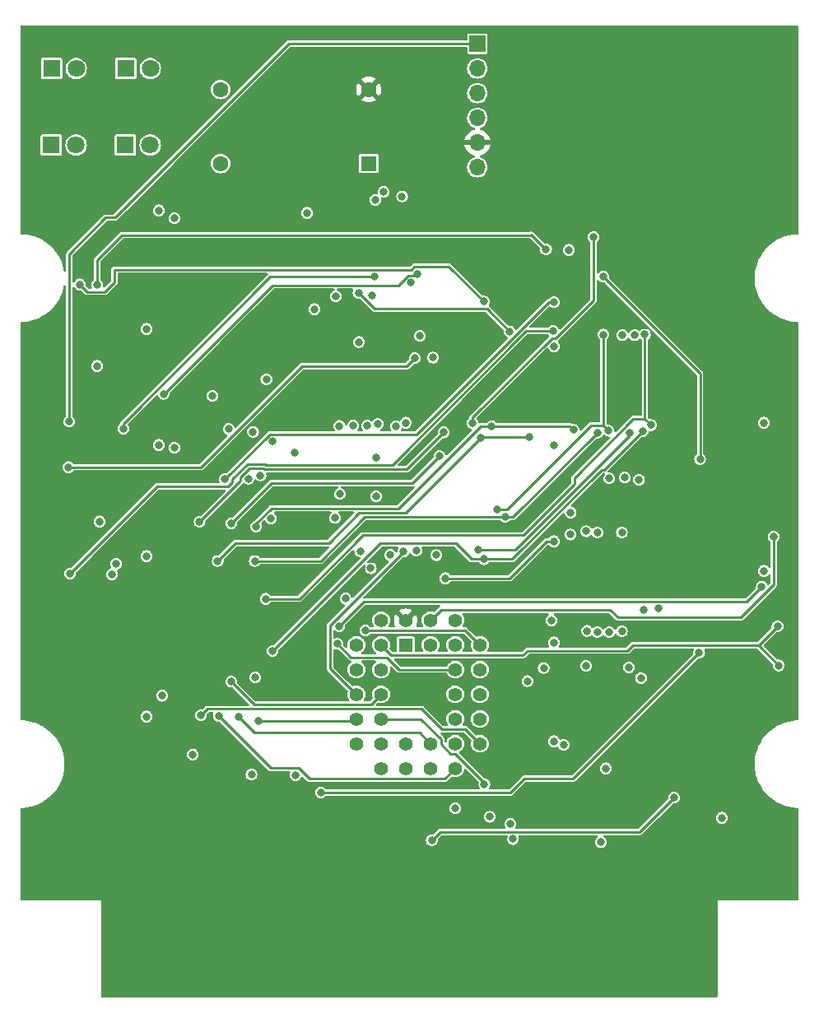
<source format=gbr>
%TF.GenerationSoftware,KiCad,Pcbnew,7.0.10*%
%TF.CreationDate,2024-04-27T11:37:16+02:00*%
%TF.ProjectId,port2-sdcard-interface,706f7274-322d-4736-9463-6172642d696e,rev3*%
%TF.SameCoordinates,Original*%
%TF.FileFunction,Copper,L2,Inr*%
%TF.FilePolarity,Positive*%
%FSLAX46Y46*%
G04 Gerber Fmt 4.6, Leading zero omitted, Abs format (unit mm)*
G04 Created by KiCad (PCBNEW 7.0.10) date 2024-04-27 11:37:16*
%MOMM*%
%LPD*%
G01*
G04 APERTURE LIST*
%TA.AperFunction,ComponentPad*%
%ADD10R,1.800000X1.800000*%
%TD*%
%TA.AperFunction,ComponentPad*%
%ADD11C,1.800000*%
%TD*%
%TA.AperFunction,ComponentPad*%
%ADD12R,1.422400X1.422400*%
%TD*%
%TA.AperFunction,ComponentPad*%
%ADD13C,1.422400*%
%TD*%
%TA.AperFunction,ComponentPad*%
%ADD14R,1.700000X1.700000*%
%TD*%
%TA.AperFunction,ComponentPad*%
%ADD15O,1.700000X1.700000*%
%TD*%
%TA.AperFunction,ComponentPad*%
%ADD16R,1.600000X1.600000*%
%TD*%
%TA.AperFunction,ComponentPad*%
%ADD17C,1.600000*%
%TD*%
%TA.AperFunction,ViaPad*%
%ADD18C,0.800000*%
%TD*%
%TA.AperFunction,Conductor*%
%ADD19C,0.250000*%
%TD*%
G04 APERTURE END LIST*
D10*
%TO.N,Net-(D1-K)*%
%TO.C,D1*%
X24760000Y-22225000D03*
D11*
%TO.N,Net-(D1-A)*%
X27300000Y-22225000D03*
%TD*%
D10*
%TO.N,GND*%
%TO.C,D4*%
X32366000Y-30085000D03*
D11*
%TO.N,Net-(D4-A)*%
X34906000Y-30085000D03*
%TD*%
D10*
%TO.N,GND*%
%TO.C,D3*%
X24746000Y-30085000D03*
D11*
%TO.N,Net-(D3-A)*%
X27286000Y-30085000D03*
%TD*%
D10*
%TO.N,Net-(D2-K)*%
%TO.C,D2*%
X32380000Y-22225000D03*
D11*
%TO.N,Net-(D2-A)*%
X34920000Y-22225000D03*
%TD*%
D12*
%TO.N,GND*%
%TO.C,U15*%
X61195000Y-81520000D03*
D13*
%TO.N,ROM16*%
X63735000Y-78980000D03*
%TO.N,CA15*%
X63735000Y-81520000D03*
%TO.N,CA12*%
X66275000Y-78980000D03*
%TO.N,CA7*%
X68815000Y-81520000D03*
%TO.N,CA6*%
X66275000Y-81520000D03*
%TO.N,CA5*%
X68815000Y-84060000D03*
%TO.N,CA4*%
X66275000Y-84060000D03*
%TO.N,CA3*%
X68815000Y-86600000D03*
%TO.N,CA2*%
X66275000Y-86600000D03*
%TO.N,CA1*%
X68815000Y-89140000D03*
%TO.N,CA0*%
X66275000Y-89140000D03*
%TO.N,D0*%
X68815000Y-91680000D03*
%TO.N,D1*%
X66275000Y-94220000D03*
%TO.N,D2*%
X66275000Y-91680000D03*
%TO.N,GND*%
X63735000Y-94220000D03*
%TO.N,D3*%
X63735000Y-91680000D03*
%TO.N,D4*%
X61195000Y-94220000D03*
%TO.N,D5*%
X61195000Y-91680000D03*
%TO.N,D6*%
X58655000Y-94220000D03*
%TO.N,D7*%
X56115000Y-91680000D03*
%TO.N,~{S13}*%
X58655000Y-91680000D03*
%TO.N,CA10*%
X56115000Y-89140000D03*
%TO.N,~{RD}*%
X58655000Y-89140000D03*
%TO.N,CA11*%
X56115000Y-86600000D03*
%TO.N,CA9*%
X58655000Y-86600000D03*
%TO.N,CA8*%
X56115000Y-84060000D03*
%TO.N,CA13*%
X58655000Y-84060000D03*
%TO.N,CA14*%
X56115000Y-81520000D03*
%TO.N,GND*%
X58655000Y-78980000D03*
%TO.N,~{WR}*%
X58655000Y-81520000D03*
%TO.N,VCC*%
X61195000Y-78980000D03*
%TD*%
D14*
%TO.N,~{CS}*%
%TO.C,J3*%
X68561000Y-19671000D03*
D15*
%TO.N,CLK*%
X68561000Y-22211000D03*
%TO.N,MOSI*%
X68561000Y-24751000D03*
%TO.N,MISO*%
X68561000Y-27291000D03*
%TO.N,VCC*%
X68561000Y-29831000D03*
%TO.N,GND*%
X68561000Y-32371000D03*
%TD*%
D16*
%TO.N,unconnected-(X1-NC-Pad1)*%
%TO.C,X1*%
X57385000Y-31990000D03*
D17*
%TO.N,GND*%
X42145000Y-31990000D03*
%TO.N,16MHz*%
X42145000Y-24370000D03*
%TO.N,VCC*%
X57385000Y-24370000D03*
%TD*%
D18*
%TO.N,GND*%
X54405000Y-65980000D03*
X58155000Y-66230000D03*
%TO.N,VCC*%
X91492600Y-66283600D03*
X34525000Y-93966000D03*
X93199000Y-58660000D03*
X33763000Y-101078000D03*
X99608100Y-65378500D03*
X84055000Y-39560100D03*
X74657000Y-97522000D03*
X35795000Y-41896000D03*
X92945000Y-73900000D03*
X24365000Y-52818000D03*
X49765000Y-66534000D03*
X35795000Y-66280000D03*
X34525000Y-54342000D03*
X81515000Y-90103900D03*
X86595000Y-64703300D03*
X86595000Y-54542200D03*
X45955000Y-35555700D03*
X76435000Y-86600000D03*
X77959000Y-45960000D03*
X73387000Y-94220000D03*
X76435000Y-76186000D03*
X34525000Y-77456000D03*
X24365000Y-68820000D03*
X51035000Y-42150000D03*
X48128600Y-41989600D03*
X76435000Y-66026000D03*
X85325000Y-44510700D03*
X76435000Y-96506000D03*
X50781000Y-46468000D03*
X60179000Y-74408000D03*
X39605000Y-47681800D03*
X76435000Y-55866000D03*
X31731000Y-56628000D03*
X83368700Y-98083400D03*
X70847000Y-98030000D03*
X43415000Y-55790900D03*
X51035000Y-52056000D03*
%TO.N,~{RES}*%
X36146100Y-86744900D03*
X72214900Y-101483300D03*
X81520500Y-43634400D03*
X91470800Y-62386900D03*
%TO.N,CA0*%
X39983500Y-68851800D03*
X65093000Y-59654900D03*
%TO.N,D0*%
X68055300Y-58687900D03*
X80511500Y-39555700D03*
X78161400Y-67883900D03*
X40137200Y-88748000D03*
%TO.N,D1*%
X68916400Y-60216800D03*
X41964400Y-88851000D03*
X73912100Y-60164400D03*
X41850000Y-72875300D03*
%TO.N,CA1*%
X64666700Y-62087200D03*
X43251100Y-68997700D03*
%TO.N,CA2*%
X58114600Y-62226800D03*
%TO.N,D2*%
X45800500Y-69322300D03*
X45727600Y-84867300D03*
X70022200Y-59003000D03*
X78470800Y-59406600D03*
%TO.N,D3*%
X80893100Y-59713100D03*
X43980400Y-88917200D03*
X71411800Y-68359200D03*
X45664500Y-72875300D03*
%TO.N,CA3*%
X47330200Y-68512500D03*
%TO.N,GND*%
X46856700Y-54178400D03*
X51035000Y-37070000D03*
X98025000Y-58660000D03*
X47488503Y-60592503D03*
X76435000Y-70852000D03*
X34525000Y-88886000D03*
X35795000Y-36816000D03*
X77959000Y-40880000D03*
X34525000Y-49008000D03*
X93707000Y-99300000D03*
X35795000Y-60946000D03*
X81769000Y-94220000D03*
X98025000Y-73900000D03*
X51797000Y-46976000D03*
X34525000Y-72376000D03*
X29445000Y-52818000D03*
X76435000Y-50786000D03*
X76435000Y-81266000D03*
X76181000Y-78980000D03*
X49765000Y-61708000D03*
X29699000Y-68820000D03*
X81241200Y-101817000D03*
X76435000Y-60946000D03*
X65259000Y-74662000D03*
X76435000Y-91426000D03*
%TO.N,CA4*%
X54160600Y-81387500D03*
X61202300Y-58658000D03*
%TO.N,D4*%
X82042400Y-59466600D03*
X70624500Y-67566800D03*
X81515000Y-49593200D03*
%TO.N,D5*%
X45327900Y-94862600D03*
X84196000Y-59742300D03*
X68658900Y-71745000D03*
X83475700Y-49659000D03*
%TO.N,CA5*%
X60186700Y-59028700D03*
%TO.N,CA6*%
X58334400Y-58772600D03*
%TO.N,D6*%
X47499300Y-82134100D03*
X69260300Y-72691000D03*
X84755800Y-49657600D03*
X85570300Y-59509900D03*
%TO.N,D7*%
X85794200Y-49583200D03*
X86414000Y-58898300D03*
X46783400Y-76776100D03*
%TO.N,CA7*%
X57051800Y-80031300D03*
X57241700Y-58972000D03*
%TO.N,CA8*%
X55018700Y-76754500D03*
%TO.N,CA9*%
X59600600Y-72261900D03*
X43251800Y-85301100D03*
%TO.N,CA10*%
X46025200Y-89338100D03*
X64344800Y-72275200D03*
%TO.N,CA11*%
X60953300Y-71923200D03*
%TO.N,CA12*%
X49864700Y-94908400D03*
X55783800Y-58970600D03*
%TO.N,CA13*%
X57600300Y-73627000D03*
%TO.N,CA14*%
X54369700Y-58997900D03*
%TO.N,CA15*%
X53906500Y-68455100D03*
X39296100Y-92783000D03*
%TO.N,~{RD}*%
X62265600Y-71818100D03*
X69281800Y-95847900D03*
X61726100Y-44218400D03*
%TO.N,~{WR}*%
X56381000Y-50355400D03*
X56511300Y-71855400D03*
X99438900Y-79584600D03*
X99565500Y-83626100D03*
%TO.N,Net-(D1-K)*%
X45049100Y-64410800D03*
%TO.N,Net-(D2-K)*%
X45481900Y-59586900D03*
%TO.N,~{CS}*%
X26589800Y-58535200D03*
%TO.N,CLK*%
X85187500Y-64511000D03*
%TO.N,A1*%
X79753100Y-69817500D03*
X79839400Y-80073100D03*
%TO.N,A5*%
X69850000Y-99195700D03*
%TO.N,A7*%
X77435400Y-91815700D03*
%TO.N,~{IORQ}*%
X83426700Y-80121400D03*
X71957500Y-99947900D03*
X83426700Y-69954600D03*
%TO.N,A4*%
X63869400Y-101638700D03*
X88774200Y-97220600D03*
%TO.N,A2*%
X80894400Y-80216000D03*
X80894400Y-69962800D03*
X66289000Y-98332800D03*
%TO.N,SD_SPI*%
X37400400Y-37629000D03*
X31408000Y-73164800D03*
X42982300Y-59301200D03*
%TO.N,~{CLKSTART_DB}*%
X30976100Y-74259100D03*
X41312900Y-55894000D03*
%TO.N,~{CLK}*%
X76329600Y-49215100D03*
X83723500Y-64293500D03*
X26664300Y-74164700D03*
%TO.N,Net-(U8-Cp)*%
X97816300Y-75507000D03*
X54364800Y-79581200D03*
%TO.N,Net-(U11-Cp)*%
X91371900Y-82324700D03*
X52459300Y-96696300D03*
%TO.N,~{S4}*%
X84152000Y-83828100D03*
X62664200Y-49738500D03*
%TO.N,~{S3}*%
X79741100Y-83682900D03*
X64000000Y-51955000D03*
%TO.N,~{S2}*%
X75388400Y-83882700D03*
X57714300Y-45599600D03*
%TO.N,~{S1}*%
X53994900Y-45651100D03*
X73714500Y-85237700D03*
%TO.N,~{SER_RD}*%
X58909200Y-34917000D03*
X82137200Y-64383800D03*
%TO.N,Net-(U4-Pad12)*%
X60812800Y-35371100D03*
X46255200Y-64065900D03*
%TO.N,~{SDOUT_SET}*%
X36289000Y-55686300D03*
X62380100Y-43324000D03*
%TO.N,~{SDOUT_RESET}*%
X57951400Y-43629600D03*
X32141500Y-59273800D03*
%TO.N,~{SER_WR}*%
X56341900Y-45283600D03*
X71882700Y-49254200D03*
%TO.N,~{SDCS_SET}*%
X26502100Y-63226900D03*
X62120600Y-52007500D03*
%TO.N,A3*%
X82131000Y-80209500D03*
X37400400Y-61223200D03*
%TO.N,~{S13}*%
X85709700Y-77920500D03*
%TO.N,ROM16*%
X99043800Y-70376900D03*
%TO.N,~{S14}*%
X87226200Y-77774500D03*
X78128300Y-70155500D03*
%TO.N,Net-(U3A-Q)*%
X29445000Y-44436000D03*
X75626600Y-40826600D03*
%TO.N,Net-(U3B-Q)*%
X69215800Y-46193800D03*
X27667000Y-44436000D03*
%TO.N,LED_SEL*%
X42586600Y-64469100D03*
X76450700Y-46261600D03*
%TO.N,~{S5}*%
X58043600Y-35723000D03*
X85385200Y-84926200D03*
%TD*%
D19*
%TO.N,VCC*%
X73387000Y-89648000D02*
X73387000Y-94220000D01*
X76435000Y-86600000D02*
X73387000Y-89648000D01*
%TO.N,~{RES}*%
X91470800Y-53584700D02*
X81520500Y-43634400D01*
X91470800Y-62386900D02*
X91470800Y-53584700D01*
%TO.N,CA0*%
X46641900Y-63426800D02*
X46555700Y-63340600D01*
X46555700Y-63340600D02*
X45093600Y-63340600D01*
X45093600Y-63340600D02*
X44185100Y-64249100D01*
X61321100Y-63426800D02*
X46641900Y-63426800D01*
X44185100Y-64650300D02*
X44185000Y-64650300D01*
X44185100Y-64249100D02*
X44185100Y-64650300D01*
X65093000Y-59654900D02*
X61321100Y-63426800D01*
X44185000Y-64650300D02*
X39983500Y-68851800D01*
%TO.N,D0*%
X80511500Y-46059000D02*
X80511500Y-39555700D01*
X76630100Y-49940400D02*
X80511500Y-46059000D01*
X68055300Y-58131200D02*
X76246100Y-49940400D01*
X64918700Y-90193100D02*
X62829000Y-88103400D01*
X68815000Y-91680000D02*
X67328100Y-90193100D01*
X76246100Y-49940400D02*
X76630100Y-49940400D01*
X40781800Y-88103400D02*
X40137200Y-88748000D01*
X62829000Y-88103400D02*
X40781800Y-88103400D01*
X68055300Y-58687900D02*
X68055300Y-58131200D01*
X67328100Y-90193100D02*
X64918700Y-90193100D01*
%TO.N,D1*%
X47296500Y-94183100D02*
X50165200Y-94183100D01*
X41964400Y-88851000D02*
X47296500Y-94183100D01*
X56405700Y-67908800D02*
X53283700Y-71030800D01*
X68968800Y-60164400D02*
X68916400Y-60216800D01*
X61224400Y-67908800D02*
X56405700Y-67908800D01*
X50165200Y-94183100D02*
X51268400Y-95286300D01*
X43694500Y-71030800D02*
X41850000Y-72875300D01*
X65208700Y-95286300D02*
X66275000Y-94220000D01*
X68916400Y-60216800D02*
X61224400Y-67908800D01*
X53283700Y-71030800D02*
X43694500Y-71030800D01*
X51268400Y-95286300D02*
X65208700Y-95286300D01*
X73912100Y-60164400D02*
X68968800Y-60164400D01*
%TO.N,CA1*%
X61906100Y-64847800D02*
X64666700Y-62087200D01*
X43251100Y-68997700D02*
X47401000Y-64847800D01*
X47401000Y-64847800D02*
X61906100Y-64847800D01*
%TO.N,D2*%
X68904700Y-59003000D02*
X60449300Y-67458400D01*
X70022200Y-59003000D02*
X68904700Y-59003000D01*
X70022200Y-59003000D02*
X78067200Y-59003000D01*
X78067200Y-59003000D02*
X78470800Y-59406600D01*
X47358600Y-67458400D02*
X45800500Y-69016500D01*
X45800500Y-69016500D02*
X45800500Y-69322300D01*
X60449300Y-67458400D02*
X47358600Y-67458400D01*
%TO.N,D3*%
X52437600Y-72875300D02*
X56953700Y-68359200D01*
X72247000Y-68359200D02*
X80893100Y-59713100D01*
X45621400Y-90558200D02*
X43980400Y-88917200D01*
X71411800Y-68359200D02*
X72247000Y-68359200D01*
X45664500Y-72875300D02*
X52437600Y-72875300D01*
X63735000Y-91680000D02*
X62613200Y-90558200D01*
X56953700Y-68359200D02*
X71411800Y-68359200D01*
X62613200Y-90558200D02*
X45621400Y-90558200D01*
%TO.N,GND*%
X75673000Y-70852000D02*
X76435000Y-70852000D01*
X71863000Y-74662000D02*
X75673000Y-70852000D01*
X65259000Y-74662000D02*
X71863000Y-74662000D01*
%TO.N,CA4*%
X60507700Y-84060000D02*
X66275000Y-84060000D01*
X59237700Y-82790000D02*
X60507700Y-84060000D01*
X54160600Y-81387500D02*
X55563100Y-82790000D01*
X55563100Y-82790000D02*
X59237700Y-82790000D01*
%TO.N,D4*%
X81515000Y-49593200D02*
X81515000Y-58939200D01*
X81515000Y-58939200D02*
X82042400Y-59466600D01*
X81515000Y-58939200D02*
X80249900Y-58939200D01*
X71622300Y-67566800D02*
X70624500Y-67566800D01*
X80249900Y-58939200D02*
X71622300Y-67566800D01*
%TO.N,D5*%
X84196000Y-59992000D02*
X84196000Y-59742300D01*
X68658900Y-71745000D02*
X72443000Y-71745000D01*
X72443000Y-71745000D02*
X84196000Y-59992000D01*
%TO.N,D6*%
X58546100Y-71087300D02*
X66341300Y-71087300D01*
X69260300Y-72691000D02*
X72160600Y-72691000D01*
X67945000Y-72691000D02*
X69260300Y-72691000D01*
X81376000Y-63475600D02*
X81604600Y-63475600D01*
X81604600Y-63475600D02*
X85570300Y-59509900D01*
X47499300Y-82134100D02*
X58546100Y-71087300D01*
X66341300Y-71087300D02*
X67945000Y-72691000D01*
X72160600Y-72691000D02*
X81376000Y-63475600D01*
%TO.N,D7*%
X85794200Y-58278500D02*
X84600000Y-58278500D01*
X50240800Y-76776100D02*
X46783400Y-76776100D01*
X78557500Y-64991300D02*
X73308900Y-70239900D01*
X85794200Y-58278500D02*
X86414000Y-58898300D01*
X78557500Y-64321000D02*
X78557500Y-64991300D01*
X73308900Y-70239900D02*
X56777000Y-70239900D01*
X56777000Y-70239900D02*
X50240800Y-76776100D01*
X84600000Y-58278500D02*
X78557500Y-64321000D01*
X85794200Y-49583200D02*
X85794200Y-58278500D01*
%TO.N,CA7*%
X57051800Y-80031300D02*
X67326300Y-80031300D01*
X67326300Y-80031300D02*
X68815000Y-81520000D01*
%TO.N,CA9*%
X57613300Y-87641700D02*
X58655000Y-86600000D01*
X43251800Y-85301100D02*
X45592400Y-87641700D01*
X45592400Y-87641700D02*
X57613300Y-87641700D01*
%TO.N,CA10*%
X46025200Y-89338100D02*
X55916900Y-89338100D01*
X55916900Y-89338100D02*
X56115000Y-89140000D01*
%TO.N,CA11*%
X53412900Y-83897900D02*
X56115000Y-86600000D01*
X53412900Y-79491600D02*
X53412900Y-83897900D01*
X60953300Y-71951200D02*
X53412900Y-79491600D01*
X60953300Y-71923200D02*
X60953300Y-71951200D01*
%TO.N,~{RD}*%
X64825500Y-91209900D02*
X62755600Y-89140000D01*
X62755600Y-89140000D02*
X58655000Y-89140000D01*
X69281800Y-95699800D02*
X66298600Y-92716600D01*
X66298600Y-92716600D02*
X65791100Y-92716600D01*
X65791100Y-92716600D02*
X64825500Y-91751000D01*
X69281800Y-95847900D02*
X69281800Y-95699800D01*
X64825500Y-91751000D02*
X64825500Y-91209900D01*
%TO.N,~{WR}*%
X97481500Y-81542000D02*
X97481400Y-81542000D01*
X97481400Y-81542000D02*
X84532200Y-81542000D01*
X84532200Y-81542000D02*
X83970500Y-82103700D01*
X73259700Y-82577100D02*
X59712100Y-82577100D01*
X97481500Y-81542000D02*
X99565500Y-83626100D01*
X59712100Y-82577100D02*
X58655000Y-81520000D01*
X73733100Y-82103700D02*
X73259700Y-82577100D01*
X99438900Y-79584600D02*
X97481500Y-81542000D01*
X83970500Y-82103700D02*
X73733100Y-82103700D01*
%TO.N,~{CS}*%
X49158800Y-19671000D02*
X31270700Y-37559100D01*
X30323200Y-37559100D02*
X26589800Y-41292500D01*
X68561000Y-19671000D02*
X49158800Y-19671000D01*
X31270700Y-37559100D02*
X30323200Y-37559100D01*
X26589800Y-41292500D02*
X26589800Y-58535200D01*
%TO.N,A4*%
X64750100Y-100758000D02*
X85236800Y-100758000D01*
X85236800Y-100758000D02*
X88774200Y-97220600D01*
X63869400Y-101638700D02*
X64750100Y-100758000D01*
%TO.N,~{CLK}*%
X35634600Y-65194400D02*
X42887100Y-65194400D01*
X43311900Y-64769600D02*
X43311900Y-64481400D01*
X73584500Y-49215100D02*
X76329600Y-49215100D01*
X59823400Y-62976200D02*
X73584500Y-49215100D01*
X43311900Y-64481400D02*
X44903000Y-62890300D01*
X46742300Y-62890300D02*
X46828200Y-62976200D01*
X26664300Y-74164700D02*
X35634600Y-65194400D01*
X42887100Y-65194400D02*
X43311900Y-64769600D01*
X44903000Y-62890300D02*
X46742300Y-62890300D01*
X46828200Y-62976200D02*
X59823400Y-62976200D01*
%TO.N,Net-(U8-Cp)*%
X56896900Y-77049100D02*
X96274200Y-77049100D01*
X54364800Y-79581200D02*
X56896900Y-77049100D01*
X96274200Y-77049100D02*
X97816300Y-75507000D01*
%TO.N,Net-(U11-Cp)*%
X73410700Y-95277100D02*
X78419500Y-95277100D01*
X52459300Y-96696300D02*
X71991500Y-96696300D01*
X71991500Y-96696300D02*
X73410700Y-95277100D01*
X78419500Y-95277100D02*
X91371900Y-82324700D01*
%TO.N,~{SDOUT_SET}*%
X60411100Y-44507700D02*
X47467600Y-44507700D01*
X62211000Y-43493100D02*
X61425700Y-43493100D01*
X47467600Y-44507700D02*
X36289000Y-55686300D01*
X62380100Y-43324000D02*
X62211000Y-43493100D01*
X61425700Y-43493100D02*
X60411100Y-44507700D01*
%TO.N,~{SDOUT_RESET}*%
X32141500Y-58749600D02*
X32141500Y-59273800D01*
X57951400Y-43629600D02*
X47261500Y-43629600D01*
X47261500Y-43629600D02*
X32141500Y-58749600D01*
%TO.N,~{SER_WR}*%
X56341900Y-45283600D02*
X57977500Y-46919200D01*
X57977500Y-46919200D02*
X69547700Y-46919200D01*
X69547700Y-46919200D02*
X71882700Y-49254200D01*
%TO.N,~{SDCS_SET}*%
X40116200Y-63226900D02*
X26502100Y-63226900D01*
X62120600Y-52007500D02*
X61274200Y-52853900D01*
X61274200Y-52853900D02*
X50489200Y-52853900D01*
X50489200Y-52853900D02*
X40116200Y-63226900D01*
%TO.N,ROM16*%
X83009200Y-78686700D02*
X82236000Y-77913500D01*
X99043800Y-75308700D02*
X95665800Y-78686700D01*
X82236000Y-77913500D02*
X64801500Y-77913500D01*
X99043800Y-70376900D02*
X99043800Y-75308700D01*
X64801500Y-77913500D02*
X63735000Y-78980000D01*
X95665800Y-78686700D02*
X83009200Y-78686700D01*
%TO.N,Net-(U3A-Q)*%
X31731000Y-39610000D02*
X29445000Y-41896000D01*
X75626600Y-40826600D02*
X74152500Y-39352500D01*
X29445000Y-41896000D02*
X29445000Y-44436000D01*
X74152500Y-39352500D02*
X31988500Y-39352500D01*
X74152500Y-39352500D02*
X74106700Y-39306700D01*
X31988500Y-39352500D02*
X31731000Y-39610000D01*
%TO.N,Net-(U3B-Q)*%
X69215800Y-46193800D02*
X65620700Y-42598700D01*
X30207000Y-45198000D02*
X28429000Y-45198000D01*
X31230500Y-42904300D02*
X31230500Y-44174500D01*
X62079700Y-42598700D02*
X61774100Y-42904300D01*
X65620700Y-42598700D02*
X62079700Y-42598700D01*
X28429000Y-45198000D02*
X27667000Y-44436000D01*
X31230500Y-44174500D02*
X30207000Y-45198000D01*
X61774100Y-42904300D02*
X31230500Y-42904300D01*
%TO.N,LED_SEL*%
X47197700Y-59858000D02*
X62304700Y-59858000D01*
X42586600Y-64469100D02*
X47197700Y-59858000D01*
X62304700Y-59858000D02*
X75901100Y-46261600D01*
X75901100Y-46261600D02*
X76450700Y-46261600D01*
%TD*%
%TA.AperFunction,Conductor*%
%TO.N,VCC*%
G36*
X101524039Y-17800185D02*
G01*
X101569794Y-17852989D01*
X101581000Y-17904500D01*
X101581000Y-39155500D01*
X101561315Y-39222539D01*
X101508511Y-39268294D01*
X101457000Y-39279500D01*
X101381929Y-39279500D01*
X101306971Y-39286445D01*
X100967571Y-39317895D01*
X100967570Y-39317895D01*
X100558499Y-39394364D01*
X100558499Y-39394365D01*
X100158268Y-39508240D01*
X100158258Y-39508243D01*
X100158252Y-39508245D01*
X99997818Y-39570397D01*
X99770208Y-39658574D01*
X99770206Y-39658575D01*
X99397704Y-39844059D01*
X99397698Y-39844062D01*
X99043885Y-40063134D01*
X98711804Y-40313909D01*
X98711796Y-40313916D01*
X98404267Y-40594267D01*
X98123916Y-40901796D01*
X98123909Y-40901804D01*
X97873134Y-41233885D01*
X97654062Y-41587698D01*
X97654059Y-41587704D01*
X97468575Y-41960206D01*
X97468574Y-41960208D01*
X97455287Y-41994507D01*
X97319308Y-42345510D01*
X97318245Y-42348253D01*
X97318240Y-42348268D01*
X97204365Y-42748499D01*
X97204364Y-42748499D01*
X97127895Y-43157570D01*
X97127895Y-43157571D01*
X97098237Y-43477638D01*
X97089500Y-43571929D01*
X97089500Y-43988071D01*
X97095969Y-44057882D01*
X97127895Y-44402428D01*
X97127895Y-44402429D01*
X97134171Y-44436000D01*
X97204363Y-44811493D01*
X97318245Y-45211748D01*
X97428967Y-45497554D01*
X97468574Y-45599791D01*
X97468575Y-45599793D01*
X97636036Y-45936100D01*
X97654063Y-45972303D01*
X97859249Y-46303690D01*
X97873134Y-46326114D01*
X98094798Y-46619646D01*
X98123914Y-46658201D01*
X98404267Y-46965733D01*
X98711796Y-47246083D01*
X98711804Y-47246090D01*
X98758058Y-47281019D01*
X99043887Y-47496867D01*
X99397697Y-47715937D01*
X99770212Y-47901427D01*
X100158252Y-48051755D01*
X100558499Y-48165634D01*
X100558499Y-48165635D01*
X100558501Y-48165635D01*
X100558507Y-48165637D01*
X100967563Y-48242103D01*
X100967568Y-48242103D01*
X100967571Y-48242104D01*
X101164003Y-48260306D01*
X101381929Y-48280500D01*
X101457000Y-48280500D01*
X101524039Y-48300185D01*
X101569794Y-48352989D01*
X101581000Y-48404500D01*
X101581000Y-89155500D01*
X101561315Y-89222539D01*
X101508511Y-89268294D01*
X101457000Y-89279500D01*
X101381929Y-89279500D01*
X101306971Y-89286445D01*
X100967571Y-89317895D01*
X100967570Y-89317895D01*
X100558499Y-89394364D01*
X100558499Y-89394365D01*
X100158268Y-89508240D01*
X100158258Y-89508243D01*
X100158252Y-89508245D01*
X100108547Y-89527501D01*
X99770208Y-89658574D01*
X99770206Y-89658575D01*
X99397704Y-89844059D01*
X99397698Y-89844062D01*
X99043885Y-90063134D01*
X98711804Y-90313909D01*
X98711796Y-90313916D01*
X98404267Y-90594267D01*
X98123916Y-90901796D01*
X98123909Y-90901804D01*
X97873134Y-91233885D01*
X97654062Y-91587698D01*
X97654059Y-91587704D01*
X97468575Y-91960206D01*
X97468574Y-91960208D01*
X97407236Y-92118541D01*
X97321351Y-92340236D01*
X97318245Y-92348253D01*
X97318240Y-92348268D01*
X97204365Y-92748499D01*
X97204364Y-92748499D01*
X97127895Y-93157570D01*
X97127895Y-93157571D01*
X97089500Y-93571931D01*
X97089500Y-93988068D01*
X97127895Y-94402428D01*
X97127895Y-94402429D01*
X97148446Y-94512363D01*
X97204363Y-94811493D01*
X97204365Y-94811500D01*
X97305069Y-95165441D01*
X97318245Y-95211748D01*
X97366645Y-95336682D01*
X97468574Y-95599791D01*
X97468575Y-95599793D01*
X97514060Y-95691139D01*
X97654063Y-95972303D01*
X97870763Y-96322286D01*
X97873134Y-96326114D01*
X98106812Y-96635555D01*
X98123914Y-96658201D01*
X98404267Y-96965733D01*
X98711799Y-97246086D01*
X99043887Y-97496867D01*
X99397697Y-97715937D01*
X99770212Y-97901427D01*
X100158252Y-98051755D01*
X100558499Y-98165634D01*
X100558499Y-98165635D01*
X100558501Y-98165635D01*
X100558507Y-98165637D01*
X100967563Y-98242103D01*
X100967568Y-98242103D01*
X100967571Y-98242104D01*
X101164003Y-98260306D01*
X101381929Y-98280500D01*
X101457000Y-98280500D01*
X101524039Y-98300185D01*
X101569794Y-98352989D01*
X101581000Y-98404500D01*
X101581000Y-107655500D01*
X101561315Y-107722539D01*
X101508511Y-107768294D01*
X101457000Y-107779500D01*
X93275760Y-107779500D01*
X93275554Y-107779459D01*
X93250998Y-107779459D01*
X93250807Y-107779538D01*
X93250619Y-107779615D01*
X93250615Y-107779618D01*
X93250459Y-107779999D01*
X93250476Y-107804616D01*
X93250471Y-107804616D01*
X93250500Y-107804759D01*
X93250500Y-117655500D01*
X93230815Y-117722539D01*
X93178011Y-117768294D01*
X93126500Y-117779500D01*
X30002500Y-117779500D01*
X29935461Y-117759815D01*
X29889706Y-117707011D01*
X29878500Y-117655500D01*
X29878500Y-107804759D01*
X29878528Y-107804616D01*
X29878524Y-107804616D01*
X29878539Y-107780002D01*
X29878541Y-107780000D01*
X29878462Y-107779808D01*
X29878384Y-107779618D01*
X29878380Y-107779614D01*
X29878194Y-107779538D01*
X29878002Y-107779459D01*
X29853446Y-107779459D01*
X29853240Y-107779500D01*
X21714500Y-107779500D01*
X21647461Y-107759815D01*
X21601706Y-107707011D01*
X21590500Y-107655500D01*
X21590500Y-101638701D01*
X63263718Y-101638701D01*
X63284355Y-101795460D01*
X63284356Y-101795462D01*
X63332454Y-101911582D01*
X63344864Y-101941541D01*
X63441118Y-102066982D01*
X63566559Y-102163236D01*
X63712638Y-102223744D01*
X63791019Y-102234063D01*
X63869399Y-102244382D01*
X63869400Y-102244382D01*
X63869401Y-102244382D01*
X63921654Y-102237502D01*
X64026162Y-102223744D01*
X64172241Y-102163236D01*
X64297682Y-102066982D01*
X64393936Y-101941541D01*
X64454444Y-101795462D01*
X64472246Y-101660239D01*
X64475082Y-101638701D01*
X64475082Y-101638699D01*
X64466153Y-101570881D01*
X64476918Y-101501846D01*
X64501411Y-101467014D01*
X64848607Y-101119819D01*
X64909930Y-101086334D01*
X64936288Y-101083500D01*
X71544947Y-101083500D01*
X71611986Y-101103185D01*
X71657741Y-101155989D01*
X71667685Y-101225147D01*
X71659508Y-101254953D01*
X71629856Y-101326537D01*
X71629855Y-101326539D01*
X71609218Y-101483298D01*
X71609218Y-101483301D01*
X71629855Y-101640060D01*
X71629856Y-101640062D01*
X71690364Y-101786141D01*
X71786618Y-101911582D01*
X71912059Y-102007836D01*
X72058138Y-102068344D01*
X72136519Y-102078663D01*
X72214899Y-102088982D01*
X72214900Y-102088982D01*
X72214901Y-102088982D01*
X72267154Y-102082102D01*
X72371662Y-102068344D01*
X72517741Y-102007836D01*
X72643182Y-101911582D01*
X72739436Y-101786141D01*
X72799944Y-101640062D01*
X72816519Y-101514159D01*
X72820582Y-101483301D01*
X72820582Y-101483298D01*
X72799944Y-101326539D01*
X72799944Y-101326538D01*
X72770291Y-101254951D01*
X72762823Y-101185484D01*
X72794098Y-101123004D01*
X72854187Y-101087352D01*
X72884853Y-101083500D01*
X80845394Y-101083500D01*
X80912433Y-101103185D01*
X80958188Y-101155989D01*
X80968132Y-101225147D01*
X80939107Y-101288703D01*
X80920880Y-101305876D01*
X80812920Y-101388716D01*
X80716663Y-101514160D01*
X80656156Y-101660237D01*
X80656155Y-101660239D01*
X80635518Y-101816998D01*
X80635518Y-101817001D01*
X80656155Y-101973760D01*
X80656156Y-101973762D01*
X80716664Y-102119841D01*
X80812918Y-102245282D01*
X80938359Y-102341536D01*
X81084438Y-102402044D01*
X81162819Y-102412363D01*
X81241199Y-102422682D01*
X81241200Y-102422682D01*
X81241201Y-102422682D01*
X81293454Y-102415802D01*
X81397962Y-102402044D01*
X81544041Y-102341536D01*
X81669482Y-102245282D01*
X81765736Y-102119841D01*
X81826244Y-101973762D01*
X81846882Y-101817000D01*
X81844046Y-101795462D01*
X81826244Y-101660239D01*
X81826244Y-101660238D01*
X81765736Y-101514159D01*
X81669482Y-101388718D01*
X81561520Y-101305876D01*
X81520317Y-101249448D01*
X81516162Y-101179702D01*
X81550374Y-101118782D01*
X81612092Y-101086029D01*
X81637006Y-101083500D01*
X85217172Y-101083500D01*
X85227980Y-101083971D01*
X85265607Y-101087264D01*
X85302119Y-101077479D01*
X85312630Y-101075149D01*
X85349845Y-101068588D01*
X85349850Y-101068584D01*
X85354899Y-101066747D01*
X85371624Y-101059819D01*
X85376481Y-101057554D01*
X85376484Y-101057554D01*
X85407425Y-101035887D01*
X85416544Y-101030079D01*
X85449255Y-101011194D01*
X85449257Y-101011192D01*
X85473536Y-100982256D01*
X85480836Y-100974288D01*
X87155123Y-99300001D01*
X93101318Y-99300001D01*
X93121955Y-99456760D01*
X93121956Y-99456762D01*
X93182464Y-99602841D01*
X93278718Y-99728282D01*
X93404159Y-99824536D01*
X93550238Y-99885044D01*
X93628619Y-99895363D01*
X93706999Y-99905682D01*
X93707000Y-99905682D01*
X93707001Y-99905682D01*
X93759254Y-99898802D01*
X93863762Y-99885044D01*
X94009841Y-99824536D01*
X94135282Y-99728282D01*
X94231536Y-99602841D01*
X94292044Y-99456762D01*
X94312682Y-99300000D01*
X94292044Y-99143238D01*
X94231536Y-98997159D01*
X94135282Y-98871718D01*
X94009841Y-98775464D01*
X93990416Y-98767418D01*
X93863762Y-98714956D01*
X93863760Y-98714955D01*
X93707001Y-98694318D01*
X93706999Y-98694318D01*
X93550239Y-98714955D01*
X93550237Y-98714956D01*
X93404160Y-98775463D01*
X93278718Y-98871718D01*
X93182463Y-98997160D01*
X93121956Y-99143237D01*
X93121955Y-99143239D01*
X93101318Y-99299998D01*
X93101318Y-99300001D01*
X87155123Y-99300001D01*
X88602515Y-97852609D01*
X88663836Y-97819126D01*
X88706380Y-97817353D01*
X88774199Y-97826282D01*
X88774200Y-97826282D01*
X88774201Y-97826282D01*
X88826454Y-97819402D01*
X88930962Y-97805644D01*
X89077041Y-97745136D01*
X89202482Y-97648882D01*
X89298736Y-97523441D01*
X89359244Y-97377362D01*
X89379882Y-97220600D01*
X89359244Y-97063838D01*
X89298736Y-96917759D01*
X89202482Y-96792318D01*
X89077041Y-96696064D01*
X88930962Y-96635556D01*
X88930960Y-96635555D01*
X88774201Y-96614918D01*
X88774199Y-96614918D01*
X88617439Y-96635555D01*
X88617437Y-96635556D01*
X88471360Y-96696063D01*
X88345918Y-96792318D01*
X88249663Y-96917760D01*
X88189156Y-97063837D01*
X88189155Y-97063839D01*
X88168518Y-97220598D01*
X88168518Y-97220601D01*
X88177446Y-97288418D01*
X88166680Y-97357453D01*
X88142188Y-97392284D01*
X85138293Y-100396181D01*
X85076970Y-100429666D01*
X85050612Y-100432500D01*
X72591872Y-100432500D01*
X72524833Y-100412815D01*
X72479078Y-100360011D01*
X72469134Y-100290853D01*
X72480229Y-100258788D01*
X72478926Y-100258249D01*
X72482036Y-100250741D01*
X72542544Y-100104662D01*
X72563182Y-99947900D01*
X72542544Y-99791138D01*
X72482036Y-99645059D01*
X72385782Y-99519618D01*
X72260341Y-99423364D01*
X72114262Y-99362856D01*
X72114260Y-99362855D01*
X71957501Y-99342218D01*
X71957499Y-99342218D01*
X71800739Y-99362855D01*
X71800737Y-99362856D01*
X71654660Y-99423363D01*
X71529218Y-99519618D01*
X71432963Y-99645060D01*
X71372456Y-99791137D01*
X71372455Y-99791139D01*
X71351818Y-99947898D01*
X71351818Y-99947901D01*
X71372455Y-100104660D01*
X71372456Y-100104662D01*
X71436074Y-100258249D01*
X71433614Y-100259267D01*
X71446987Y-100314414D01*
X71424127Y-100380439D01*
X71369201Y-100423623D01*
X71323128Y-100432500D01*
X64769728Y-100432500D01*
X64758919Y-100432028D01*
X64721292Y-100428735D01*
X64721291Y-100428735D01*
X64684803Y-100438512D01*
X64674248Y-100440852D01*
X64637060Y-100447410D01*
X64632061Y-100449229D01*
X64615217Y-100456206D01*
X64610413Y-100458446D01*
X64579481Y-100480105D01*
X64570364Y-100485914D01*
X64537648Y-100504804D01*
X64537640Y-100504810D01*
X64513362Y-100533743D01*
X64506056Y-100541716D01*
X64041084Y-101006688D01*
X63979761Y-101040173D01*
X63937218Y-101041946D01*
X63869401Y-101033018D01*
X63869399Y-101033018D01*
X63712639Y-101053655D01*
X63712637Y-101053656D01*
X63566560Y-101114163D01*
X63441118Y-101210418D01*
X63344863Y-101335860D01*
X63284356Y-101481937D01*
X63284355Y-101481939D01*
X63263718Y-101638698D01*
X63263718Y-101638701D01*
X21590500Y-101638701D01*
X21590500Y-99195701D01*
X69244318Y-99195701D01*
X69264955Y-99352460D01*
X69264956Y-99352462D01*
X69308158Y-99456762D01*
X69325464Y-99498541D01*
X69421718Y-99623982D01*
X69547159Y-99720236D01*
X69693238Y-99780744D01*
X69771619Y-99791063D01*
X69849999Y-99801382D01*
X69850000Y-99801382D01*
X69850001Y-99801382D01*
X69902254Y-99794502D01*
X70006762Y-99780744D01*
X70152841Y-99720236D01*
X70278282Y-99623982D01*
X70374536Y-99498541D01*
X70435044Y-99352462D01*
X70455682Y-99195700D01*
X70448775Y-99143239D01*
X70435044Y-99038939D01*
X70435044Y-99038938D01*
X70374536Y-98892859D01*
X70278282Y-98767418D01*
X70152841Y-98671164D01*
X70006762Y-98610656D01*
X70006760Y-98610655D01*
X69850001Y-98590018D01*
X69849999Y-98590018D01*
X69693239Y-98610655D01*
X69693237Y-98610656D01*
X69547160Y-98671163D01*
X69421718Y-98767418D01*
X69325463Y-98892860D01*
X69264956Y-99038937D01*
X69264955Y-99038939D01*
X69244318Y-99195698D01*
X69244318Y-99195701D01*
X21590500Y-99195701D01*
X21590500Y-98404500D01*
X21610185Y-98337461D01*
X21615563Y-98332801D01*
X65683318Y-98332801D01*
X65703955Y-98489560D01*
X65703956Y-98489562D01*
X65764464Y-98635641D01*
X65860718Y-98761082D01*
X65986159Y-98857336D01*
X66132238Y-98917844D01*
X66210619Y-98928163D01*
X66288999Y-98938482D01*
X66289000Y-98938482D01*
X66289001Y-98938482D01*
X66341254Y-98931602D01*
X66445762Y-98917844D01*
X66591841Y-98857336D01*
X66717282Y-98761082D01*
X66813536Y-98635641D01*
X66874044Y-98489562D01*
X66894682Y-98332800D01*
X66874044Y-98176038D01*
X66813536Y-98029959D01*
X66717282Y-97904518D01*
X66591841Y-97808264D01*
X66590689Y-97807787D01*
X66445762Y-97747756D01*
X66445760Y-97747755D01*
X66289001Y-97727118D01*
X66288999Y-97727118D01*
X66132239Y-97747755D01*
X66132237Y-97747756D01*
X65986160Y-97808263D01*
X65860718Y-97904518D01*
X65764463Y-98029960D01*
X65703956Y-98176037D01*
X65703955Y-98176039D01*
X65683318Y-98332798D01*
X65683318Y-98332801D01*
X21615563Y-98332801D01*
X21662989Y-98291706D01*
X21714500Y-98280500D01*
X21798068Y-98280500D01*
X21798071Y-98280500D01*
X22057495Y-98256460D01*
X22212428Y-98242104D01*
X22212429Y-98242104D01*
X22212431Y-98242103D01*
X22212437Y-98242103D01*
X22621493Y-98165637D01*
X23021748Y-98051755D01*
X23409788Y-97901427D01*
X23782303Y-97715937D01*
X24136113Y-97496867D01*
X24468201Y-97246086D01*
X24775733Y-96965733D01*
X25056086Y-96658201D01*
X25306867Y-96326113D01*
X25525937Y-95972303D01*
X25711427Y-95599788D01*
X25861755Y-95211748D01*
X25961096Y-94862601D01*
X44722218Y-94862601D01*
X44742855Y-95019360D01*
X44742856Y-95019362D01*
X44803364Y-95165441D01*
X44899618Y-95290882D01*
X45025059Y-95387136D01*
X45171138Y-95447644D01*
X45249519Y-95457963D01*
X45327899Y-95468282D01*
X45327900Y-95468282D01*
X45327901Y-95468282D01*
X45380154Y-95461402D01*
X45484662Y-95447644D01*
X45630741Y-95387136D01*
X45756182Y-95290882D01*
X45852436Y-95165441D01*
X45912944Y-95019362D01*
X45933582Y-94862600D01*
X45912944Y-94705838D01*
X45852436Y-94559759D01*
X45756182Y-94434318D01*
X45630741Y-94338064D01*
X45484662Y-94277556D01*
X45484660Y-94277555D01*
X45327901Y-94256918D01*
X45327899Y-94256918D01*
X45171139Y-94277555D01*
X45171137Y-94277556D01*
X45025060Y-94338063D01*
X44899618Y-94434318D01*
X44803363Y-94559760D01*
X44742856Y-94705837D01*
X44742855Y-94705839D01*
X44722218Y-94862598D01*
X44722218Y-94862601D01*
X25961096Y-94862601D01*
X25975637Y-94811493D01*
X26052103Y-94402437D01*
X26090500Y-93988071D01*
X26090500Y-93571929D01*
X26069763Y-93348145D01*
X26052104Y-93157571D01*
X26052104Y-93157570D01*
X26052103Y-93157563D01*
X25982085Y-92783001D01*
X38690418Y-92783001D01*
X38711055Y-92939760D01*
X38711056Y-92939762D01*
X38755004Y-93045863D01*
X38771564Y-93085841D01*
X38867818Y-93211282D01*
X38993259Y-93307536D01*
X39139338Y-93368044D01*
X39217719Y-93378363D01*
X39296099Y-93388682D01*
X39296100Y-93388682D01*
X39296101Y-93388682D01*
X39348354Y-93381802D01*
X39452862Y-93368044D01*
X39598941Y-93307536D01*
X39724382Y-93211282D01*
X39820636Y-93085841D01*
X39881144Y-92939762D01*
X39901782Y-92783000D01*
X39881144Y-92626238D01*
X39820636Y-92480159D01*
X39724382Y-92354718D01*
X39598941Y-92258464D01*
X39563978Y-92243982D01*
X39452862Y-92197956D01*
X39452860Y-92197955D01*
X39296101Y-92177318D01*
X39296099Y-92177318D01*
X39139339Y-92197955D01*
X39139337Y-92197956D01*
X38993260Y-92258463D01*
X38867818Y-92354718D01*
X38771563Y-92480160D01*
X38711056Y-92626237D01*
X38711055Y-92626239D01*
X38690418Y-92782998D01*
X38690418Y-92783001D01*
X25982085Y-92783001D01*
X25975637Y-92748507D01*
X25861755Y-92348252D01*
X25711427Y-91960212D01*
X25525937Y-91587697D01*
X25306867Y-91233887D01*
X25056086Y-90901799D01*
X24775733Y-90594267D01*
X24468201Y-90313914D01*
X24468198Y-90313912D01*
X24468195Y-90313909D01*
X24250010Y-90149144D01*
X24136113Y-90063133D01*
X23782303Y-89844063D01*
X23724997Y-89815528D01*
X23409793Y-89658575D01*
X23409791Y-89658574D01*
X23342615Y-89632550D01*
X23021748Y-89508245D01*
X23021734Y-89508241D01*
X23021731Y-89508240D01*
X22621500Y-89394365D01*
X22621500Y-89394364D01*
X22212428Y-89317895D01*
X21877838Y-89286891D01*
X21798071Y-89279500D01*
X21798068Y-89279500D01*
X21714500Y-89279500D01*
X21647461Y-89259815D01*
X21601706Y-89207011D01*
X21590500Y-89155500D01*
X21590500Y-88886001D01*
X33919318Y-88886001D01*
X33939955Y-89042760D01*
X33939956Y-89042762D01*
X33997356Y-89181339D01*
X34000464Y-89188841D01*
X34096718Y-89314282D01*
X34222159Y-89410536D01*
X34368238Y-89471044D01*
X34430835Y-89479285D01*
X34524999Y-89491682D01*
X34525000Y-89491682D01*
X34525001Y-89491682D01*
X34590863Y-89483011D01*
X34681762Y-89471044D01*
X34827841Y-89410536D01*
X34953282Y-89314282D01*
X35049536Y-89188841D01*
X35110044Y-89042762D01*
X35126221Y-88919887D01*
X35130682Y-88886001D01*
X35130682Y-88885998D01*
X35114152Y-88760439D01*
X35110044Y-88729238D01*
X35049536Y-88583159D01*
X34953282Y-88457718D01*
X34827841Y-88361464D01*
X34727057Y-88319718D01*
X34681762Y-88300956D01*
X34681760Y-88300955D01*
X34525001Y-88280318D01*
X34524999Y-88280318D01*
X34368239Y-88300955D01*
X34368237Y-88300956D01*
X34222160Y-88361463D01*
X34096718Y-88457718D01*
X34000463Y-88583160D01*
X33939956Y-88729237D01*
X33939955Y-88729239D01*
X33919318Y-88885998D01*
X33919318Y-88886001D01*
X21590500Y-88886001D01*
X21590500Y-86744901D01*
X35540418Y-86744901D01*
X35561055Y-86901660D01*
X35561056Y-86901662D01*
X35621564Y-87047741D01*
X35717818Y-87173182D01*
X35843259Y-87269436D01*
X35989338Y-87329944D01*
X36067719Y-87340263D01*
X36146099Y-87350582D01*
X36146100Y-87350582D01*
X36146101Y-87350582D01*
X36198354Y-87343702D01*
X36302862Y-87329944D01*
X36448941Y-87269436D01*
X36574382Y-87173182D01*
X36670636Y-87047741D01*
X36731144Y-86901662D01*
X36751782Y-86744900D01*
X36731144Y-86588138D01*
X36670636Y-86442059D01*
X36574382Y-86316618D01*
X36448941Y-86220364D01*
X36302862Y-86159856D01*
X36302860Y-86159855D01*
X36146101Y-86139218D01*
X36146099Y-86139218D01*
X35989339Y-86159855D01*
X35989337Y-86159856D01*
X35843260Y-86220363D01*
X35717818Y-86316618D01*
X35621563Y-86442060D01*
X35561056Y-86588137D01*
X35561055Y-86588139D01*
X35540418Y-86744898D01*
X35540418Y-86744901D01*
X21590500Y-86744901D01*
X21590500Y-68820001D01*
X29093318Y-68820001D01*
X29113955Y-68976760D01*
X29113956Y-68976762D01*
X29163985Y-69097544D01*
X29174464Y-69122841D01*
X29270718Y-69248282D01*
X29396159Y-69344536D01*
X29542238Y-69405044D01*
X29620619Y-69415363D01*
X29698999Y-69425682D01*
X29699000Y-69425682D01*
X29699001Y-69425682D01*
X29751254Y-69418802D01*
X29855762Y-69405044D01*
X30001841Y-69344536D01*
X30127282Y-69248282D01*
X30223536Y-69122841D01*
X30284044Y-68976762D01*
X30300495Y-68851801D01*
X30304682Y-68820001D01*
X30304682Y-68819998D01*
X30288231Y-68695039D01*
X30284044Y-68663238D01*
X30223536Y-68517159D01*
X30127282Y-68391718D01*
X30001841Y-68295464D01*
X29932531Y-68266755D01*
X29855762Y-68234956D01*
X29855760Y-68234955D01*
X29699001Y-68214318D01*
X29698999Y-68214318D01*
X29542239Y-68234955D01*
X29542237Y-68234956D01*
X29396160Y-68295463D01*
X29270718Y-68391718D01*
X29174463Y-68517160D01*
X29113956Y-68663237D01*
X29113955Y-68663239D01*
X29093318Y-68819998D01*
X29093318Y-68820001D01*
X21590500Y-68820001D01*
X21590500Y-63226901D01*
X25896418Y-63226901D01*
X25917055Y-63383660D01*
X25917056Y-63383662D01*
X25967230Y-63504794D01*
X25977564Y-63529741D01*
X26073818Y-63655182D01*
X26199259Y-63751436D01*
X26345338Y-63811944D01*
X26423719Y-63822263D01*
X26502099Y-63832582D01*
X26502100Y-63832582D01*
X26502101Y-63832582D01*
X26554354Y-63825702D01*
X26658862Y-63811944D01*
X26804941Y-63751436D01*
X26930382Y-63655182D01*
X26972023Y-63600913D01*
X27028451Y-63559711D01*
X27070399Y-63552400D01*
X40096572Y-63552400D01*
X40107380Y-63552871D01*
X40145007Y-63556164D01*
X40181519Y-63546379D01*
X40192030Y-63544049D01*
X40229245Y-63537488D01*
X40229250Y-63537484D01*
X40234299Y-63535647D01*
X40251024Y-63528719D01*
X40255881Y-63526454D01*
X40255884Y-63526454D01*
X40286825Y-63504787D01*
X40295944Y-63498979D01*
X40328655Y-63480094D01*
X40328657Y-63480092D01*
X40352936Y-63451156D01*
X40360236Y-63443188D01*
X44216524Y-59586901D01*
X44876218Y-59586901D01*
X44896855Y-59743660D01*
X44896856Y-59743662D01*
X44953114Y-59879482D01*
X44957364Y-59889741D01*
X45053618Y-60015182D01*
X45179059Y-60111436D01*
X45325138Y-60171944D01*
X45382046Y-60179436D01*
X45481899Y-60192582D01*
X45481900Y-60192582D01*
X45481901Y-60192582D01*
X45550885Y-60183500D01*
X45638662Y-60171944D01*
X45784741Y-60111436D01*
X45910182Y-60015182D01*
X46006436Y-59889741D01*
X46066944Y-59743662D01*
X46086925Y-59591894D01*
X46087582Y-59586901D01*
X46087582Y-59586898D01*
X46072211Y-59470147D01*
X46066944Y-59430138D01*
X46006436Y-59284059D01*
X45910182Y-59158618D01*
X45784741Y-59062364D01*
X45778396Y-59059736D01*
X45638662Y-59001856D01*
X45638660Y-59001855D01*
X45481901Y-58981218D01*
X45481899Y-58981218D01*
X45325139Y-59001855D01*
X45325137Y-59001856D01*
X45179060Y-59062363D01*
X45053618Y-59158618D01*
X44957363Y-59284060D01*
X44896856Y-59430137D01*
X44896855Y-59430139D01*
X44876218Y-59586898D01*
X44876218Y-59586901D01*
X44216524Y-59586901D01*
X50587708Y-53215719D01*
X50649031Y-53182234D01*
X50675389Y-53179400D01*
X61254572Y-53179400D01*
X61265380Y-53179871D01*
X61303007Y-53183164D01*
X61339519Y-53173379D01*
X61350030Y-53171049D01*
X61387245Y-53164488D01*
X61387250Y-53164484D01*
X61392299Y-53162647D01*
X61409024Y-53155719D01*
X61413881Y-53153454D01*
X61413884Y-53153454D01*
X61444825Y-53131787D01*
X61453944Y-53125979D01*
X61486655Y-53107094D01*
X61486657Y-53107092D01*
X61510936Y-53078156D01*
X61518236Y-53070188D01*
X61948915Y-52639509D01*
X62010236Y-52606026D01*
X62052780Y-52604253D01*
X62120599Y-52613182D01*
X62120600Y-52613182D01*
X62120601Y-52613182D01*
X62172854Y-52606302D01*
X62277362Y-52592544D01*
X62423441Y-52532036D01*
X62548882Y-52435782D01*
X62645136Y-52310341D01*
X62705644Y-52164262D01*
X62726282Y-52007500D01*
X62719370Y-51955001D01*
X63394318Y-51955001D01*
X63414955Y-52111760D01*
X63414956Y-52111762D01*
X63475464Y-52257841D01*
X63571718Y-52383282D01*
X63697159Y-52479536D01*
X63843238Y-52540044D01*
X63881863Y-52545129D01*
X63999999Y-52560682D01*
X64000000Y-52560682D01*
X64000001Y-52560682D01*
X64052254Y-52553802D01*
X64156762Y-52540044D01*
X64302841Y-52479536D01*
X64428282Y-52383282D01*
X64524536Y-52257841D01*
X64585044Y-52111762D01*
X64605682Y-51955000D01*
X64585044Y-51798238D01*
X64524536Y-51652159D01*
X64428282Y-51526718D01*
X64302841Y-51430464D01*
X64156762Y-51369956D01*
X64156760Y-51369955D01*
X64000001Y-51349318D01*
X63999999Y-51349318D01*
X63843239Y-51369955D01*
X63843237Y-51369956D01*
X63697160Y-51430463D01*
X63571718Y-51526718D01*
X63475463Y-51652160D01*
X63414956Y-51798237D01*
X63414955Y-51798239D01*
X63394318Y-51954998D01*
X63394318Y-51955001D01*
X62719370Y-51955001D01*
X62705644Y-51850739D01*
X62705644Y-51850738D01*
X62645136Y-51704659D01*
X62548882Y-51579218D01*
X62423441Y-51482964D01*
X62416046Y-51479901D01*
X62277362Y-51422456D01*
X62277360Y-51422455D01*
X62120601Y-51401818D01*
X62120599Y-51401818D01*
X61963839Y-51422455D01*
X61963837Y-51422456D01*
X61817760Y-51482963D01*
X61692318Y-51579218D01*
X61596063Y-51704660D01*
X61535556Y-51850737D01*
X61535555Y-51850739D01*
X61514918Y-52007498D01*
X61514918Y-52007501D01*
X61523846Y-52075318D01*
X61513080Y-52144353D01*
X61488588Y-52179184D01*
X61175691Y-52492082D01*
X61114370Y-52525566D01*
X61088012Y-52528400D01*
X50508819Y-52528400D01*
X50498012Y-52527928D01*
X50495724Y-52527727D01*
X50460392Y-52524636D01*
X50460391Y-52524636D01*
X50423911Y-52534411D01*
X50413356Y-52536752D01*
X50376154Y-52543312D01*
X50371162Y-52545129D01*
X50354317Y-52552106D01*
X50349513Y-52554346D01*
X50318578Y-52576007D01*
X50309461Y-52581816D01*
X50290881Y-52592544D01*
X50276745Y-52600706D01*
X50276743Y-52600707D01*
X50276742Y-52600709D01*
X50252461Y-52629644D01*
X50245156Y-52637615D01*
X43748650Y-59134122D01*
X43687327Y-59167607D01*
X43617635Y-59162623D01*
X43561702Y-59120751D01*
X43546408Y-59093894D01*
X43530322Y-59055060D01*
X43506836Y-58998359D01*
X43410582Y-58872918D01*
X43285141Y-58776664D01*
X43268700Y-58769854D01*
X43139062Y-58716156D01*
X43139060Y-58716155D01*
X42982301Y-58695518D01*
X42982299Y-58695518D01*
X42825539Y-58716155D01*
X42825537Y-58716156D01*
X42679460Y-58776663D01*
X42554018Y-58872918D01*
X42457763Y-58998360D01*
X42397256Y-59144437D01*
X42397255Y-59144439D01*
X42376618Y-59301198D01*
X42376618Y-59301201D01*
X42397255Y-59457960D01*
X42397256Y-59457962D01*
X42454895Y-59597116D01*
X42457764Y-59604041D01*
X42554018Y-59729482D01*
X42679459Y-59825736D01*
X42737924Y-59849953D01*
X42774994Y-59865308D01*
X42829397Y-59909149D01*
X42851462Y-59975443D01*
X42834183Y-60043143D01*
X42815222Y-60067550D01*
X40017693Y-62865081D01*
X39956370Y-62898566D01*
X39930012Y-62901400D01*
X27070399Y-62901400D01*
X27003360Y-62881715D01*
X26972023Y-62852886D01*
X26930383Y-62798619D01*
X26930382Y-62798618D01*
X26804941Y-62702364D01*
X26782049Y-62692882D01*
X26658862Y-62641856D01*
X26658860Y-62641855D01*
X26502101Y-62621218D01*
X26502099Y-62621218D01*
X26345339Y-62641855D01*
X26345337Y-62641856D01*
X26199260Y-62702363D01*
X26073818Y-62798618D01*
X25977563Y-62924060D01*
X25917056Y-63070137D01*
X25917055Y-63070139D01*
X25896418Y-63226898D01*
X25896418Y-63226901D01*
X21590500Y-63226901D01*
X21590500Y-60946001D01*
X35189318Y-60946001D01*
X35209955Y-61102760D01*
X35209956Y-61102762D01*
X35259843Y-61223201D01*
X35270464Y-61248841D01*
X35366718Y-61374282D01*
X35492159Y-61470536D01*
X35638238Y-61531044D01*
X35716619Y-61541363D01*
X35794999Y-61551682D01*
X35795000Y-61551682D01*
X35795001Y-61551682D01*
X35847254Y-61544802D01*
X35951762Y-61531044D01*
X36097841Y-61470536D01*
X36223282Y-61374282D01*
X36319536Y-61248841D01*
X36330156Y-61223201D01*
X36794718Y-61223201D01*
X36815355Y-61379960D01*
X36815356Y-61379962D01*
X36875864Y-61526041D01*
X36972118Y-61651482D01*
X37097559Y-61747736D01*
X37243638Y-61808244D01*
X37322019Y-61818563D01*
X37400399Y-61828882D01*
X37400400Y-61828882D01*
X37400401Y-61828882D01*
X37452654Y-61822002D01*
X37557162Y-61808244D01*
X37703241Y-61747736D01*
X37828682Y-61651482D01*
X37924936Y-61526041D01*
X37985444Y-61379962D01*
X38006082Y-61223200D01*
X37985444Y-61066438D01*
X37924936Y-60920359D01*
X37828682Y-60794918D01*
X37703241Y-60698664D01*
X37557162Y-60638156D01*
X37557160Y-60638155D01*
X37400401Y-60617518D01*
X37400399Y-60617518D01*
X37243639Y-60638155D01*
X37243637Y-60638156D01*
X37097560Y-60698663D01*
X36972118Y-60794918D01*
X36875863Y-60920360D01*
X36815356Y-61066437D01*
X36815355Y-61066439D01*
X36794718Y-61223198D01*
X36794718Y-61223201D01*
X36330156Y-61223201D01*
X36380044Y-61102762D01*
X36400682Y-60946000D01*
X36397306Y-60920360D01*
X36384421Y-60822482D01*
X36380044Y-60789238D01*
X36319536Y-60643159D01*
X36223282Y-60517718D01*
X36097841Y-60421464D01*
X36034388Y-60395181D01*
X35951762Y-60360956D01*
X35951760Y-60360955D01*
X35795001Y-60340318D01*
X35794999Y-60340318D01*
X35638239Y-60360955D01*
X35638237Y-60360956D01*
X35492160Y-60421463D01*
X35366718Y-60517718D01*
X35270463Y-60643160D01*
X35209956Y-60789237D01*
X35209955Y-60789239D01*
X35189318Y-60945998D01*
X35189318Y-60946001D01*
X21590500Y-60946001D01*
X21590500Y-48404500D01*
X21610185Y-48337461D01*
X21662989Y-48291706D01*
X21714500Y-48280500D01*
X21798068Y-48280500D01*
X21798071Y-48280500D01*
X22057495Y-48256460D01*
X22212428Y-48242104D01*
X22212429Y-48242104D01*
X22212431Y-48242103D01*
X22212437Y-48242103D01*
X22621493Y-48165637D01*
X23021748Y-48051755D01*
X23409788Y-47901427D01*
X23782303Y-47715937D01*
X24136113Y-47496867D01*
X24468201Y-47246086D01*
X24775733Y-46965733D01*
X25056086Y-46658201D01*
X25306867Y-46326113D01*
X25525937Y-45972303D01*
X25711427Y-45599788D01*
X25861755Y-45211748D01*
X25975637Y-44811493D01*
X26018411Y-44582668D01*
X26050079Y-44520389D01*
X26110392Y-44485116D01*
X26180200Y-44488050D01*
X26237340Y-44528259D01*
X26263671Y-44592977D01*
X26264300Y-44605455D01*
X26264300Y-57966899D01*
X26244615Y-58033938D01*
X26215788Y-58065274D01*
X26161520Y-58106915D01*
X26065263Y-58232360D01*
X26004756Y-58378437D01*
X26004755Y-58378439D01*
X25984118Y-58535198D01*
X25984118Y-58535201D01*
X26004755Y-58691960D01*
X26004756Y-58691962D01*
X26064399Y-58835954D01*
X26065264Y-58838041D01*
X26161518Y-58963482D01*
X26286959Y-59059736D01*
X26433038Y-59120244D01*
X26487090Y-59127360D01*
X26589799Y-59140882D01*
X26589800Y-59140882D01*
X26589801Y-59140882D01*
X26642054Y-59134002D01*
X26746562Y-59120244D01*
X26892641Y-59059736D01*
X27018082Y-58963482D01*
X27114336Y-58838041D01*
X27174844Y-58691962D01*
X27195482Y-58535200D01*
X27194947Y-58531139D01*
X27174844Y-58378439D01*
X27174844Y-58378438D01*
X27114336Y-58232359D01*
X27018082Y-58106918D01*
X27018080Y-58106916D01*
X27018079Y-58106915D01*
X26963812Y-58065274D01*
X26922610Y-58008846D01*
X26915300Y-57966899D01*
X26915300Y-52818001D01*
X28839318Y-52818001D01*
X28859955Y-52974760D01*
X28859956Y-52974762D01*
X28920464Y-53120841D01*
X29016718Y-53246282D01*
X29142159Y-53342536D01*
X29288238Y-53403044D01*
X29338355Y-53409642D01*
X29444999Y-53423682D01*
X29445000Y-53423682D01*
X29445001Y-53423682D01*
X29517965Y-53414076D01*
X29601762Y-53403044D01*
X29747841Y-53342536D01*
X29873282Y-53246282D01*
X29969536Y-53120841D01*
X30030044Y-52974762D01*
X30050682Y-52818000D01*
X30030044Y-52661238D01*
X29969536Y-52515159D01*
X29873282Y-52389718D01*
X29747841Y-52293464D01*
X29601762Y-52232956D01*
X29601760Y-52232955D01*
X29445001Y-52212318D01*
X29444999Y-52212318D01*
X29288239Y-52232955D01*
X29288237Y-52232956D01*
X29142160Y-52293463D01*
X29016718Y-52389718D01*
X28920463Y-52515160D01*
X28859956Y-52661237D01*
X28859955Y-52661239D01*
X28839318Y-52817998D01*
X28839318Y-52818001D01*
X26915300Y-52818001D01*
X26915300Y-49008001D01*
X33919318Y-49008001D01*
X33939955Y-49164760D01*
X33939956Y-49164762D01*
X34000464Y-49310841D01*
X34096718Y-49436282D01*
X34222159Y-49532536D01*
X34368238Y-49593044D01*
X34446619Y-49603363D01*
X34524999Y-49613682D01*
X34525000Y-49613682D01*
X34525001Y-49613682D01*
X34577254Y-49606802D01*
X34681762Y-49593044D01*
X34827841Y-49532536D01*
X34953282Y-49436282D01*
X35049536Y-49310841D01*
X35110044Y-49164762D01*
X35130320Y-49010751D01*
X35130682Y-49008001D01*
X35130682Y-49007998D01*
X35110044Y-48851239D01*
X35110044Y-48851238D01*
X35049536Y-48705159D01*
X34953282Y-48579718D01*
X34827841Y-48483464D01*
X34681762Y-48422956D01*
X34681760Y-48422955D01*
X34525001Y-48402318D01*
X34524999Y-48402318D01*
X34368239Y-48422955D01*
X34368237Y-48422956D01*
X34222160Y-48483463D01*
X34096718Y-48579718D01*
X34000463Y-48705160D01*
X33939956Y-48851237D01*
X33939955Y-48851239D01*
X33919318Y-49007998D01*
X33919318Y-49008001D01*
X26915300Y-49008001D01*
X26915300Y-44808087D01*
X26934985Y-44741048D01*
X26987789Y-44695293D01*
X27056947Y-44685349D01*
X27120503Y-44714374D01*
X27137676Y-44732601D01*
X27142463Y-44738840D01*
X27142464Y-44738841D01*
X27145606Y-44742936D01*
X27231839Y-44855318D01*
X27238718Y-44864282D01*
X27364159Y-44960536D01*
X27510238Y-45021044D01*
X27538548Y-45024771D01*
X27666999Y-45041682D01*
X27667000Y-45041682D01*
X27667001Y-45041682D01*
X27702708Y-45036980D01*
X27734818Y-45032753D01*
X27803853Y-45043518D01*
X27838685Y-45068011D01*
X28184950Y-45414276D01*
X28192257Y-45422250D01*
X28216541Y-45451190D01*
X28216543Y-45451191D01*
X28216545Y-45451194D01*
X28216547Y-45451195D01*
X28216548Y-45451196D01*
X28249256Y-45470080D01*
X28258379Y-45475892D01*
X28284723Y-45494338D01*
X28289316Y-45497554D01*
X28289319Y-45497554D01*
X28294176Y-45499820D01*
X28310933Y-45506760D01*
X28315953Y-45508587D01*
X28315955Y-45508588D01*
X28353143Y-45515145D01*
X28363706Y-45517487D01*
X28400193Y-45527264D01*
X28437823Y-45523971D01*
X28448630Y-45523500D01*
X30187372Y-45523500D01*
X30198180Y-45523971D01*
X30235807Y-45527264D01*
X30272319Y-45517479D01*
X30282830Y-45515149D01*
X30320045Y-45508588D01*
X30320050Y-45508584D01*
X30325099Y-45506747D01*
X30341824Y-45499819D01*
X30346681Y-45497554D01*
X30346684Y-45497554D01*
X30377625Y-45475887D01*
X30386739Y-45470082D01*
X30419455Y-45451194D01*
X30419459Y-45451190D01*
X30443736Y-45422256D01*
X30451036Y-45414288D01*
X31446790Y-44418534D01*
X31454743Y-44411246D01*
X31483694Y-44386955D01*
X31502582Y-44354239D01*
X31508387Y-44345125D01*
X31530054Y-44314184D01*
X31530054Y-44314181D01*
X31532319Y-44309324D01*
X31539247Y-44292599D01*
X31541084Y-44287550D01*
X31541088Y-44287545D01*
X31547649Y-44250330D01*
X31549979Y-44239819D01*
X31559764Y-44203307D01*
X31556472Y-44165677D01*
X31556000Y-44154869D01*
X31556000Y-43353800D01*
X31575685Y-43286761D01*
X31628489Y-43241006D01*
X31680000Y-43229800D01*
X46901611Y-43229800D01*
X46968650Y-43249485D01*
X47014405Y-43302289D01*
X47024349Y-43371447D01*
X46995324Y-43435003D01*
X46989292Y-43441481D01*
X31925215Y-58505557D01*
X31917242Y-58512864D01*
X31888305Y-58537145D01*
X31869414Y-58569864D01*
X31863605Y-58578981D01*
X31841946Y-58609913D01*
X31839706Y-58614717D01*
X31832729Y-58631561D01*
X31830910Y-58636560D01*
X31824352Y-58673748D01*
X31822012Y-58684303D01*
X31809428Y-58731271D01*
X31807683Y-58730803D01*
X31786963Y-58783766D01*
X31764378Y-58806260D01*
X31713222Y-58845514D01*
X31713220Y-58845516D01*
X31713218Y-58845518D01*
X31639137Y-58942063D01*
X31616963Y-58970960D01*
X31556456Y-59117037D01*
X31556455Y-59117039D01*
X31535818Y-59273798D01*
X31535818Y-59273801D01*
X31556455Y-59430560D01*
X31556456Y-59430562D01*
X31611463Y-59563362D01*
X31616964Y-59576641D01*
X31713218Y-59702082D01*
X31838659Y-59798336D01*
X31984738Y-59858844D01*
X32063119Y-59869163D01*
X32141499Y-59879482D01*
X32141500Y-59879482D01*
X32141501Y-59879482D01*
X32193754Y-59872602D01*
X32298262Y-59858844D01*
X32444341Y-59798336D01*
X32569782Y-59702082D01*
X32666036Y-59576641D01*
X32726544Y-59430562D01*
X32744578Y-59293582D01*
X32747182Y-59273801D01*
X32747182Y-59273798D01*
X32733423Y-59169292D01*
X32726544Y-59117038D01*
X32666036Y-58970959D01*
X32608247Y-58895646D01*
X32583054Y-58830479D01*
X32597092Y-58762034D01*
X32618940Y-58732484D01*
X35515446Y-55835978D01*
X35576767Y-55802495D01*
X35646459Y-55807479D01*
X35702392Y-55849351D01*
X35717684Y-55876205D01*
X35764464Y-55989141D01*
X35860718Y-56114582D01*
X35986159Y-56210836D01*
X36132238Y-56271344D01*
X36210619Y-56281663D01*
X36288999Y-56291982D01*
X36289000Y-56291982D01*
X36289001Y-56291982D01*
X36341254Y-56285102D01*
X36445762Y-56271344D01*
X36591841Y-56210836D01*
X36717282Y-56114582D01*
X36813536Y-55989141D01*
X36852944Y-55894001D01*
X40707218Y-55894001D01*
X40727855Y-56050760D01*
X40727856Y-56050762D01*
X40788364Y-56196841D01*
X40884618Y-56322282D01*
X41010059Y-56418536D01*
X41156138Y-56479044D01*
X41234519Y-56489363D01*
X41312899Y-56499682D01*
X41312900Y-56499682D01*
X41312901Y-56499682D01*
X41365154Y-56492802D01*
X41469662Y-56479044D01*
X41615741Y-56418536D01*
X41741182Y-56322282D01*
X41837436Y-56196841D01*
X41897944Y-56050762D01*
X41918582Y-55894000D01*
X41897944Y-55737238D01*
X41837436Y-55591159D01*
X41741182Y-55465718D01*
X41615741Y-55369464D01*
X41469662Y-55308956D01*
X41469660Y-55308955D01*
X41312901Y-55288318D01*
X41312899Y-55288318D01*
X41156139Y-55308955D01*
X41156137Y-55308956D01*
X41010060Y-55369463D01*
X40884618Y-55465718D01*
X40788363Y-55591160D01*
X40727856Y-55737237D01*
X40727855Y-55737239D01*
X40707218Y-55893998D01*
X40707218Y-55894001D01*
X36852944Y-55894001D01*
X36874044Y-55843062D01*
X36894682Y-55686300D01*
X36885753Y-55618480D01*
X36896518Y-55549445D01*
X36921008Y-55514616D01*
X38257223Y-54178401D01*
X46251018Y-54178401D01*
X46271655Y-54335160D01*
X46271656Y-54335162D01*
X46332164Y-54481241D01*
X46428418Y-54606682D01*
X46553859Y-54702936D01*
X46699938Y-54763444D01*
X46778319Y-54773763D01*
X46856699Y-54784082D01*
X46856700Y-54784082D01*
X46856701Y-54784082D01*
X46908954Y-54777202D01*
X47013462Y-54763444D01*
X47159541Y-54702936D01*
X47284982Y-54606682D01*
X47381236Y-54481241D01*
X47441744Y-54335162D01*
X47462382Y-54178400D01*
X47441744Y-54021638D01*
X47381236Y-53875559D01*
X47284982Y-53750118D01*
X47159541Y-53653864D01*
X47013462Y-53593356D01*
X47013460Y-53593355D01*
X46856701Y-53572718D01*
X46856699Y-53572718D01*
X46699939Y-53593355D01*
X46699937Y-53593356D01*
X46553860Y-53653863D01*
X46428418Y-53750118D01*
X46332163Y-53875560D01*
X46271656Y-54021637D01*
X46271655Y-54021639D01*
X46251018Y-54178398D01*
X46251018Y-54178401D01*
X38257223Y-54178401D01*
X42080224Y-50355401D01*
X55775318Y-50355401D01*
X55795955Y-50512160D01*
X55795956Y-50512162D01*
X55844450Y-50629238D01*
X55856464Y-50658241D01*
X55952718Y-50783682D01*
X56078159Y-50879936D01*
X56224238Y-50940444D01*
X56302619Y-50950763D01*
X56380999Y-50961082D01*
X56381000Y-50961082D01*
X56381001Y-50961082D01*
X56433254Y-50954202D01*
X56537762Y-50940444D01*
X56683841Y-50879936D01*
X56809282Y-50783682D01*
X56905536Y-50658241D01*
X56966044Y-50512162D01*
X56986377Y-50357718D01*
X56986682Y-50355401D01*
X56986682Y-50355398D01*
X56966044Y-50198639D01*
X56966044Y-50198638D01*
X56905536Y-50052559D01*
X56809282Y-49927118D01*
X56683841Y-49830864D01*
X56661956Y-49821799D01*
X56537762Y-49770356D01*
X56537760Y-49770355D01*
X56381001Y-49749718D01*
X56380999Y-49749718D01*
X56224239Y-49770355D01*
X56224237Y-49770356D01*
X56078160Y-49830863D01*
X55952718Y-49927118D01*
X55856463Y-50052560D01*
X55795956Y-50198637D01*
X55795955Y-50198639D01*
X55775318Y-50355398D01*
X55775318Y-50355401D01*
X42080224Y-50355401D01*
X42697124Y-49738501D01*
X62058518Y-49738501D01*
X62079155Y-49895260D01*
X62079156Y-49895262D01*
X62139664Y-50041341D01*
X62235918Y-50166782D01*
X62361359Y-50263036D01*
X62507438Y-50323544D01*
X62585819Y-50333863D01*
X62664199Y-50344182D01*
X62664200Y-50344182D01*
X62664201Y-50344182D01*
X62716454Y-50337302D01*
X62820962Y-50323544D01*
X62967041Y-50263036D01*
X63092482Y-50166782D01*
X63188736Y-50041341D01*
X63249244Y-49895262D01*
X63269882Y-49738500D01*
X63267732Y-49722172D01*
X63250215Y-49589114D01*
X63249244Y-49581738D01*
X63188736Y-49435659D01*
X63092482Y-49310218D01*
X62967041Y-49213964D01*
X62820962Y-49153456D01*
X62820960Y-49153455D01*
X62664201Y-49132818D01*
X62664199Y-49132818D01*
X62507439Y-49153455D01*
X62507437Y-49153456D01*
X62361360Y-49213963D01*
X62235918Y-49310218D01*
X62139663Y-49435660D01*
X62079156Y-49581737D01*
X62079155Y-49581739D01*
X62058518Y-49738498D01*
X62058518Y-49738501D01*
X42697124Y-49738501D01*
X45459625Y-46976001D01*
X51191318Y-46976001D01*
X51211955Y-47132760D01*
X51211956Y-47132762D01*
X51254861Y-47236345D01*
X51272464Y-47278841D01*
X51368718Y-47404282D01*
X51494159Y-47500536D01*
X51640238Y-47561044D01*
X51718619Y-47571363D01*
X51796999Y-47581682D01*
X51797000Y-47581682D01*
X51797001Y-47581682D01*
X51849254Y-47574802D01*
X51953762Y-47561044D01*
X52099841Y-47500536D01*
X52225282Y-47404282D01*
X52321536Y-47278841D01*
X52382044Y-47132762D01*
X52402682Y-46976000D01*
X52401330Y-46965733D01*
X52382044Y-46819239D01*
X52382044Y-46819238D01*
X52321536Y-46673159D01*
X52225282Y-46547718D01*
X52099841Y-46451464D01*
X52029307Y-46422248D01*
X51953762Y-46390956D01*
X51953760Y-46390955D01*
X51797001Y-46370318D01*
X51796999Y-46370318D01*
X51640239Y-46390955D01*
X51640237Y-46390956D01*
X51494160Y-46451463D01*
X51368718Y-46547718D01*
X51272463Y-46673160D01*
X51211956Y-46819237D01*
X51211955Y-46819239D01*
X51191318Y-46975998D01*
X51191318Y-46976001D01*
X45459625Y-46976001D01*
X47566107Y-44869519D01*
X47627430Y-44836034D01*
X47653788Y-44833200D01*
X53776913Y-44833200D01*
X53843952Y-44852885D01*
X53889707Y-44905689D01*
X53899651Y-44974847D01*
X53870626Y-45038403D01*
X53824367Y-45071759D01*
X53767491Y-45095318D01*
X53692060Y-45126563D01*
X53566618Y-45222818D01*
X53470363Y-45348260D01*
X53409856Y-45494337D01*
X53409855Y-45494339D01*
X53389218Y-45651098D01*
X53389218Y-45651101D01*
X53409855Y-45807860D01*
X53409856Y-45807862D01*
X53466433Y-45944452D01*
X53470364Y-45953941D01*
X53566618Y-46079382D01*
X53692059Y-46175636D01*
X53838138Y-46236144D01*
X53916519Y-46246463D01*
X53994899Y-46256782D01*
X53994900Y-46256782D01*
X53994901Y-46256782D01*
X54047154Y-46249902D01*
X54151662Y-46236144D01*
X54297741Y-46175636D01*
X54423182Y-46079382D01*
X54519436Y-45953941D01*
X54579944Y-45807862D01*
X54600582Y-45651100D01*
X54579944Y-45494338D01*
X54519436Y-45348259D01*
X54423182Y-45222818D01*
X54297741Y-45126564D01*
X54165432Y-45071760D01*
X54111031Y-45027920D01*
X54088966Y-44961626D01*
X54106245Y-44893927D01*
X54157382Y-44846316D01*
X54212887Y-44833200D01*
X55692906Y-44833200D01*
X55759945Y-44852885D01*
X55805700Y-44905689D01*
X55815644Y-44974847D01*
X55807467Y-45004651D01*
X55799134Y-45024771D01*
X55756856Y-45126837D01*
X55756855Y-45126839D01*
X55736218Y-45283598D01*
X55736218Y-45283601D01*
X55756855Y-45440360D01*
X55756856Y-45440362D01*
X55788221Y-45516085D01*
X55817364Y-45586441D01*
X55913618Y-45711882D01*
X56039059Y-45808136D01*
X56185138Y-45868644D01*
X56213448Y-45872371D01*
X56341899Y-45889282D01*
X56341900Y-45889282D01*
X56341901Y-45889282D01*
X56378639Y-45884445D01*
X56409718Y-45880353D01*
X56478753Y-45891118D01*
X56513585Y-45915611D01*
X57733450Y-47135476D01*
X57740757Y-47143450D01*
X57765041Y-47172390D01*
X57765043Y-47172391D01*
X57765045Y-47172394D01*
X57765047Y-47172395D01*
X57765048Y-47172396D01*
X57797756Y-47191280D01*
X57806879Y-47197092D01*
X57837816Y-47218754D01*
X57837819Y-47218754D01*
X57842676Y-47221020D01*
X57859433Y-47227960D01*
X57864453Y-47229787D01*
X57864455Y-47229788D01*
X57901643Y-47236345D01*
X57912206Y-47238687D01*
X57948693Y-47248464D01*
X57986323Y-47245171D01*
X57997130Y-47244700D01*
X69361512Y-47244700D01*
X69428551Y-47264385D01*
X69449193Y-47281019D01*
X71250688Y-49082514D01*
X71284173Y-49143837D01*
X71285946Y-49186379D01*
X71277018Y-49254197D01*
X71277018Y-49254201D01*
X71297655Y-49410960D01*
X71297656Y-49410962D01*
X71308208Y-49436438D01*
X71358164Y-49557041D01*
X71454418Y-49682482D01*
X71579859Y-49778736D01*
X71651494Y-49808408D01*
X71705897Y-49852249D01*
X71727962Y-49918543D01*
X71710683Y-49986242D01*
X71691722Y-50010650D01*
X62206193Y-59496181D01*
X62144870Y-59529666D01*
X62118512Y-59532500D01*
X60808482Y-59532500D01*
X60741443Y-59512815D01*
X60695688Y-59460011D01*
X60685744Y-59390853D01*
X60707645Y-59338854D01*
X60707172Y-59338581D01*
X60709350Y-59334807D01*
X60710106Y-59333014D01*
X60711235Y-59331542D01*
X60711234Y-59331542D01*
X60711236Y-59331541D01*
X60744029Y-59252370D01*
X60787870Y-59197968D01*
X60854164Y-59175903D01*
X60906042Y-59185262D01*
X61045538Y-59243044D01*
X61116384Y-59252371D01*
X61202299Y-59263682D01*
X61202300Y-59263682D01*
X61202301Y-59263682D01*
X61254554Y-59256802D01*
X61359062Y-59243044D01*
X61505141Y-59182536D01*
X61630582Y-59086282D01*
X61726836Y-58960841D01*
X61787344Y-58814762D01*
X61802295Y-58701197D01*
X61807982Y-58658001D01*
X61807982Y-58657998D01*
X61791707Y-58534381D01*
X61787344Y-58501238D01*
X61726836Y-58355159D01*
X61630582Y-58229718D01*
X61505141Y-58133464D01*
X61492413Y-58128192D01*
X61359062Y-58072956D01*
X61359060Y-58072955D01*
X61202301Y-58052318D01*
X61202299Y-58052318D01*
X61045539Y-58072955D01*
X61045537Y-58072956D01*
X60899460Y-58133463D01*
X60828966Y-58187555D01*
X60774018Y-58229718D01*
X60771992Y-58232359D01*
X60677762Y-58355162D01*
X60644969Y-58434329D01*
X60601128Y-58488732D01*
X60534833Y-58510796D01*
X60482957Y-58501436D01*
X60343465Y-58443657D01*
X60343460Y-58443655D01*
X60186701Y-58423018D01*
X60186699Y-58423018D01*
X60029939Y-58443655D01*
X60029937Y-58443656D01*
X59883860Y-58504163D01*
X59758418Y-58600418D01*
X59662163Y-58725860D01*
X59601656Y-58871937D01*
X59601655Y-58871939D01*
X59581018Y-59028698D01*
X59581018Y-59028701D01*
X59601655Y-59185460D01*
X59601656Y-59185462D01*
X59662164Y-59331542D01*
X59663294Y-59333014D01*
X59663861Y-59334481D01*
X59666228Y-59338581D01*
X59665588Y-59338950D01*
X59688488Y-59398183D01*
X59674450Y-59466628D01*
X59625636Y-59516617D01*
X59564918Y-59532500D01*
X58692353Y-59532500D01*
X58625314Y-59512815D01*
X58579559Y-59460011D01*
X58569615Y-59390853D01*
X58598640Y-59327297D01*
X58630354Y-59301112D01*
X58637236Y-59297137D01*
X58637241Y-59297136D01*
X58762682Y-59200882D01*
X58858936Y-59075441D01*
X58919444Y-58929362D01*
X58940082Y-58772600D01*
X58939720Y-58769854D01*
X58921125Y-58628610D01*
X58919444Y-58615838D01*
X58858936Y-58469759D01*
X58762682Y-58344318D01*
X58637241Y-58248064D01*
X58599328Y-58232360D01*
X58491162Y-58187556D01*
X58491160Y-58187555D01*
X58334401Y-58166918D01*
X58334399Y-58166918D01*
X58177639Y-58187555D01*
X58177637Y-58187556D01*
X58031560Y-58248063D01*
X57906118Y-58344318D01*
X57809862Y-58469761D01*
X57808024Y-58472946D01*
X57805770Y-58475094D01*
X57804916Y-58476208D01*
X57804742Y-58476074D01*
X57757455Y-58521160D01*
X57688848Y-58534381D01*
X57625153Y-58509319D01*
X57544541Y-58447464D01*
X57541161Y-58446064D01*
X57398462Y-58386956D01*
X57398460Y-58386955D01*
X57241701Y-58366318D01*
X57241699Y-58366318D01*
X57084939Y-58386955D01*
X57084937Y-58386956D01*
X56938860Y-58447463D01*
X56813418Y-58543718D01*
X56717163Y-58669160D01*
X56656656Y-58815237D01*
X56656656Y-58815238D01*
X56636017Y-58972002D01*
X56653096Y-59101722D01*
X56656471Y-59127360D01*
X56656656Y-59128760D01*
X56656656Y-59128762D01*
X56717164Y-59274842D01*
X56744017Y-59309837D01*
X56760512Y-59331334D01*
X56761801Y-59333013D01*
X56786996Y-59398182D01*
X56772958Y-59466627D01*
X56724144Y-59516617D01*
X56663426Y-59532500D01*
X56361000Y-59532500D01*
X56293961Y-59512815D01*
X56248206Y-59460011D01*
X56238262Y-59390853D01*
X56262624Y-59333014D01*
X56308336Y-59273441D01*
X56368844Y-59127362D01*
X56389482Y-58970600D01*
X56368844Y-58813838D01*
X56308336Y-58667759D01*
X56212082Y-58542318D01*
X56086641Y-58446064D01*
X56080825Y-58443655D01*
X55940562Y-58385556D01*
X55940560Y-58385555D01*
X55783801Y-58364918D01*
X55783799Y-58364918D01*
X55627039Y-58385555D01*
X55627037Y-58385556D01*
X55480960Y-58446063D01*
X55355518Y-58542318D01*
X55259263Y-58667760D01*
X55198756Y-58813837D01*
X55197322Y-58824731D01*
X55169053Y-58888626D01*
X55110727Y-58927095D01*
X55040862Y-58927924D01*
X54981640Y-58890850D01*
X54958728Y-58848284D01*
X54957854Y-58848647D01*
X54954744Y-58841138D01*
X54894236Y-58695059D01*
X54797982Y-58569618D01*
X54672541Y-58473364D01*
X54663840Y-58469760D01*
X54526462Y-58412856D01*
X54526460Y-58412855D01*
X54369701Y-58392218D01*
X54369699Y-58392218D01*
X54212939Y-58412855D01*
X54212937Y-58412856D01*
X54066860Y-58473363D01*
X53941418Y-58569618D01*
X53845163Y-58695060D01*
X53784656Y-58841137D01*
X53784655Y-58841139D01*
X53764018Y-58997898D01*
X53764018Y-58997901D01*
X53784655Y-59154660D01*
X53784656Y-59154662D01*
X53845164Y-59300742D01*
X53869927Y-59333013D01*
X53895122Y-59398182D01*
X53881084Y-59466627D01*
X53832270Y-59516617D01*
X53771552Y-59532500D01*
X47217319Y-59532500D01*
X47206512Y-59532028D01*
X47204224Y-59531827D01*
X47168892Y-59528736D01*
X47168891Y-59528736D01*
X47132411Y-59538511D01*
X47121856Y-59540852D01*
X47084654Y-59547412D01*
X47079662Y-59549229D01*
X47062817Y-59556206D01*
X47058013Y-59558446D01*
X47027078Y-59580107D01*
X47017961Y-59585916D01*
X46985248Y-59604804D01*
X46985245Y-59604806D01*
X46985243Y-59604807D01*
X46985242Y-59604809D01*
X46960961Y-59633744D01*
X46953656Y-59641715D01*
X42758284Y-63837088D01*
X42696961Y-63870573D01*
X42654418Y-63872346D01*
X42586601Y-63863418D01*
X42586599Y-63863418D01*
X42429839Y-63884055D01*
X42429837Y-63884056D01*
X42283760Y-63944563D01*
X42158318Y-64040818D01*
X42062063Y-64166260D01*
X42001556Y-64312337D01*
X42001555Y-64312339D01*
X41980918Y-64469098D01*
X41980918Y-64469101D01*
X42001555Y-64625860D01*
X42001556Y-64625862D01*
X42029273Y-64692777D01*
X42031208Y-64697447D01*
X42038677Y-64766916D01*
X42007402Y-64829396D01*
X41947313Y-64865048D01*
X41916647Y-64868900D01*
X35654228Y-64868900D01*
X35643419Y-64868428D01*
X35605792Y-64865135D01*
X35605791Y-64865135D01*
X35569303Y-64874912D01*
X35558748Y-64877252D01*
X35521560Y-64883810D01*
X35516561Y-64885629D01*
X35499717Y-64892606D01*
X35494913Y-64894846D01*
X35463981Y-64916505D01*
X35454864Y-64922314D01*
X35422148Y-64941204D01*
X35422140Y-64941210D01*
X35397862Y-64970143D01*
X35390556Y-64978116D01*
X26835984Y-73532688D01*
X26774661Y-73566173D01*
X26732118Y-73567946D01*
X26664301Y-73559018D01*
X26664299Y-73559018D01*
X26507539Y-73579655D01*
X26507537Y-73579656D01*
X26361460Y-73640163D01*
X26236018Y-73736418D01*
X26139763Y-73861860D01*
X26079256Y-74007937D01*
X26079255Y-74007939D01*
X26058618Y-74164698D01*
X26058618Y-74164701D01*
X26079255Y-74321460D01*
X26079256Y-74321462D01*
X26139764Y-74467541D01*
X26236018Y-74592982D01*
X26361459Y-74689236D01*
X26507538Y-74749744D01*
X26585919Y-74760063D01*
X26664299Y-74770382D01*
X26664300Y-74770382D01*
X26664301Y-74770382D01*
X26716554Y-74763502D01*
X26821062Y-74749744D01*
X26967141Y-74689236D01*
X27092582Y-74592982D01*
X27188836Y-74467541D01*
X27249344Y-74321462D01*
X27257554Y-74259101D01*
X30370418Y-74259101D01*
X30391055Y-74415860D01*
X30391056Y-74415862D01*
X30451564Y-74561941D01*
X30547818Y-74687382D01*
X30673259Y-74783636D01*
X30819338Y-74844144D01*
X30897719Y-74854463D01*
X30976099Y-74864782D01*
X30976100Y-74864782D01*
X30976101Y-74864782D01*
X31028354Y-74857902D01*
X31132862Y-74844144D01*
X31278941Y-74783636D01*
X31404382Y-74687382D01*
X31500636Y-74561941D01*
X31561144Y-74415862D01*
X31581782Y-74259100D01*
X31578440Y-74233718D01*
X31561144Y-74102339D01*
X31561144Y-74102338D01*
X31500636Y-73956259D01*
X31493169Y-73946528D01*
X31467974Y-73881361D01*
X31482011Y-73812916D01*
X31530824Y-73762925D01*
X31559457Y-73751264D01*
X31564749Y-73749845D01*
X31564762Y-73749844D01*
X31710841Y-73689336D01*
X31836282Y-73593082D01*
X31932536Y-73467641D01*
X31993044Y-73321562D01*
X32013682Y-73164800D01*
X32011388Y-73147379D01*
X31996207Y-73032062D01*
X31993044Y-73008038D01*
X31932536Y-72861959D01*
X31836282Y-72736518D01*
X31710841Y-72640264D01*
X31633103Y-72608064D01*
X31564762Y-72579756D01*
X31564760Y-72579755D01*
X31408001Y-72559118D01*
X31407999Y-72559118D01*
X31251239Y-72579755D01*
X31251237Y-72579756D01*
X31105160Y-72640263D01*
X30979718Y-72736518D01*
X30883463Y-72861960D01*
X30822956Y-73008037D01*
X30822955Y-73008039D01*
X30802318Y-73164798D01*
X30802318Y-73164801D01*
X30822955Y-73321560D01*
X30822956Y-73321562D01*
X30883463Y-73467640D01*
X30883464Y-73467641D01*
X30890930Y-73477371D01*
X30916125Y-73542539D01*
X30902088Y-73610984D01*
X30853274Y-73660974D01*
X30824653Y-73672632D01*
X30819337Y-73674056D01*
X30673260Y-73734563D01*
X30547818Y-73830818D01*
X30451563Y-73956260D01*
X30391056Y-74102337D01*
X30391055Y-74102339D01*
X30370418Y-74259098D01*
X30370418Y-74259101D01*
X27257554Y-74259101D01*
X27269982Y-74164700D01*
X27261053Y-74096880D01*
X27271818Y-74027845D01*
X27296308Y-73993016D01*
X28913323Y-72376001D01*
X33919318Y-72376001D01*
X33939955Y-72532760D01*
X33939956Y-72532762D01*
X34000464Y-72678841D01*
X34096718Y-72804282D01*
X34222159Y-72900536D01*
X34368238Y-72961044D01*
X34404250Y-72965785D01*
X34524999Y-72981682D01*
X34525000Y-72981682D01*
X34525001Y-72981682D01*
X34577254Y-72974802D01*
X34681762Y-72961044D01*
X34827841Y-72900536D01*
X34953282Y-72804282D01*
X35049536Y-72678841D01*
X35110044Y-72532762D01*
X35125066Y-72418660D01*
X35130682Y-72376001D01*
X35130682Y-72375998D01*
X35115660Y-72261898D01*
X35110044Y-72219238D01*
X35049536Y-72073159D01*
X34953282Y-71947718D01*
X34827841Y-71851464D01*
X34747288Y-71818098D01*
X34681762Y-71790956D01*
X34681760Y-71790955D01*
X34525001Y-71770318D01*
X34524999Y-71770318D01*
X34368239Y-71790955D01*
X34368237Y-71790956D01*
X34222160Y-71851463D01*
X34096718Y-71947718D01*
X34000463Y-72073160D01*
X33939956Y-72219237D01*
X33939955Y-72219239D01*
X33919318Y-72375998D01*
X33919318Y-72376001D01*
X28913323Y-72376001D01*
X35733107Y-65556219D01*
X35794430Y-65522734D01*
X35820788Y-65519900D01*
X42555711Y-65519900D01*
X42622750Y-65539585D01*
X42668505Y-65592389D01*
X42678449Y-65661547D01*
X42649424Y-65725103D01*
X42643392Y-65731581D01*
X40155184Y-68219788D01*
X40093861Y-68253273D01*
X40051318Y-68255046D01*
X39983501Y-68246118D01*
X39983499Y-68246118D01*
X39826739Y-68266755D01*
X39826737Y-68266756D01*
X39680660Y-68327263D01*
X39555218Y-68423518D01*
X39458963Y-68548960D01*
X39398456Y-68695037D01*
X39398455Y-68695039D01*
X39377818Y-68851798D01*
X39377818Y-68851801D01*
X39398455Y-69008560D01*
X39398456Y-69008562D01*
X39458964Y-69154641D01*
X39555218Y-69280082D01*
X39680659Y-69376336D01*
X39826738Y-69436844D01*
X39905119Y-69447163D01*
X39983499Y-69457482D01*
X39983500Y-69457482D01*
X39983501Y-69457482D01*
X40035754Y-69450602D01*
X40140262Y-69436844D01*
X40286341Y-69376336D01*
X40411782Y-69280082D01*
X40508036Y-69154641D01*
X40568544Y-69008562D01*
X40589182Y-68851800D01*
X40580253Y-68783980D01*
X40591018Y-68714945D01*
X40615508Y-68680116D01*
X44373183Y-64922442D01*
X44394083Y-64906406D01*
X44397549Y-64903497D01*
X44397555Y-64903494D01*
X44409177Y-64889642D01*
X44424450Y-64874370D01*
X44438294Y-64862755D01*
X44438295Y-64862751D01*
X44445270Y-64854441D01*
X44448477Y-64857132D01*
X44483385Y-64823675D01*
X44551957Y-64810274D01*
X44615978Y-64835367D01*
X44620815Y-64839079D01*
X44620818Y-64839082D01*
X44746259Y-64935336D01*
X44892338Y-64995844D01*
X44970719Y-65006163D01*
X45049099Y-65016482D01*
X45049100Y-65016482D01*
X45049101Y-65016482D01*
X45101354Y-65009602D01*
X45205862Y-64995844D01*
X45351941Y-64935336D01*
X45477382Y-64839082D01*
X45573636Y-64713641D01*
X45634144Y-64567562D01*
X45634146Y-64567546D01*
X45635293Y-64563267D01*
X45671653Y-64503604D01*
X45734497Y-64473069D01*
X45803873Y-64481357D01*
X45830552Y-64496970D01*
X45952359Y-64590436D01*
X46098438Y-64650944D01*
X46176819Y-64661263D01*
X46255199Y-64671582D01*
X46255200Y-64671582D01*
X46255201Y-64671582D01*
X46331834Y-64661493D01*
X46411962Y-64650944D01*
X46558041Y-64590436D01*
X46683482Y-64494182D01*
X46779736Y-64368741D01*
X46840244Y-64222662D01*
X46858899Y-64080960D01*
X46860882Y-64065901D01*
X46860882Y-64065898D01*
X46840244Y-63909139D01*
X46840044Y-63908393D01*
X46840059Y-63907738D01*
X46839183Y-63901080D01*
X46840221Y-63900943D01*
X46841707Y-63838543D01*
X46880870Y-63780681D01*
X46945098Y-63753177D01*
X46959819Y-63752300D01*
X61301472Y-63752300D01*
X61312280Y-63752771D01*
X61349907Y-63756064D01*
X61386419Y-63746279D01*
X61396930Y-63743949D01*
X61434145Y-63737388D01*
X61434150Y-63737384D01*
X61439199Y-63735547D01*
X61455924Y-63728619D01*
X61460781Y-63726354D01*
X61460784Y-63726354D01*
X61491725Y-63704687D01*
X61500844Y-63698879D01*
X61533555Y-63679994D01*
X61533557Y-63679992D01*
X61557836Y-63651056D01*
X61565136Y-63643088D01*
X64921315Y-60286909D01*
X64982636Y-60253426D01*
X65025180Y-60251653D01*
X65092999Y-60260582D01*
X65093000Y-60260582D01*
X65093001Y-60260582D01*
X65145254Y-60253702D01*
X65249762Y-60239944D01*
X65395841Y-60179436D01*
X65521282Y-60083182D01*
X65617536Y-59957741D01*
X65678044Y-59811662D01*
X65698682Y-59654900D01*
X65697810Y-59648279D01*
X65678044Y-59498139D01*
X65678044Y-59498138D01*
X65617536Y-59352059D01*
X65521282Y-59226618D01*
X65395841Y-59130364D01*
X65391973Y-59128762D01*
X65249762Y-59069856D01*
X65249760Y-59069855D01*
X65093001Y-59049218D01*
X65092999Y-59049218D01*
X64936239Y-59069855D01*
X64936237Y-59069856D01*
X64790160Y-59130363D01*
X64664718Y-59226618D01*
X64568463Y-59352060D01*
X64507956Y-59498137D01*
X64507955Y-59498139D01*
X64487318Y-59654898D01*
X64487318Y-59654901D01*
X64496246Y-59722718D01*
X64485480Y-59791753D01*
X64460988Y-59826584D01*
X61222593Y-63064981D01*
X61161270Y-63098466D01*
X61134912Y-63101300D01*
X60457988Y-63101300D01*
X60390949Y-63081615D01*
X60345194Y-63028811D01*
X60335250Y-62959653D01*
X60364275Y-62896097D01*
X60370307Y-62889619D01*
X66967945Y-56291982D01*
X73683008Y-49576919D01*
X73744331Y-49543434D01*
X73770689Y-49540600D01*
X75761301Y-49540600D01*
X75828340Y-49560285D01*
X75859676Y-49589113D01*
X75862692Y-49593044D01*
X75901319Y-49643383D01*
X75904373Y-49646437D01*
X75906126Y-49649647D01*
X75906266Y-49649830D01*
X75906237Y-49649851D01*
X75937858Y-49707760D01*
X75932874Y-49777452D01*
X75904373Y-49821799D01*
X67839015Y-57887157D01*
X67831042Y-57894464D01*
X67802105Y-57918745D01*
X67783214Y-57951464D01*
X67777405Y-57960581D01*
X67755746Y-57991513D01*
X67753506Y-57996317D01*
X67746529Y-58013161D01*
X67744710Y-58018160D01*
X67738152Y-58055348D01*
X67735812Y-58065903D01*
X67726035Y-58102391D01*
X67726035Y-58102395D01*
X67726767Y-58110758D01*
X67713000Y-58179258D01*
X67678727Y-58219939D01*
X67627020Y-58259615D01*
X67530763Y-58385060D01*
X67470256Y-58531137D01*
X67470255Y-58531139D01*
X67449618Y-58687898D01*
X67449618Y-58687901D01*
X67470255Y-58844660D01*
X67470256Y-58844662D01*
X67519472Y-58963481D01*
X67530764Y-58990741D01*
X67627018Y-59116182D01*
X67752459Y-59212436D01*
X67898538Y-59272944D01*
X67898543Y-59272944D01*
X67906388Y-59275047D01*
X67905649Y-59277803D01*
X67956914Y-59300470D01*
X67995397Y-59358787D01*
X67996242Y-59428651D01*
X67964532Y-59482839D01*
X65459653Y-61987718D01*
X65398330Y-62021203D01*
X65328638Y-62016219D01*
X65272705Y-61974347D01*
X65254994Y-61937888D01*
X65254854Y-61937947D01*
X65253877Y-61935588D01*
X65252197Y-61932130D01*
X65251744Y-61930439D01*
X65251744Y-61930438D01*
X65191236Y-61784359D01*
X65094982Y-61658918D01*
X64969541Y-61562664D01*
X64941956Y-61551238D01*
X64823462Y-61502156D01*
X64823460Y-61502155D01*
X64666701Y-61481518D01*
X64666699Y-61481518D01*
X64509939Y-61502155D01*
X64509937Y-61502156D01*
X64363860Y-61562663D01*
X64238418Y-61658918D01*
X64142163Y-61784360D01*
X64081656Y-61930437D01*
X64081655Y-61930439D01*
X64061018Y-62087198D01*
X64061018Y-62087201D01*
X64069946Y-62155018D01*
X64059180Y-62224053D01*
X64034688Y-62258884D01*
X61807593Y-64485981D01*
X61746270Y-64519466D01*
X61719912Y-64522300D01*
X47420628Y-64522300D01*
X47409819Y-64521828D01*
X47372192Y-64518535D01*
X47372191Y-64518535D01*
X47335703Y-64528312D01*
X47325148Y-64530652D01*
X47287960Y-64537210D01*
X47282961Y-64539029D01*
X47266117Y-64546006D01*
X47261313Y-64548246D01*
X47230381Y-64569905D01*
X47221264Y-64575714D01*
X47188548Y-64594604D01*
X47188540Y-64594610D01*
X47164262Y-64623543D01*
X47156956Y-64631516D01*
X43422784Y-68365688D01*
X43361461Y-68399173D01*
X43318918Y-68400946D01*
X43251101Y-68392018D01*
X43251099Y-68392018D01*
X43094339Y-68412655D01*
X43094337Y-68412656D01*
X42948260Y-68473163D01*
X42822818Y-68569418D01*
X42726563Y-68694860D01*
X42666056Y-68840937D01*
X42666055Y-68840939D01*
X42645418Y-68997698D01*
X42645418Y-68997701D01*
X42666055Y-69154460D01*
X42666056Y-69154462D01*
X42718089Y-69280082D01*
X42726564Y-69300541D01*
X42822818Y-69425982D01*
X42948259Y-69522236D01*
X43094338Y-69582744D01*
X43172719Y-69593063D01*
X43251099Y-69603382D01*
X43251100Y-69603382D01*
X43251101Y-69603382D01*
X43303354Y-69596502D01*
X43407862Y-69582744D01*
X43553941Y-69522236D01*
X43679382Y-69425982D01*
X43775636Y-69300541D01*
X43836144Y-69154462D01*
X43856782Y-68997700D01*
X43847853Y-68929880D01*
X43858618Y-68860845D01*
X43883108Y-68826016D01*
X47499507Y-65209619D01*
X47560830Y-65176134D01*
X47587188Y-65173300D01*
X54159973Y-65173300D01*
X54227012Y-65192985D01*
X54272767Y-65245789D01*
X54282711Y-65314947D01*
X54253686Y-65378503D01*
X54207426Y-65411861D01*
X54102160Y-65455463D01*
X53976718Y-65551718D01*
X53880463Y-65677160D01*
X53819956Y-65823237D01*
X53819955Y-65823239D01*
X53799318Y-65979998D01*
X53799318Y-65980001D01*
X53819955Y-66136760D01*
X53819956Y-66136762D01*
X53858576Y-66230000D01*
X53880464Y-66282841D01*
X53976718Y-66408282D01*
X54102159Y-66504536D01*
X54248238Y-66565044D01*
X54326619Y-66575363D01*
X54404999Y-66585682D01*
X54405000Y-66585682D01*
X54405001Y-66585682D01*
X54457254Y-66578802D01*
X54561762Y-66565044D01*
X54707841Y-66504536D01*
X54833282Y-66408282D01*
X54929536Y-66282841D01*
X54951423Y-66230001D01*
X57549318Y-66230001D01*
X57569955Y-66386760D01*
X57569956Y-66386762D01*
X57630464Y-66532841D01*
X57726718Y-66658282D01*
X57852159Y-66754536D01*
X57998238Y-66815044D01*
X58076619Y-66825363D01*
X58154999Y-66835682D01*
X58155000Y-66835682D01*
X58155001Y-66835682D01*
X58207254Y-66828802D01*
X58311762Y-66815044D01*
X58457841Y-66754536D01*
X58583282Y-66658282D01*
X58679536Y-66532841D01*
X58740044Y-66386762D01*
X58760682Y-66230000D01*
X58740044Y-66073238D01*
X58679536Y-65927159D01*
X58583282Y-65801718D01*
X58457841Y-65705464D01*
X58311762Y-65644956D01*
X58311760Y-65644955D01*
X58155001Y-65624318D01*
X58154999Y-65624318D01*
X57998239Y-65644955D01*
X57998237Y-65644956D01*
X57852160Y-65705463D01*
X57726718Y-65801718D01*
X57630463Y-65927160D01*
X57569956Y-66073237D01*
X57569955Y-66073239D01*
X57549318Y-66229998D01*
X57549318Y-66230001D01*
X54951423Y-66230001D01*
X54990044Y-66136762D01*
X55010682Y-65980000D01*
X55003725Y-65927159D01*
X54990044Y-65823239D01*
X54990044Y-65823238D01*
X54929536Y-65677159D01*
X54833282Y-65551718D01*
X54707841Y-65455464D01*
X54602573Y-65411860D01*
X54548171Y-65368020D01*
X54526106Y-65301726D01*
X54543385Y-65234026D01*
X54594523Y-65186416D01*
X54650027Y-65173300D01*
X61886472Y-65173300D01*
X61897280Y-65173771D01*
X61934907Y-65177064D01*
X61946068Y-65174073D01*
X62015914Y-65175732D01*
X62073778Y-65214891D01*
X62101286Y-65279118D01*
X62089704Y-65348021D01*
X62065845Y-65381527D01*
X60350793Y-67096581D01*
X60289470Y-67130066D01*
X60263112Y-67132900D01*
X47378219Y-67132900D01*
X47367412Y-67132428D01*
X47365124Y-67132227D01*
X47329792Y-67129136D01*
X47329791Y-67129136D01*
X47293311Y-67138911D01*
X47282756Y-67141252D01*
X47245554Y-67147812D01*
X47240562Y-67149629D01*
X47223717Y-67156606D01*
X47218913Y-67158846D01*
X47187981Y-67180505D01*
X47178864Y-67186314D01*
X47146148Y-67205204D01*
X47146140Y-67205210D01*
X47121862Y-67234143D01*
X47114556Y-67242116D01*
X45619662Y-68737010D01*
X45579435Y-68763889D01*
X45497665Y-68797760D01*
X45497658Y-68797764D01*
X45372219Y-68894016D01*
X45275963Y-69019460D01*
X45215456Y-69165537D01*
X45215455Y-69165539D01*
X45194818Y-69322298D01*
X45194818Y-69322301D01*
X45215455Y-69479060D01*
X45215456Y-69479062D01*
X45258402Y-69582744D01*
X45275964Y-69625141D01*
X45372218Y-69750582D01*
X45497659Y-69846836D01*
X45643738Y-69907344D01*
X45693749Y-69913928D01*
X45800499Y-69927982D01*
X45800500Y-69927982D01*
X45800501Y-69927982D01*
X45858000Y-69920412D01*
X45957262Y-69907344D01*
X46103341Y-69846836D01*
X46228782Y-69750582D01*
X46325036Y-69625141D01*
X46385544Y-69479062D01*
X46406182Y-69322300D01*
X46403317Y-69300541D01*
X46385544Y-69165539D01*
X46385543Y-69165537D01*
X46337069Y-69048508D01*
X46329600Y-68979039D01*
X46360875Y-68916560D01*
X46363921Y-68913403D01*
X46573780Y-68703544D01*
X46635101Y-68670061D01*
X46704793Y-68675045D01*
X46760726Y-68716917D01*
X46776020Y-68743774D01*
X46794123Y-68787480D01*
X46805664Y-68815341D01*
X46901918Y-68940782D01*
X47027359Y-69037036D01*
X47173438Y-69097544D01*
X47251819Y-69107863D01*
X47330199Y-69118182D01*
X47330200Y-69118182D01*
X47330201Y-69118182D01*
X47382454Y-69111302D01*
X47486962Y-69097544D01*
X47633041Y-69037036D01*
X47758482Y-68940782D01*
X47854736Y-68815341D01*
X47915244Y-68669262D01*
X47935882Y-68512500D01*
X47930703Y-68473164D01*
X47915244Y-68355739D01*
X47915244Y-68355738D01*
X47854736Y-68209659D01*
X47758482Y-68084218D01*
X47656904Y-68006274D01*
X47615703Y-67949848D01*
X47611548Y-67880102D01*
X47645760Y-67819181D01*
X47707478Y-67786429D01*
X47732392Y-67783900D01*
X53429503Y-67783900D01*
X53496542Y-67803585D01*
X53542297Y-67856389D01*
X53552241Y-67925547D01*
X53523216Y-67989103D01*
X53504994Y-68006271D01*
X53486638Y-68020357D01*
X53478218Y-68026818D01*
X53381963Y-68152260D01*
X53321456Y-68298337D01*
X53321455Y-68298339D01*
X53300818Y-68455098D01*
X53300818Y-68455101D01*
X53321455Y-68611860D01*
X53321456Y-68611862D01*
X53367637Y-68723354D01*
X53381964Y-68757941D01*
X53478218Y-68883382D01*
X53603659Y-68979636D01*
X53749738Y-69040144D01*
X53813269Y-69048508D01*
X53906499Y-69060782D01*
X53906500Y-69060782D01*
X53906501Y-69060782D01*
X53958754Y-69053902D01*
X54063262Y-69040144D01*
X54209341Y-68979636D01*
X54334782Y-68883382D01*
X54431036Y-68757941D01*
X54491544Y-68611862D01*
X54509804Y-68473163D01*
X54512182Y-68455101D01*
X54512182Y-68455098D01*
X54495352Y-68327263D01*
X54491544Y-68298338D01*
X54431036Y-68152259D01*
X54334782Y-68026818D01*
X54308008Y-68006274D01*
X54266808Y-67949848D01*
X54262653Y-67880102D01*
X54296866Y-67819181D01*
X54358583Y-67786429D01*
X54383497Y-67783900D01*
X55770912Y-67783900D01*
X55837951Y-67803585D01*
X55883706Y-67856389D01*
X55893650Y-67925547D01*
X55864625Y-67989103D01*
X55858593Y-67995581D01*
X53185193Y-70668981D01*
X53123870Y-70702466D01*
X53097512Y-70705300D01*
X43714128Y-70705300D01*
X43703319Y-70704828D01*
X43665692Y-70701535D01*
X43665691Y-70701535D01*
X43629203Y-70711312D01*
X43618648Y-70713652D01*
X43581460Y-70720210D01*
X43576461Y-70722029D01*
X43559617Y-70729006D01*
X43554813Y-70731246D01*
X43523881Y-70752905D01*
X43514764Y-70758714D01*
X43482048Y-70777604D01*
X43482040Y-70777610D01*
X43457762Y-70806543D01*
X43450456Y-70814516D01*
X42021684Y-72243288D01*
X41960361Y-72276773D01*
X41917818Y-72278546D01*
X41850001Y-72269618D01*
X41849999Y-72269618D01*
X41693239Y-72290255D01*
X41693237Y-72290256D01*
X41547160Y-72350763D01*
X41421718Y-72447018D01*
X41325463Y-72572460D01*
X41264956Y-72718537D01*
X41264955Y-72718539D01*
X41244318Y-72875298D01*
X41244318Y-72875301D01*
X41264955Y-73032060D01*
X41264956Y-73032062D01*
X41315130Y-73153194D01*
X41325464Y-73178141D01*
X41421718Y-73303582D01*
X41547159Y-73399836D01*
X41693238Y-73460344D01*
X41748657Y-73467640D01*
X41849999Y-73480982D01*
X41850000Y-73480982D01*
X41850001Y-73480982D01*
X41920367Y-73471718D01*
X42006762Y-73460344D01*
X42152841Y-73399836D01*
X42278282Y-73303582D01*
X42374536Y-73178141D01*
X42435044Y-73032062D01*
X42450422Y-72915256D01*
X42455682Y-72875301D01*
X42455682Y-72875299D01*
X42446753Y-72807480D01*
X42457518Y-72738445D01*
X42482008Y-72703616D01*
X43793007Y-71392619D01*
X43854330Y-71359134D01*
X43880688Y-71356300D01*
X53196912Y-71356300D01*
X53263951Y-71375985D01*
X53309706Y-71428789D01*
X53319650Y-71497947D01*
X53290625Y-71561503D01*
X53284593Y-71567981D01*
X52339093Y-72513481D01*
X52277770Y-72546966D01*
X52251412Y-72549800D01*
X46232799Y-72549800D01*
X46165760Y-72530115D01*
X46134423Y-72501286D01*
X46092783Y-72447019D01*
X46092782Y-72447018D01*
X45967341Y-72350764D01*
X45947718Y-72342636D01*
X45821262Y-72290256D01*
X45821260Y-72290255D01*
X45664501Y-72269618D01*
X45664499Y-72269618D01*
X45507739Y-72290255D01*
X45507737Y-72290256D01*
X45361660Y-72350763D01*
X45236218Y-72447018D01*
X45139963Y-72572460D01*
X45079456Y-72718537D01*
X45079455Y-72718539D01*
X45058818Y-72875298D01*
X45058818Y-72875301D01*
X45079455Y-73032060D01*
X45079456Y-73032062D01*
X45129630Y-73153194D01*
X45139964Y-73178141D01*
X45236218Y-73303582D01*
X45361659Y-73399836D01*
X45507738Y-73460344D01*
X45563157Y-73467640D01*
X45664499Y-73480982D01*
X45664500Y-73480982D01*
X45664501Y-73480982D01*
X45734867Y-73471718D01*
X45821262Y-73460344D01*
X45967341Y-73399836D01*
X46092782Y-73303582D01*
X46134423Y-73249313D01*
X46190851Y-73208111D01*
X46232799Y-73200800D01*
X52417972Y-73200800D01*
X52428780Y-73201271D01*
X52466407Y-73204564D01*
X52502919Y-73194779D01*
X52513430Y-73192449D01*
X52550645Y-73185888D01*
X52550650Y-73185884D01*
X52555699Y-73184047D01*
X52572424Y-73177119D01*
X52577281Y-73174854D01*
X52577284Y-73174854D01*
X52608225Y-73153187D01*
X52617344Y-73147379D01*
X52650055Y-73128494D01*
X52650057Y-73128492D01*
X52674336Y-73099556D01*
X52681636Y-73091588D01*
X57052207Y-68721019D01*
X57113530Y-68687534D01*
X57139888Y-68684700D01*
X70843501Y-68684700D01*
X70910540Y-68704385D01*
X70941877Y-68733214D01*
X70980830Y-68783980D01*
X70983518Y-68787482D01*
X71108959Y-68883736D01*
X71255038Y-68944244D01*
X71333419Y-68954563D01*
X71411799Y-68964882D01*
X71411800Y-68964882D01*
X71411801Y-68964882D01*
X71464054Y-68958002D01*
X71568562Y-68944244D01*
X71714641Y-68883736D01*
X71840082Y-68787482D01*
X71881723Y-68733213D01*
X71938151Y-68692011D01*
X71980099Y-68684700D01*
X72227372Y-68684700D01*
X72238180Y-68685171D01*
X72275807Y-68688464D01*
X72312319Y-68678679D01*
X72322830Y-68676349D01*
X72360045Y-68669788D01*
X72360050Y-68669784D01*
X72365099Y-68667947D01*
X72381824Y-68661019D01*
X72386681Y-68658754D01*
X72386684Y-68658754D01*
X72417625Y-68637087D01*
X72426744Y-68631279D01*
X72459455Y-68612394D01*
X72459457Y-68612392D01*
X72483736Y-68583456D01*
X72491036Y-68575488D01*
X80721415Y-60345109D01*
X80782736Y-60311626D01*
X80825280Y-60309853D01*
X80893099Y-60318782D01*
X80893100Y-60318782D01*
X80893101Y-60318782D01*
X80945354Y-60311902D01*
X81049862Y-60298144D01*
X81195941Y-60237636D01*
X81321382Y-60141382D01*
X81417636Y-60015941D01*
X81441233Y-59958972D01*
X81485072Y-59904571D01*
X81551366Y-59882505D01*
X81619065Y-59899784D01*
X81631279Y-59908050D01*
X81739557Y-59991135D01*
X81739558Y-59991135D01*
X81739559Y-59991136D01*
X81885638Y-60051644D01*
X81949397Y-60060038D01*
X82042399Y-60072282D01*
X82046528Y-60072282D01*
X82049883Y-60073267D01*
X82050458Y-60073343D01*
X82050446Y-60073432D01*
X82113567Y-60091967D01*
X82159322Y-60144771D01*
X82169266Y-60213929D01*
X82140241Y-60277485D01*
X82134209Y-60283963D01*
X78341215Y-64076957D01*
X78333242Y-64084264D01*
X78304305Y-64108545D01*
X78285414Y-64141264D01*
X78279605Y-64150381D01*
X78257946Y-64181313D01*
X78255706Y-64186117D01*
X78248729Y-64202961D01*
X78246910Y-64207960D01*
X78240352Y-64245148D01*
X78238012Y-64255703D01*
X78228235Y-64292191D01*
X78228235Y-64292192D01*
X78231528Y-64329817D01*
X78232000Y-64340626D01*
X78232000Y-64805111D01*
X78212315Y-64872150D01*
X78195681Y-64892792D01*
X73210393Y-69878081D01*
X73149070Y-69911566D01*
X73122712Y-69914400D01*
X56796628Y-69914400D01*
X56785819Y-69913928D01*
X56748192Y-69910635D01*
X56748191Y-69910635D01*
X56711703Y-69920412D01*
X56701148Y-69922752D01*
X56663960Y-69929310D01*
X56658961Y-69931129D01*
X56642117Y-69938106D01*
X56637313Y-69940346D01*
X56606381Y-69962005D01*
X56597264Y-69967814D01*
X56564548Y-69986704D01*
X56564540Y-69986710D01*
X56540262Y-70015643D01*
X56532956Y-70023616D01*
X50142293Y-76414281D01*
X50080970Y-76447766D01*
X50054612Y-76450600D01*
X47351699Y-76450600D01*
X47284660Y-76430915D01*
X47253323Y-76402086D01*
X47211683Y-76347819D01*
X47183532Y-76326218D01*
X47086241Y-76251564D01*
X46940162Y-76191056D01*
X46940160Y-76191055D01*
X46783401Y-76170418D01*
X46783399Y-76170418D01*
X46626639Y-76191055D01*
X46626637Y-76191056D01*
X46480560Y-76251563D01*
X46355118Y-76347818D01*
X46258863Y-76473260D01*
X46198356Y-76619337D01*
X46198355Y-76619339D01*
X46177718Y-76776098D01*
X46177718Y-76776101D01*
X46198355Y-76932860D01*
X46198356Y-76932862D01*
X46248530Y-77053994D01*
X46258864Y-77078941D01*
X46355118Y-77204382D01*
X46480559Y-77300636D01*
X46626638Y-77361144D01*
X46705019Y-77371463D01*
X46783399Y-77381782D01*
X46783400Y-77381782D01*
X46783401Y-77381782D01*
X46837953Y-77374600D01*
X46940162Y-77361144D01*
X47086241Y-77300636D01*
X47211682Y-77204382D01*
X47253323Y-77150113D01*
X47309751Y-77108911D01*
X47351699Y-77101600D01*
X50221172Y-77101600D01*
X50231980Y-77102071D01*
X50269607Y-77105364D01*
X50306119Y-77095579D01*
X50316630Y-77093249D01*
X50353845Y-77086688D01*
X50353850Y-77086684D01*
X50358899Y-77084847D01*
X50375624Y-77077919D01*
X50380481Y-77075654D01*
X50380484Y-77075654D01*
X50411425Y-77053987D01*
X50420544Y-77048179D01*
X50453255Y-77029294D01*
X50453257Y-77029292D01*
X50477536Y-77000356D01*
X50484836Y-76992388D01*
X55694805Y-71782419D01*
X55756125Y-71748937D01*
X55825817Y-71753921D01*
X55881750Y-71795793D01*
X55905422Y-71853917D01*
X55914544Y-71923200D01*
X55925557Y-72006856D01*
X55926256Y-72012161D01*
X55926256Y-72012162D01*
X55977705Y-72136372D01*
X55986764Y-72158241D01*
X56083018Y-72283682D01*
X56208459Y-72379936D01*
X56354538Y-72440444D01*
X56439347Y-72451609D01*
X56503244Y-72479875D01*
X56541715Y-72538200D01*
X56542546Y-72608064D01*
X56510843Y-72662229D01*
X47670984Y-81502088D01*
X47609661Y-81535573D01*
X47567118Y-81537346D01*
X47499301Y-81528418D01*
X47499299Y-81528418D01*
X47342539Y-81549055D01*
X47342537Y-81549056D01*
X47196460Y-81609563D01*
X47071018Y-81705818D01*
X46974763Y-81831260D01*
X46914256Y-81977337D01*
X46914255Y-81977339D01*
X46893618Y-82134098D01*
X46893618Y-82134101D01*
X46914255Y-82290860D01*
X46914256Y-82290862D01*
X46971557Y-82429200D01*
X46974764Y-82436941D01*
X47071018Y-82562382D01*
X47196459Y-82658636D01*
X47342538Y-82719144D01*
X47420919Y-82729463D01*
X47499299Y-82739782D01*
X47499300Y-82739782D01*
X47499301Y-82739782D01*
X47551554Y-82732902D01*
X47656062Y-82719144D01*
X47802141Y-82658636D01*
X47927582Y-82562382D01*
X48023836Y-82436941D01*
X48084344Y-82290862D01*
X48104982Y-82134100D01*
X48096053Y-82066280D01*
X48106818Y-81997245D01*
X48131308Y-81962416D01*
X56851477Y-73242249D01*
X56912797Y-73208766D01*
X56982489Y-73213750D01*
X57038422Y-73255622D01*
X57062839Y-73321086D01*
X57053717Y-73377383D01*
X57015256Y-73470238D01*
X57015255Y-73470239D01*
X56994618Y-73626998D01*
X56994618Y-73627001D01*
X57015255Y-73783760D01*
X57015256Y-73783762D01*
X57063402Y-73899998D01*
X57075764Y-73929841D01*
X57172018Y-74055282D01*
X57297459Y-74151536D01*
X57443538Y-74212044D01*
X57521919Y-74222363D01*
X57600299Y-74232682D01*
X57600300Y-74232682D01*
X57600301Y-74232682D01*
X57652554Y-74225802D01*
X57757062Y-74212044D01*
X57903141Y-74151536D01*
X58028582Y-74055282D01*
X58124836Y-73929841D01*
X58185344Y-73783762D01*
X58205982Y-73627000D01*
X58203873Y-73610984D01*
X58185344Y-73470239D01*
X58185344Y-73470238D01*
X58124836Y-73324159D01*
X58028582Y-73198718D01*
X57903141Y-73102464D01*
X57896120Y-73099556D01*
X57757062Y-73041956D01*
X57757060Y-73041955D01*
X57600301Y-73021318D01*
X57600299Y-73021318D01*
X57443539Y-73041955D01*
X57443538Y-73041956D01*
X57350683Y-73080417D01*
X57281214Y-73087885D01*
X57218735Y-73056609D01*
X57183083Y-72996520D01*
X57185578Y-72926695D01*
X57215548Y-72878178D01*
X58644608Y-71449119D01*
X58705931Y-71415634D01*
X58732289Y-71412800D01*
X59557670Y-71412800D01*
X59600730Y-71425444D01*
X59624424Y-71414281D01*
X59643530Y-71412800D01*
X60336582Y-71412800D01*
X60403621Y-71432485D01*
X60449376Y-71485289D01*
X60459320Y-71554447D01*
X60434959Y-71612285D01*
X60428764Y-71620358D01*
X60368256Y-71766437D01*
X60368256Y-71766438D01*
X60350081Y-71904489D01*
X60321814Y-71968385D01*
X60263490Y-72006856D01*
X60193625Y-72007687D01*
X60134402Y-71970615D01*
X60128766Y-71963790D01*
X60125136Y-71959059D01*
X60028882Y-71833618D01*
X59903441Y-71737364D01*
X59757362Y-71676856D01*
X59757360Y-71676855D01*
X59627345Y-71659739D01*
X59603117Y-71649021D01*
X59592605Y-71655777D01*
X59573855Y-71659739D01*
X59443839Y-71676855D01*
X59443837Y-71676856D01*
X59297760Y-71737363D01*
X59172318Y-71833618D01*
X59076063Y-71959060D01*
X59015556Y-72105137D01*
X59015555Y-72105139D01*
X58994918Y-72261898D01*
X58994918Y-72261901D01*
X59015555Y-72418660D01*
X59015556Y-72418662D01*
X59073465Y-72558468D01*
X59076064Y-72564741D01*
X59172318Y-72690182D01*
X59297759Y-72786436D01*
X59348564Y-72807480D01*
X59380849Y-72820853D01*
X59435252Y-72864694D01*
X59457317Y-72930988D01*
X59440038Y-72998688D01*
X59421077Y-73023095D01*
X55806050Y-76638122D01*
X55744727Y-76671607D01*
X55675035Y-76666623D01*
X55619102Y-76624751D01*
X55603808Y-76597893D01*
X55603743Y-76597737D01*
X55568197Y-76511919D01*
X55543237Y-76451661D01*
X55543236Y-76451660D01*
X55543236Y-76451659D01*
X55446982Y-76326218D01*
X55321541Y-76229964D01*
X55175462Y-76169456D01*
X55175460Y-76169455D01*
X55018701Y-76148818D01*
X55018699Y-76148818D01*
X54861939Y-76169455D01*
X54861937Y-76169456D01*
X54715860Y-76229963D01*
X54590418Y-76326218D01*
X54494163Y-76451660D01*
X54433656Y-76597737D01*
X54433655Y-76597739D01*
X54413018Y-76754498D01*
X54413018Y-76754501D01*
X54433655Y-76911260D01*
X54433656Y-76911262D01*
X54492777Y-77053994D01*
X54494164Y-77057341D01*
X54590418Y-77182782D01*
X54715859Y-77279036D01*
X54715860Y-77279036D01*
X54715861Y-77279037D01*
X54862093Y-77339608D01*
X54916497Y-77383449D01*
X54938562Y-77449743D01*
X54921283Y-77517442D01*
X54902322Y-77541850D01*
X53196615Y-79247557D01*
X53188642Y-79254864D01*
X53159705Y-79279145D01*
X53140814Y-79311864D01*
X53135005Y-79320981D01*
X53113346Y-79351913D01*
X53111106Y-79356717D01*
X53104129Y-79373561D01*
X53102310Y-79378560D01*
X53095752Y-79415748D01*
X53093412Y-79426303D01*
X53083635Y-79462791D01*
X53083635Y-79462792D01*
X53086928Y-79500417D01*
X53087400Y-79511226D01*
X53087400Y-83878272D01*
X53086928Y-83889081D01*
X53083635Y-83926708D01*
X53093412Y-83963198D01*
X53095752Y-83973752D01*
X53102311Y-84010942D01*
X53104135Y-84015955D01*
X53111097Y-84032761D01*
X53113346Y-84037584D01*
X53135004Y-84068516D01*
X53140814Y-84077634D01*
X53159706Y-84110355D01*
X53188643Y-84134636D01*
X53196618Y-84141944D01*
X55224850Y-86170176D01*
X55258335Y-86231499D01*
X55255100Y-86296174D01*
X55218313Y-86409395D01*
X55218311Y-86409400D01*
X55198278Y-86600000D01*
X55218311Y-86790599D01*
X55218312Y-86790601D01*
X55277533Y-86972865D01*
X55277534Y-86972867D01*
X55368370Y-87130200D01*
X55384843Y-87198100D01*
X55361990Y-87264127D01*
X55307069Y-87307318D01*
X55260983Y-87316200D01*
X45778589Y-87316200D01*
X45711550Y-87296515D01*
X45690908Y-87279881D01*
X43883811Y-85472785D01*
X43850326Y-85411462D01*
X43848553Y-85368918D01*
X43857482Y-85301100D01*
X43857482Y-85301098D01*
X43836844Y-85144339D01*
X43836844Y-85144338D01*
X43776336Y-84998259D01*
X43680082Y-84872818D01*
X43672892Y-84867301D01*
X45121918Y-84867301D01*
X45142555Y-85024060D01*
X45142556Y-85024062D01*
X45192375Y-85144337D01*
X45203064Y-85170141D01*
X45299318Y-85295582D01*
X45424759Y-85391836D01*
X45570838Y-85452344D01*
X45612752Y-85457862D01*
X45727599Y-85472982D01*
X45727600Y-85472982D01*
X45727601Y-85472982D01*
X45779854Y-85466102D01*
X45884362Y-85452344D01*
X46030441Y-85391836D01*
X46155882Y-85295582D01*
X46252136Y-85170141D01*
X46312644Y-85024062D01*
X46333282Y-84867300D01*
X46312644Y-84710538D01*
X46252136Y-84564459D01*
X46155882Y-84439018D01*
X46030441Y-84342764D01*
X46018674Y-84337890D01*
X45884362Y-84282256D01*
X45884360Y-84282255D01*
X45727601Y-84261618D01*
X45727599Y-84261618D01*
X45570839Y-84282255D01*
X45570837Y-84282256D01*
X45424760Y-84342763D01*
X45299318Y-84439018D01*
X45203063Y-84564460D01*
X45142556Y-84710537D01*
X45142555Y-84710539D01*
X45121918Y-84867298D01*
X45121918Y-84867301D01*
X43672892Y-84867301D01*
X43554641Y-84776564D01*
X43537437Y-84769438D01*
X43408562Y-84716056D01*
X43408560Y-84716055D01*
X43251801Y-84695418D01*
X43251799Y-84695418D01*
X43095039Y-84716055D01*
X43095037Y-84716056D01*
X42948960Y-84776563D01*
X42823518Y-84872818D01*
X42727263Y-84998260D01*
X42666756Y-85144337D01*
X42666755Y-85144339D01*
X42646118Y-85301098D01*
X42646118Y-85301101D01*
X42666755Y-85457860D01*
X42666756Y-85457862D01*
X42727264Y-85603941D01*
X42823518Y-85729382D01*
X42948959Y-85825636D01*
X43095038Y-85886144D01*
X43123348Y-85889871D01*
X43251799Y-85906782D01*
X43251800Y-85906782D01*
X43251801Y-85906782D01*
X43287508Y-85902080D01*
X43319618Y-85897853D01*
X43388653Y-85908618D01*
X43423485Y-85933111D01*
X45056592Y-87566219D01*
X45090077Y-87627542D01*
X45085093Y-87697234D01*
X45043221Y-87753167D01*
X44977757Y-87777584D01*
X44968911Y-87777900D01*
X40801428Y-87777900D01*
X40790619Y-87777428D01*
X40752992Y-87774135D01*
X40752991Y-87774135D01*
X40716503Y-87783912D01*
X40705948Y-87786252D01*
X40668760Y-87792810D01*
X40663761Y-87794629D01*
X40646917Y-87801606D01*
X40642113Y-87803846D01*
X40611181Y-87825505D01*
X40602064Y-87831314D01*
X40569348Y-87850204D01*
X40569340Y-87850210D01*
X40545062Y-87879143D01*
X40537756Y-87887116D01*
X40308884Y-88115988D01*
X40247561Y-88149473D01*
X40205018Y-88151246D01*
X40137201Y-88142318D01*
X40137199Y-88142318D01*
X39980439Y-88162955D01*
X39980437Y-88162956D01*
X39834360Y-88223463D01*
X39708918Y-88319718D01*
X39612663Y-88445160D01*
X39552156Y-88591237D01*
X39552155Y-88591239D01*
X39531518Y-88747998D01*
X39531518Y-88748001D01*
X39552155Y-88904760D01*
X39552156Y-88904762D01*
X39609317Y-89042762D01*
X39612664Y-89050841D01*
X39708918Y-89176282D01*
X39834359Y-89272536D01*
X39980438Y-89333044D01*
X40018850Y-89338101D01*
X40137199Y-89353682D01*
X40137200Y-89353682D01*
X40137201Y-89353682D01*
X40189454Y-89346802D01*
X40293962Y-89333044D01*
X40440041Y-89272536D01*
X40565482Y-89176282D01*
X40661736Y-89050841D01*
X40722244Y-88904762D01*
X40742882Y-88748000D01*
X40740830Y-88732418D01*
X40733953Y-88680181D01*
X40744718Y-88611146D01*
X40769208Y-88576317D01*
X40880308Y-88465217D01*
X40941630Y-88431734D01*
X40967988Y-88428900D01*
X41303684Y-88428900D01*
X41370723Y-88448585D01*
X41416478Y-88501389D01*
X41426422Y-88570547D01*
X41418245Y-88600349D01*
X41412219Y-88614900D01*
X41379356Y-88694237D01*
X41379355Y-88694239D01*
X41358718Y-88850998D01*
X41358718Y-88851001D01*
X41379355Y-89007760D01*
X41379356Y-89007762D01*
X41439864Y-89153841D01*
X41536118Y-89279282D01*
X41661559Y-89375536D01*
X41807638Y-89436044D01*
X41886019Y-89446363D01*
X41964399Y-89456682D01*
X41964400Y-89456682D01*
X41964401Y-89456682D01*
X42000108Y-89451980D01*
X42032218Y-89447753D01*
X42101253Y-89458518D01*
X42136085Y-89483011D01*
X47052450Y-94399376D01*
X47059757Y-94407350D01*
X47084041Y-94436290D01*
X47084043Y-94436291D01*
X47084045Y-94436294D01*
X47084047Y-94436295D01*
X47084048Y-94436296D01*
X47116756Y-94455180D01*
X47125879Y-94460992D01*
X47156816Y-94482654D01*
X47156819Y-94482654D01*
X47161676Y-94484920D01*
X47178433Y-94491860D01*
X47183452Y-94493686D01*
X47183455Y-94493688D01*
X47220641Y-94500244D01*
X47231204Y-94502586D01*
X47249433Y-94507470D01*
X47267693Y-94512363D01*
X47305311Y-94509071D01*
X47316118Y-94508600D01*
X49194747Y-94508600D01*
X49261786Y-94528285D01*
X49307541Y-94581089D01*
X49317485Y-94650247D01*
X49309308Y-94680049D01*
X49298627Y-94705838D01*
X49279656Y-94751637D01*
X49279655Y-94751639D01*
X49259018Y-94908398D01*
X49259018Y-94908401D01*
X49279655Y-95065160D01*
X49279656Y-95065162D01*
X49340164Y-95211241D01*
X49436418Y-95336682D01*
X49561859Y-95432936D01*
X49707938Y-95493444D01*
X49777348Y-95502582D01*
X49864699Y-95514082D01*
X49864700Y-95514082D01*
X49864701Y-95514082D01*
X49922975Y-95506410D01*
X50021462Y-95493444D01*
X50167541Y-95432936D01*
X50292982Y-95336682D01*
X50389236Y-95211241D01*
X50418910Y-95139600D01*
X50462748Y-95085202D01*
X50529042Y-95063136D01*
X50596741Y-95080415D01*
X50621148Y-95099375D01*
X50845136Y-95323363D01*
X51024355Y-95502582D01*
X51031662Y-95510556D01*
X51048225Y-95530294D01*
X51055945Y-95539494D01*
X51082792Y-95554994D01*
X51088661Y-95558382D01*
X51097766Y-95564182D01*
X51128716Y-95585853D01*
X51128718Y-95585853D01*
X51128719Y-95585854D01*
X51133568Y-95588115D01*
X51150347Y-95595065D01*
X51155352Y-95596887D01*
X51155353Y-95596887D01*
X51155355Y-95596888D01*
X51192562Y-95603448D01*
X51203101Y-95605784D01*
X51239593Y-95615563D01*
X51277211Y-95612271D01*
X51288018Y-95611800D01*
X65189072Y-95611800D01*
X65199880Y-95612271D01*
X65237507Y-95615564D01*
X65274019Y-95605779D01*
X65284530Y-95603449D01*
X65321745Y-95596888D01*
X65321750Y-95596884D01*
X65326799Y-95595047D01*
X65343524Y-95588119D01*
X65348381Y-95585854D01*
X65348384Y-95585854D01*
X65379325Y-95564187D01*
X65388444Y-95558379D01*
X65394308Y-95554994D01*
X65421155Y-95539494D01*
X65421159Y-95539490D01*
X65436432Y-95521286D01*
X65445438Y-95510553D01*
X65452736Y-95502588D01*
X65842719Y-95112605D01*
X65904040Y-95079122D01*
X65973732Y-95084106D01*
X65980832Y-95087008D01*
X65988182Y-95090280D01*
X65991717Y-95091854D01*
X66179176Y-95131700D01*
X66370824Y-95131700D01*
X66558283Y-95091854D01*
X66733361Y-95013905D01*
X66888407Y-94901257D01*
X67016644Y-94758836D01*
X67112467Y-94592864D01*
X67171689Y-94410597D01*
X67178809Y-94342852D01*
X67205392Y-94278241D01*
X67262690Y-94238256D01*
X67332509Y-94235596D01*
X67389810Y-94268136D01*
X68672161Y-95550487D01*
X68705646Y-95611810D01*
X68700662Y-95681502D01*
X68699043Y-95685617D01*
X68696756Y-95691137D01*
X68696755Y-95691139D01*
X68676118Y-95847898D01*
X68676118Y-95847901D01*
X68696755Y-96004660D01*
X68696756Y-96004662D01*
X68757264Y-96150741D01*
X68773050Y-96171314D01*
X68798244Y-96236483D01*
X68784206Y-96304927D01*
X68735392Y-96354917D01*
X68674674Y-96370800D01*
X53027599Y-96370800D01*
X52960560Y-96351115D01*
X52929223Y-96322286D01*
X52887583Y-96268019D01*
X52887582Y-96268018D01*
X52762141Y-96171764D01*
X52761052Y-96171313D01*
X52616062Y-96111256D01*
X52616060Y-96111255D01*
X52459301Y-96090618D01*
X52459299Y-96090618D01*
X52302539Y-96111255D01*
X52302537Y-96111256D01*
X52156460Y-96171763D01*
X52031018Y-96268018D01*
X51934763Y-96393460D01*
X51874256Y-96539537D01*
X51874255Y-96539539D01*
X51853618Y-96696298D01*
X51853618Y-96696301D01*
X51874255Y-96853060D01*
X51874256Y-96853062D01*
X51924430Y-96974194D01*
X51934764Y-96999141D01*
X52031018Y-97124582D01*
X52156459Y-97220836D01*
X52302538Y-97281344D01*
X52356271Y-97288418D01*
X52459299Y-97301982D01*
X52459300Y-97301982D01*
X52459301Y-97301982D01*
X52511554Y-97295102D01*
X52616062Y-97281344D01*
X52762141Y-97220836D01*
X52887582Y-97124582D01*
X52929223Y-97070313D01*
X52985651Y-97029111D01*
X53027599Y-97021800D01*
X71971872Y-97021800D01*
X71982680Y-97022271D01*
X72020307Y-97025564D01*
X72056819Y-97015779D01*
X72067330Y-97013449D01*
X72104545Y-97006888D01*
X72104550Y-97006884D01*
X72109599Y-97005047D01*
X72126324Y-96998119D01*
X72131181Y-96995854D01*
X72131184Y-96995854D01*
X72162125Y-96974187D01*
X72171244Y-96968379D01*
X72175828Y-96965733D01*
X72203955Y-96949494D01*
X72228238Y-96920553D01*
X72235536Y-96912588D01*
X73509207Y-95638919D01*
X73570530Y-95605434D01*
X73596888Y-95602600D01*
X78399872Y-95602600D01*
X78410680Y-95603071D01*
X78448307Y-95606364D01*
X78484819Y-95596579D01*
X78495330Y-95594249D01*
X78532545Y-95587688D01*
X78532550Y-95587684D01*
X78537599Y-95585847D01*
X78554324Y-95578919D01*
X78559181Y-95576654D01*
X78559184Y-95576654D01*
X78590125Y-95554987D01*
X78599244Y-95549179D01*
X78606381Y-95545059D01*
X78631955Y-95530294D01*
X78656238Y-95501353D01*
X78663536Y-95493388D01*
X79936923Y-94220001D01*
X81163318Y-94220001D01*
X81183955Y-94376760D01*
X81183956Y-94376762D01*
X81228756Y-94484920D01*
X81244464Y-94522841D01*
X81340718Y-94648282D01*
X81466159Y-94744536D01*
X81612238Y-94805044D01*
X81690619Y-94815363D01*
X81768999Y-94825682D01*
X81769000Y-94825682D01*
X81769001Y-94825682D01*
X81821254Y-94818802D01*
X81925762Y-94805044D01*
X82071841Y-94744536D01*
X82197282Y-94648282D01*
X82293536Y-94522841D01*
X82354044Y-94376762D01*
X82374682Y-94220000D01*
X82354044Y-94063238D01*
X82293536Y-93917159D01*
X82197282Y-93791718D01*
X82071841Y-93695464D01*
X82037320Y-93681165D01*
X81925762Y-93634956D01*
X81925760Y-93634955D01*
X81769001Y-93614318D01*
X81768999Y-93614318D01*
X81612239Y-93634955D01*
X81612237Y-93634956D01*
X81466160Y-93695463D01*
X81340718Y-93791718D01*
X81244463Y-93917160D01*
X81183956Y-94063237D01*
X81183955Y-94063239D01*
X81163318Y-94219998D01*
X81163318Y-94220001D01*
X79936923Y-94220001D01*
X91200215Y-82956709D01*
X91261536Y-82923226D01*
X91304080Y-82921453D01*
X91371899Y-82930382D01*
X91371900Y-82930382D01*
X91371901Y-82930382D01*
X91424154Y-82923502D01*
X91528662Y-82909744D01*
X91674741Y-82849236D01*
X91800182Y-82752982D01*
X91896436Y-82627541D01*
X91956944Y-82481462D01*
X91977582Y-82324700D01*
X91973739Y-82295512D01*
X91963177Y-82215281D01*
X91956944Y-82167938D01*
X91903515Y-82038951D01*
X91896047Y-81969484D01*
X91927322Y-81907004D01*
X91987411Y-81871352D01*
X92018077Y-81867500D01*
X97295305Y-81867500D01*
X97362344Y-81887185D01*
X97382988Y-81903821D01*
X98933492Y-83454398D01*
X98966976Y-83515722D01*
X98968748Y-83558261D01*
X98959818Y-83626097D01*
X98959818Y-83626101D01*
X98980455Y-83782860D01*
X98980456Y-83782862D01*
X99040038Y-83926707D01*
X99040964Y-83928941D01*
X99137218Y-84054382D01*
X99262659Y-84150636D01*
X99408738Y-84211144D01*
X99487119Y-84221463D01*
X99565499Y-84231782D01*
X99565500Y-84231782D01*
X99565501Y-84231782D01*
X99617754Y-84224902D01*
X99722262Y-84211144D01*
X99868341Y-84150636D01*
X99993782Y-84054382D01*
X100090036Y-83928941D01*
X100150544Y-83782862D01*
X100164302Y-83678354D01*
X100171182Y-83626101D01*
X100171182Y-83626098D01*
X100150544Y-83469339D01*
X100150544Y-83469338D01*
X100090036Y-83323259D01*
X99993782Y-83197818D01*
X99868341Y-83101564D01*
X99865982Y-83100587D01*
X99722262Y-83041056D01*
X99722260Y-83041055D01*
X99565501Y-83020418D01*
X99565499Y-83020418D01*
X99497697Y-83029344D01*
X99428662Y-83018578D01*
X99393829Y-82994084D01*
X98029495Y-81629684D01*
X97996012Y-81568362D01*
X98000998Y-81498671D01*
X98029496Y-81454328D01*
X99267215Y-80216609D01*
X99328536Y-80183126D01*
X99371080Y-80181353D01*
X99438899Y-80190282D01*
X99438900Y-80190282D01*
X99438901Y-80190282D01*
X99491154Y-80183402D01*
X99595662Y-80169644D01*
X99741741Y-80109136D01*
X99867182Y-80012882D01*
X99963436Y-79887441D01*
X100023944Y-79741362D01*
X100042756Y-79598473D01*
X100044582Y-79584601D01*
X100044582Y-79584598D01*
X100023944Y-79427839D01*
X100023944Y-79427838D01*
X99963436Y-79281759D01*
X99867182Y-79156318D01*
X99741741Y-79060064D01*
X99595662Y-78999556D01*
X99595660Y-78999555D01*
X99438901Y-78978918D01*
X99438899Y-78978918D01*
X99282139Y-78999555D01*
X99282137Y-78999556D01*
X99136060Y-79060063D01*
X99010618Y-79156318D01*
X98914363Y-79281760D01*
X98853856Y-79427837D01*
X98853855Y-79427839D01*
X98833218Y-79584598D01*
X98833218Y-79584601D01*
X98842146Y-79652418D01*
X98831380Y-79721453D01*
X98806888Y-79756284D01*
X97382993Y-81180181D01*
X97321670Y-81213666D01*
X97295312Y-81216500D01*
X84551828Y-81216500D01*
X84541019Y-81216028D01*
X84503392Y-81212735D01*
X84503391Y-81212735D01*
X84466903Y-81222512D01*
X84456348Y-81224852D01*
X84419160Y-81231410D01*
X84414161Y-81233229D01*
X84397317Y-81240206D01*
X84392513Y-81242446D01*
X84361581Y-81264105D01*
X84352464Y-81269914D01*
X84319748Y-81288804D01*
X84319740Y-81288810D01*
X84295462Y-81317743D01*
X84288156Y-81325716D01*
X83871993Y-81741881D01*
X83810670Y-81775366D01*
X83784312Y-81778200D01*
X77050336Y-81778200D01*
X76983297Y-81758515D01*
X76937542Y-81705711D01*
X76927598Y-81636553D01*
X76951962Y-81578712D01*
X76959535Y-81568842D01*
X76959534Y-81568842D01*
X76959536Y-81568841D01*
X77020044Y-81422762D01*
X77040167Y-81269914D01*
X77040682Y-81266001D01*
X77040682Y-81265998D01*
X77020044Y-81109239D01*
X77020044Y-81109238D01*
X76959536Y-80963159D01*
X76863282Y-80837718D01*
X76737841Y-80741464D01*
X76719908Y-80734036D01*
X76591762Y-80680956D01*
X76591760Y-80680955D01*
X76435001Y-80660318D01*
X76434999Y-80660318D01*
X76278239Y-80680955D01*
X76278237Y-80680956D01*
X76132160Y-80741463D01*
X76006718Y-80837718D01*
X75910463Y-80963160D01*
X75849956Y-81109237D01*
X75849955Y-81109239D01*
X75829318Y-81265998D01*
X75829318Y-81266001D01*
X75849955Y-81422760D01*
X75849956Y-81422762D01*
X75910464Y-81568842D01*
X75918038Y-81578712D01*
X75943234Y-81643881D01*
X75929197Y-81712326D01*
X75880384Y-81762316D01*
X75819664Y-81778200D01*
X73752728Y-81778200D01*
X73741919Y-81777728D01*
X73704292Y-81774435D01*
X73704291Y-81774435D01*
X73667803Y-81784212D01*
X73657248Y-81786552D01*
X73620060Y-81793110D01*
X73615061Y-81794929D01*
X73598217Y-81801906D01*
X73593413Y-81804146D01*
X73562481Y-81825805D01*
X73553364Y-81831614D01*
X73520648Y-81850504D01*
X73520640Y-81850510D01*
X73496362Y-81879443D01*
X73489056Y-81887416D01*
X73161191Y-82215282D01*
X73099870Y-82248766D01*
X73073512Y-82251600D01*
X69659957Y-82251600D01*
X69592918Y-82231915D01*
X69547163Y-82179111D01*
X69537219Y-82109953D01*
X69555243Y-82065531D01*
X69553395Y-82064464D01*
X69652465Y-81892867D01*
X69652466Y-81892865D01*
X69652467Y-81892864D01*
X69711689Y-81710597D01*
X69731722Y-81520000D01*
X69711689Y-81329403D01*
X69652467Y-81147136D01*
X69650901Y-81144424D01*
X69616396Y-81084659D01*
X69556644Y-80981164D01*
X69428407Y-80838743D01*
X69294515Y-80741464D01*
X69273359Y-80726093D01*
X69120737Y-80658143D01*
X69098283Y-80648146D01*
X69098281Y-80648145D01*
X69098280Y-80648145D01*
X68910824Y-80608300D01*
X68719176Y-80608300D01*
X68531720Y-80648145D01*
X68531719Y-80648145D01*
X68520828Y-80652994D01*
X68451577Y-80662274D01*
X68388302Y-80632642D01*
X68382718Y-80627392D01*
X67828427Y-80073101D01*
X79233718Y-80073101D01*
X79254355Y-80229860D01*
X79254356Y-80229862D01*
X79306935Y-80356800D01*
X79314864Y-80375941D01*
X79411118Y-80501382D01*
X79536559Y-80597636D01*
X79682638Y-80658144D01*
X79729003Y-80664248D01*
X79839399Y-80678782D01*
X79839400Y-80678782D01*
X79839401Y-80678782D01*
X79891654Y-80671902D01*
X79996162Y-80658144D01*
X80142241Y-80597636D01*
X80225189Y-80533987D01*
X80290357Y-80508793D01*
X80358802Y-80522831D01*
X80399048Y-80556874D01*
X80438508Y-80608300D01*
X80461129Y-80637781D01*
X80466118Y-80644282D01*
X80591559Y-80740536D01*
X80737638Y-80801044D01*
X80816019Y-80811363D01*
X80894399Y-80821682D01*
X80894400Y-80821682D01*
X80894401Y-80821682D01*
X80946654Y-80814802D01*
X81051162Y-80801044D01*
X81197241Y-80740536D01*
X81322682Y-80644282D01*
X81416819Y-80521599D01*
X81473244Y-80480398D01*
X81542990Y-80476243D01*
X81603911Y-80510455D01*
X81613566Y-80521596D01*
X81702718Y-80637782D01*
X81828159Y-80734036D01*
X81974238Y-80794544D01*
X82034336Y-80802456D01*
X82130999Y-80815182D01*
X82131000Y-80815182D01*
X82131001Y-80815182D01*
X82183254Y-80808302D01*
X82287762Y-80794544D01*
X82433841Y-80734036D01*
X82559282Y-80637782D01*
X82655536Y-80512341D01*
X82683585Y-80444625D01*
X82727426Y-80390221D01*
X82793720Y-80368156D01*
X82861419Y-80385435D01*
X82895042Y-80419459D01*
X82897216Y-80417792D01*
X82902163Y-80424239D01*
X82902164Y-80424241D01*
X82998418Y-80549682D01*
X83123859Y-80645936D01*
X83269938Y-80706444D01*
X83348319Y-80716763D01*
X83426699Y-80727082D01*
X83426700Y-80727082D01*
X83426701Y-80727082D01*
X83478954Y-80720202D01*
X83583462Y-80706444D01*
X83729541Y-80645936D01*
X83854982Y-80549682D01*
X83951236Y-80424241D01*
X84011744Y-80278162D01*
X84032382Y-80121400D01*
X84030767Y-80109136D01*
X84011744Y-79964639D01*
X84011744Y-79964638D01*
X83951236Y-79818559D01*
X83854982Y-79693118D01*
X83729541Y-79596864D01*
X83702545Y-79585682D01*
X83583462Y-79536356D01*
X83583460Y-79536355D01*
X83426701Y-79515718D01*
X83426699Y-79515718D01*
X83269939Y-79536355D01*
X83269937Y-79536356D01*
X83123860Y-79596863D01*
X83000575Y-79691463D01*
X82998418Y-79693118D01*
X82970504Y-79729497D01*
X82902162Y-79818562D01*
X82874113Y-79886276D01*
X82830272Y-79940679D01*
X82763977Y-79962743D01*
X82696278Y-79945463D01*
X82662662Y-79911436D01*
X82660484Y-79913108D01*
X82655536Y-79906660D01*
X82655536Y-79906659D01*
X82559282Y-79781218D01*
X82433841Y-79684964D01*
X82376607Y-79661257D01*
X82287762Y-79624456D01*
X82287760Y-79624455D01*
X82131001Y-79603818D01*
X82130999Y-79603818D01*
X81974239Y-79624455D01*
X81974237Y-79624456D01*
X81828160Y-79684963D01*
X81731394Y-79759214D01*
X81702718Y-79781218D01*
X81621211Y-79887441D01*
X81608582Y-79903899D01*
X81552154Y-79945101D01*
X81482408Y-79949256D01*
X81421487Y-79915043D01*
X81411834Y-79903904D01*
X81322682Y-79787718D01*
X81197241Y-79691464D01*
X81184327Y-79686115D01*
X81051162Y-79630956D01*
X81051160Y-79630955D01*
X80894401Y-79610318D01*
X80894399Y-79610318D01*
X80737639Y-79630955D01*
X80737637Y-79630956D01*
X80591557Y-79691464D01*
X80508611Y-79755111D01*
X80443441Y-79780305D01*
X80374997Y-79766266D01*
X80334749Y-79732222D01*
X80332658Y-79729497D01*
X80267682Y-79644818D01*
X80142241Y-79548564D01*
X80112768Y-79536356D01*
X79996162Y-79488056D01*
X79996160Y-79488055D01*
X79839401Y-79467418D01*
X79839399Y-79467418D01*
X79682639Y-79488055D01*
X79682637Y-79488056D01*
X79536560Y-79548563D01*
X79411118Y-79644818D01*
X79314863Y-79770260D01*
X79254356Y-79916337D01*
X79254355Y-79916339D01*
X79233718Y-80073098D01*
X79233718Y-80073101D01*
X67828427Y-80073101D01*
X67570344Y-79815018D01*
X67563034Y-79807041D01*
X67538756Y-79778107D01*
X67538755Y-79778106D01*
X67506034Y-79759214D01*
X67496916Y-79753404D01*
X67465984Y-79731746D01*
X67461161Y-79729497D01*
X67444355Y-79722535D01*
X67439342Y-79720711D01*
X67402152Y-79714152D01*
X67391598Y-79711812D01*
X67355108Y-79702035D01*
X67317481Y-79705328D01*
X67306672Y-79705800D01*
X67123475Y-79705800D01*
X67056436Y-79686115D01*
X67010681Y-79633311D01*
X67000737Y-79564153D01*
X67016088Y-79519800D01*
X67096800Y-79380000D01*
X67112467Y-79352864D01*
X67171689Y-79170597D01*
X67191722Y-78980000D01*
X67171689Y-78789403D01*
X67112467Y-78607136D01*
X67110901Y-78604424D01*
X67016644Y-78441164D01*
X67012826Y-78435909D01*
X67015329Y-78434090D01*
X66990792Y-78383274D01*
X66999250Y-78313919D01*
X67043862Y-78260146D01*
X67110464Y-78239029D01*
X67113123Y-78239000D01*
X75794968Y-78239000D01*
X75862007Y-78258685D01*
X75907762Y-78311489D01*
X75917706Y-78380647D01*
X75888681Y-78444203D01*
X75870458Y-78461373D01*
X75754729Y-78550175D01*
X75752718Y-78551718D01*
X75656463Y-78677160D01*
X75595956Y-78823237D01*
X75595955Y-78823239D01*
X75575318Y-78979998D01*
X75575318Y-78980001D01*
X75595955Y-79136760D01*
X75595956Y-79136762D01*
X75644875Y-79254864D01*
X75656464Y-79282841D01*
X75752718Y-79408282D01*
X75878159Y-79504536D01*
X76024238Y-79565044D01*
X76102619Y-79575363D01*
X76180999Y-79585682D01*
X76181000Y-79585682D01*
X76181001Y-79585682D01*
X76233254Y-79578802D01*
X76337762Y-79565044D01*
X76483841Y-79504536D01*
X76609282Y-79408282D01*
X76705536Y-79282841D01*
X76766044Y-79136762D01*
X76785560Y-78988520D01*
X76786682Y-78980001D01*
X76786682Y-78979998D01*
X76766044Y-78823239D01*
X76766044Y-78823238D01*
X76705536Y-78677159D01*
X76609282Y-78551718D01*
X76491544Y-78461374D01*
X76450343Y-78404948D01*
X76446188Y-78335202D01*
X76480400Y-78274281D01*
X76542118Y-78241529D01*
X76567032Y-78239000D01*
X82049812Y-78239000D01*
X82116851Y-78258685D01*
X82137493Y-78275319D01*
X82765150Y-78902976D01*
X82772457Y-78910950D01*
X82796741Y-78939890D01*
X82796743Y-78939891D01*
X82796745Y-78939894D01*
X82796747Y-78939895D01*
X82796748Y-78939896D01*
X82829456Y-78958780D01*
X82838579Y-78964592D01*
X82869516Y-78986254D01*
X82869519Y-78986254D01*
X82874376Y-78988520D01*
X82891133Y-78995460D01*
X82896149Y-78997285D01*
X82896150Y-78997285D01*
X82896155Y-78997288D01*
X82933373Y-79003850D01*
X82943875Y-79006178D01*
X82980393Y-79015964D01*
X83018019Y-79012671D01*
X83028828Y-79012200D01*
X95646172Y-79012200D01*
X95656980Y-79012671D01*
X95694607Y-79015964D01*
X95731119Y-79006179D01*
X95741630Y-79003849D01*
X95778845Y-78997288D01*
X95778850Y-78997284D01*
X95783899Y-78995447D01*
X95800624Y-78988519D01*
X95805481Y-78986254D01*
X95805484Y-78986254D01*
X95836425Y-78964587D01*
X95845539Y-78958782D01*
X95878255Y-78939894D01*
X95878259Y-78939890D01*
X95902536Y-78910956D01*
X95909836Y-78902988D01*
X99260096Y-75552729D01*
X99268049Y-75545441D01*
X99296994Y-75521155D01*
X99315892Y-75488420D01*
X99321695Y-75479314D01*
X99325085Y-75474473D01*
X99343353Y-75448384D01*
X99343354Y-75448378D01*
X99345616Y-75443528D01*
X99352554Y-75426779D01*
X99354383Y-75421752D01*
X99354388Y-75421745D01*
X99360952Y-75384514D01*
X99363281Y-75374008D01*
X99373063Y-75337507D01*
X99369772Y-75299888D01*
X99369300Y-75289080D01*
X99369300Y-70945198D01*
X99388985Y-70878159D01*
X99417810Y-70846825D01*
X99472082Y-70805182D01*
X99568336Y-70679741D01*
X99628844Y-70533662D01*
X99647615Y-70391081D01*
X99649482Y-70376901D01*
X99649482Y-70376898D01*
X99628844Y-70220139D01*
X99628844Y-70220138D01*
X99568336Y-70074059D01*
X99472082Y-69948618D01*
X99346641Y-69852364D01*
X99333295Y-69846836D01*
X99200562Y-69791856D01*
X99200560Y-69791855D01*
X99043801Y-69771218D01*
X99043799Y-69771218D01*
X98887039Y-69791855D01*
X98887037Y-69791856D01*
X98740960Y-69852363D01*
X98615518Y-69948618D01*
X98519263Y-70074060D01*
X98458756Y-70220137D01*
X98458755Y-70220139D01*
X98438118Y-70376898D01*
X98438118Y-70376901D01*
X98458755Y-70533660D01*
X98458756Y-70533662D01*
X98488117Y-70604547D01*
X98519264Y-70679741D01*
X98615518Y-70805182D01*
X98669787Y-70846824D01*
X98710989Y-70903249D01*
X98718300Y-70945198D01*
X98718300Y-73451804D01*
X98698615Y-73518843D01*
X98645811Y-73564598D01*
X98576653Y-73574542D01*
X98513097Y-73545517D01*
X98495926Y-73527294D01*
X98453282Y-73471718D01*
X98327841Y-73375464D01*
X98181762Y-73314956D01*
X98181760Y-73314955D01*
X98025001Y-73294318D01*
X98024999Y-73294318D01*
X97868239Y-73314955D01*
X97868237Y-73314956D01*
X97722160Y-73375463D01*
X97596718Y-73471718D01*
X97500463Y-73597160D01*
X97439956Y-73743237D01*
X97439955Y-73743239D01*
X97419318Y-73899998D01*
X97419318Y-73900001D01*
X97439955Y-74056760D01*
X97439956Y-74056762D01*
X97484664Y-74164698D01*
X97500464Y-74202841D01*
X97596718Y-74328282D01*
X97722159Y-74424536D01*
X97868238Y-74485044D01*
X97946619Y-74495363D01*
X98024999Y-74505682D01*
X98025000Y-74505682D01*
X98025001Y-74505682D01*
X98077254Y-74498802D01*
X98181762Y-74485044D01*
X98327841Y-74424536D01*
X98453282Y-74328282D01*
X98495925Y-74272708D01*
X98552352Y-74231506D01*
X98622098Y-74227351D01*
X98683018Y-74261563D01*
X98715771Y-74323280D01*
X98718300Y-74348195D01*
X98718300Y-75122510D01*
X98698615Y-75189549D01*
X98681981Y-75210191D01*
X98573746Y-75318426D01*
X98512423Y-75351911D01*
X98442731Y-75346927D01*
X98386798Y-75305055D01*
X98371504Y-75278198D01*
X98367148Y-75267682D01*
X98340836Y-75204159D01*
X98244582Y-75078718D01*
X98119141Y-74982464D01*
X98111123Y-74979143D01*
X97973062Y-74921956D01*
X97973060Y-74921955D01*
X97816301Y-74901318D01*
X97816299Y-74901318D01*
X97659539Y-74921955D01*
X97659537Y-74921956D01*
X97513460Y-74982463D01*
X97388018Y-75078718D01*
X97291763Y-75204160D01*
X97231256Y-75350237D01*
X97231255Y-75350239D01*
X97210618Y-75506998D01*
X97210618Y-75507001D01*
X97219546Y-75574818D01*
X97208780Y-75643853D01*
X97184288Y-75678684D01*
X96175693Y-76687281D01*
X96114370Y-76720766D01*
X96088012Y-76723600D01*
X56940587Y-76723600D01*
X56873548Y-76703915D01*
X56827793Y-76651111D01*
X56817849Y-76581953D01*
X56846874Y-76518397D01*
X56852906Y-76511919D01*
X58702824Y-74662001D01*
X64653318Y-74662001D01*
X64673955Y-74818760D01*
X64673956Y-74818762D01*
X64724130Y-74939894D01*
X64734464Y-74964841D01*
X64830718Y-75090282D01*
X64956159Y-75186536D01*
X65102238Y-75247044D01*
X65180619Y-75257363D01*
X65258999Y-75267682D01*
X65259000Y-75267682D01*
X65259001Y-75267682D01*
X65311254Y-75260802D01*
X65415762Y-75247044D01*
X65561841Y-75186536D01*
X65687282Y-75090282D01*
X65728923Y-75036013D01*
X65785351Y-74994811D01*
X65827299Y-74987500D01*
X71843372Y-74987500D01*
X71854180Y-74987971D01*
X71891807Y-74991264D01*
X71928319Y-74981479D01*
X71938830Y-74979149D01*
X71976045Y-74972588D01*
X71976050Y-74972584D01*
X71981099Y-74970747D01*
X71997824Y-74963819D01*
X72002681Y-74961554D01*
X72002684Y-74961554D01*
X72033625Y-74939887D01*
X72042744Y-74934079D01*
X72063743Y-74921956D01*
X72075455Y-74915194D01*
X72099738Y-74886253D01*
X72107036Y-74878288D01*
X75771507Y-71213819D01*
X75832830Y-71180334D01*
X75859188Y-71177500D01*
X75866701Y-71177500D01*
X75933740Y-71197185D01*
X75965077Y-71226014D01*
X75999101Y-71270356D01*
X76006718Y-71280282D01*
X76132159Y-71376536D01*
X76278238Y-71437044D01*
X76356619Y-71447363D01*
X76434999Y-71457682D01*
X76435000Y-71457682D01*
X76435001Y-71457682D01*
X76500043Y-71449119D01*
X76591762Y-71437044D01*
X76737841Y-71376536D01*
X76863282Y-71280282D01*
X76959536Y-71154841D01*
X77020044Y-71008762D01*
X77039228Y-70863044D01*
X77040682Y-70852001D01*
X77040682Y-70851998D01*
X77025463Y-70736400D01*
X77020044Y-70695238D01*
X76959536Y-70549159D01*
X76863282Y-70423718D01*
X76737841Y-70327464D01*
X76701135Y-70312260D01*
X76591762Y-70266956D01*
X76591760Y-70266955D01*
X76435001Y-70246318D01*
X76434999Y-70246318D01*
X76278239Y-70266955D01*
X76278237Y-70266956D01*
X76132160Y-70327463D01*
X76006716Y-70423719D01*
X75965077Y-70477986D01*
X75908649Y-70519189D01*
X75866701Y-70526500D01*
X75692628Y-70526500D01*
X75681819Y-70526028D01*
X75644192Y-70522735D01*
X75644191Y-70522735D01*
X75607703Y-70532512D01*
X75597148Y-70534852D01*
X75559960Y-70541410D01*
X75554961Y-70543229D01*
X75538117Y-70550206D01*
X75533313Y-70552446D01*
X75502381Y-70574105D01*
X75493264Y-70579914D01*
X75460548Y-70598804D01*
X75460540Y-70598810D01*
X75436262Y-70627743D01*
X75428956Y-70635716D01*
X71764493Y-74300181D01*
X71703170Y-74333666D01*
X71676812Y-74336500D01*
X65827299Y-74336500D01*
X65760260Y-74316815D01*
X65728923Y-74287986D01*
X65687283Y-74233719D01*
X65678984Y-74227351D01*
X65561841Y-74137464D01*
X65477039Y-74102338D01*
X65415762Y-74076956D01*
X65415760Y-74076955D01*
X65259001Y-74056318D01*
X65258999Y-74056318D01*
X65102239Y-74076955D01*
X65102237Y-74076956D01*
X64956160Y-74137463D01*
X64830718Y-74233718D01*
X64734463Y-74359160D01*
X64673956Y-74505237D01*
X64673955Y-74505239D01*
X64653318Y-74661998D01*
X64653318Y-74662001D01*
X58702824Y-74662001D01*
X58802886Y-74561939D01*
X60806358Y-72558466D01*
X60867679Y-72524983D01*
X60910218Y-72523210D01*
X60953300Y-72528882D01*
X61110062Y-72508244D01*
X61256141Y-72447736D01*
X61381582Y-72351482D01*
X61477836Y-72226041D01*
X61516920Y-72131683D01*
X61560759Y-72077281D01*
X61627053Y-72055216D01*
X61694753Y-72072495D01*
X61738866Y-72117134D01*
X61741062Y-72120938D01*
X61741063Y-72120939D01*
X61741064Y-72120941D01*
X61837318Y-72246382D01*
X61962759Y-72342636D01*
X62108838Y-72403144D01*
X62187219Y-72413463D01*
X62265599Y-72423782D01*
X62265600Y-72423782D01*
X62265601Y-72423782D01*
X62317854Y-72416902D01*
X62422362Y-72403144D01*
X62568441Y-72342636D01*
X62656324Y-72275201D01*
X63739118Y-72275201D01*
X63759755Y-72431960D01*
X63759756Y-72431962D01*
X63812156Y-72558468D01*
X63820264Y-72578041D01*
X63916518Y-72703482D01*
X64041959Y-72799736D01*
X64188038Y-72860244D01*
X64222561Y-72864789D01*
X64344799Y-72880882D01*
X64344800Y-72880882D01*
X64344801Y-72880882D01*
X64397054Y-72874002D01*
X64501562Y-72860244D01*
X64647641Y-72799736D01*
X64773082Y-72703482D01*
X64869336Y-72578041D01*
X64929844Y-72431962D01*
X64949365Y-72283682D01*
X64950482Y-72275201D01*
X64950482Y-72275198D01*
X64930364Y-72122385D01*
X64929844Y-72118438D01*
X64869336Y-71972359D01*
X64773082Y-71846918D01*
X64647641Y-71750664D01*
X64633969Y-71745001D01*
X64501562Y-71690156D01*
X64501560Y-71690155D01*
X64344801Y-71669518D01*
X64344799Y-71669518D01*
X64188039Y-71690155D01*
X64188037Y-71690156D01*
X64041960Y-71750663D01*
X63916518Y-71846918D01*
X63820263Y-71972360D01*
X63759756Y-72118437D01*
X63759755Y-72118439D01*
X63739118Y-72275198D01*
X63739118Y-72275201D01*
X62656324Y-72275201D01*
X62693882Y-72246382D01*
X62790136Y-72120941D01*
X62850644Y-71974862D01*
X62871282Y-71818100D01*
X62867708Y-71790956D01*
X62850644Y-71661339D01*
X62850644Y-71661338D01*
X62818713Y-71584252D01*
X62811245Y-71514783D01*
X62842520Y-71452304D01*
X62902609Y-71416652D01*
X62933275Y-71412800D01*
X66155112Y-71412800D01*
X66222151Y-71432485D01*
X66242792Y-71449118D01*
X66998490Y-72204817D01*
X67700955Y-72907282D01*
X67708262Y-72915256D01*
X67732541Y-72944190D01*
X67732543Y-72944191D01*
X67732545Y-72944194D01*
X67732547Y-72944195D01*
X67732548Y-72944196D01*
X67765253Y-72963078D01*
X67774376Y-72968890D01*
X67805316Y-72990554D01*
X67805319Y-72990554D01*
X67810176Y-72992820D01*
X67826933Y-72999760D01*
X67831952Y-73001586D01*
X67831955Y-73001588D01*
X67869141Y-73008144D01*
X67879704Y-73010486D01*
X67897933Y-73015370D01*
X67916193Y-73020263D01*
X67953811Y-73016971D01*
X67964618Y-73016500D01*
X68692001Y-73016500D01*
X68759040Y-73036185D01*
X68790376Y-73065013D01*
X68832018Y-73119282D01*
X68957459Y-73215536D01*
X69103538Y-73276044D01*
X69181919Y-73286363D01*
X69260299Y-73296682D01*
X69260300Y-73296682D01*
X69260301Y-73296682D01*
X69312554Y-73289802D01*
X69417062Y-73276044D01*
X69563141Y-73215536D01*
X69688582Y-73119282D01*
X69730223Y-73065013D01*
X69786651Y-73023811D01*
X69828599Y-73016500D01*
X72140972Y-73016500D01*
X72151780Y-73016971D01*
X72189407Y-73020264D01*
X72225919Y-73010479D01*
X72236430Y-73008149D01*
X72273645Y-73001588D01*
X72273650Y-73001584D01*
X72278699Y-72999747D01*
X72295424Y-72992819D01*
X72300281Y-72990554D01*
X72300284Y-72990554D01*
X72331225Y-72968887D01*
X72340344Y-72963079D01*
X72373055Y-72944194D01*
X72373057Y-72944192D01*
X72397336Y-72915256D01*
X72404636Y-72907288D01*
X75156423Y-70155501D01*
X77522618Y-70155501D01*
X77543255Y-70312260D01*
X77543256Y-70312262D01*
X77603764Y-70458341D01*
X77700018Y-70583782D01*
X77825459Y-70680036D01*
X77971538Y-70740544D01*
X78049919Y-70750863D01*
X78128299Y-70761182D01*
X78128300Y-70761182D01*
X78128301Y-70761182D01*
X78191170Y-70752905D01*
X78285062Y-70740544D01*
X78431141Y-70680036D01*
X78556582Y-70583782D01*
X78652836Y-70458341D01*
X78713344Y-70312262D01*
X78733982Y-70155500D01*
X78729250Y-70119560D01*
X78716115Y-70019789D01*
X78713344Y-69998738D01*
X78652836Y-69852659D01*
X78625858Y-69817501D01*
X79147418Y-69817501D01*
X79168055Y-69974260D01*
X79168056Y-69974262D01*
X79228564Y-70120341D01*
X79324818Y-70245782D01*
X79450259Y-70342036D01*
X79596338Y-70402544D01*
X79674719Y-70412863D01*
X79753099Y-70423182D01*
X79753100Y-70423182D01*
X79753101Y-70423182D01*
X79805354Y-70416302D01*
X79909862Y-70402544D01*
X80055941Y-70342036D01*
X80181382Y-70245782D01*
X80181384Y-70245779D01*
X80187829Y-70240834D01*
X80189082Y-70242467D01*
X80240733Y-70214255D01*
X80310425Y-70219231D01*
X80365483Y-70259931D01*
X80369863Y-70265639D01*
X80369864Y-70265641D01*
X80466118Y-70391082D01*
X80591559Y-70487336D01*
X80737638Y-70547844D01*
X80772594Y-70552446D01*
X80894399Y-70568482D01*
X80894400Y-70568482D01*
X80894401Y-70568482D01*
X80946654Y-70561602D01*
X81051162Y-70547844D01*
X81197241Y-70487336D01*
X81322682Y-70391082D01*
X81418936Y-70265641D01*
X81479444Y-70119562D01*
X81500082Y-69962800D01*
X81499977Y-69962005D01*
X81499002Y-69954601D01*
X82821018Y-69954601D01*
X82841655Y-70111360D01*
X82841656Y-70111362D01*
X82895961Y-70242467D01*
X82902164Y-70257441D01*
X82998418Y-70382882D01*
X83123859Y-70479136D01*
X83269938Y-70539644D01*
X83332216Y-70547843D01*
X83426699Y-70560282D01*
X83426700Y-70560282D01*
X83426701Y-70560282D01*
X83511180Y-70549160D01*
X83583462Y-70539644D01*
X83729541Y-70479136D01*
X83854982Y-70382882D01*
X83951236Y-70257441D01*
X84011744Y-70111362D01*
X84028155Y-69986706D01*
X84032382Y-69954601D01*
X84032382Y-69954598D01*
X84014333Y-69817501D01*
X84011744Y-69797838D01*
X83951236Y-69651759D01*
X83854982Y-69526318D01*
X83729541Y-69430064D01*
X83719686Y-69425982D01*
X83583462Y-69369556D01*
X83583460Y-69369555D01*
X83426701Y-69348918D01*
X83426699Y-69348918D01*
X83269939Y-69369555D01*
X83269937Y-69369556D01*
X83123860Y-69430063D01*
X82998418Y-69526318D01*
X82902163Y-69651760D01*
X82841656Y-69797837D01*
X82841655Y-69797839D01*
X82821018Y-69954598D01*
X82821018Y-69954601D01*
X81499002Y-69954601D01*
X81479444Y-69806039D01*
X81479444Y-69806038D01*
X81418936Y-69659959D01*
X81322682Y-69534518D01*
X81197241Y-69438264D01*
X81193810Y-69436843D01*
X81051162Y-69377756D01*
X81051160Y-69377755D01*
X80894401Y-69357118D01*
X80894399Y-69357118D01*
X80737639Y-69377755D01*
X80737637Y-69377756D01*
X80591560Y-69438263D01*
X80591559Y-69438264D01*
X80466118Y-69534518D01*
X80466116Y-69534520D01*
X80459671Y-69539466D01*
X80458420Y-69537836D01*
X80406734Y-69566051D01*
X80337043Y-69561057D01*
X80282016Y-69520367D01*
X80181383Y-69389219D01*
X80166443Y-69377755D01*
X80055941Y-69292964D01*
X79909862Y-69232456D01*
X79909860Y-69232455D01*
X79753101Y-69211818D01*
X79753099Y-69211818D01*
X79596339Y-69232455D01*
X79596337Y-69232456D01*
X79450260Y-69292963D01*
X79324818Y-69389218D01*
X79228563Y-69514660D01*
X79168056Y-69660737D01*
X79168055Y-69660739D01*
X79147418Y-69817498D01*
X79147418Y-69817501D01*
X78625858Y-69817501D01*
X78556582Y-69727218D01*
X78431141Y-69630964D01*
X78417078Y-69625139D01*
X78285062Y-69570456D01*
X78285060Y-69570455D01*
X78128301Y-69549818D01*
X78128299Y-69549818D01*
X77971539Y-69570455D01*
X77971537Y-69570456D01*
X77825460Y-69630963D01*
X77700018Y-69727218D01*
X77603763Y-69852660D01*
X77543256Y-69998737D01*
X77543255Y-69998739D01*
X77522618Y-70155498D01*
X77522618Y-70155501D01*
X75156423Y-70155501D01*
X77363065Y-67948859D01*
X77424386Y-67915376D01*
X77494078Y-67920360D01*
X77550011Y-67962232D01*
X77573683Y-68020357D01*
X77576355Y-68040660D01*
X77576356Y-68040662D01*
X77594397Y-68084218D01*
X77636864Y-68186741D01*
X77733118Y-68312182D01*
X77858559Y-68408436D01*
X78004638Y-68468944D01*
X78083019Y-68479263D01*
X78161399Y-68489582D01*
X78161400Y-68489582D01*
X78161401Y-68489582D01*
X78213654Y-68482702D01*
X78318162Y-68468944D01*
X78464241Y-68408436D01*
X78589682Y-68312182D01*
X78685936Y-68186741D01*
X78746444Y-68040662D01*
X78762938Y-67915376D01*
X78767082Y-67883901D01*
X78767082Y-67883898D01*
X78746444Y-67727139D01*
X78746444Y-67727138D01*
X78685936Y-67581059D01*
X78589682Y-67455618D01*
X78464241Y-67359364D01*
X78318162Y-67298856D01*
X78297856Y-67296182D01*
X78233961Y-67267916D01*
X78195490Y-67209592D01*
X78194659Y-67139727D01*
X78226362Y-67085563D01*
X79772341Y-65539585D01*
X81474507Y-63837419D01*
X81535830Y-63803934D01*
X81562188Y-63801100D01*
X81575960Y-63801100D01*
X81642999Y-63820785D01*
X81688754Y-63873589D01*
X81698698Y-63942747D01*
X81674336Y-64000586D01*
X81612664Y-64080957D01*
X81552156Y-64227037D01*
X81552155Y-64227039D01*
X81531518Y-64383798D01*
X81531518Y-64383801D01*
X81552155Y-64540560D01*
X81552156Y-64540562D01*
X81572814Y-64590436D01*
X81612664Y-64686641D01*
X81708918Y-64812082D01*
X81834359Y-64908336D01*
X81980438Y-64968844D01*
X82050866Y-64978116D01*
X82137199Y-64989482D01*
X82137200Y-64989482D01*
X82137201Y-64989482D01*
X82189454Y-64982602D01*
X82293962Y-64968844D01*
X82440041Y-64908336D01*
X82565482Y-64812082D01*
X82661736Y-64686641D01*
X82722244Y-64540562D01*
X82742882Y-64383800D01*
X82740899Y-64368741D01*
X82730994Y-64293501D01*
X83117818Y-64293501D01*
X83138455Y-64450260D01*
X83138456Y-64450262D01*
X83198244Y-64594604D01*
X83198964Y-64596341D01*
X83295218Y-64721782D01*
X83420659Y-64818036D01*
X83566738Y-64878544D01*
X83645119Y-64888863D01*
X83723499Y-64899182D01*
X83723500Y-64899182D01*
X83723501Y-64899182D01*
X83795888Y-64889652D01*
X83880262Y-64878544D01*
X84026341Y-64818036D01*
X84151782Y-64721782D01*
X84248036Y-64596341D01*
X84283385Y-64511001D01*
X84581818Y-64511001D01*
X84602455Y-64667760D01*
X84602456Y-64667762D01*
X84662964Y-64813841D01*
X84759218Y-64939282D01*
X84884659Y-65035536D01*
X85030738Y-65096044D01*
X85109119Y-65106363D01*
X85187499Y-65116682D01*
X85187500Y-65116682D01*
X85187501Y-65116682D01*
X85239754Y-65109802D01*
X85344262Y-65096044D01*
X85490341Y-65035536D01*
X85615782Y-64939282D01*
X85712036Y-64813841D01*
X85772544Y-64667762D01*
X85787500Y-64554157D01*
X85793182Y-64511001D01*
X85793182Y-64510998D01*
X85772544Y-64354239D01*
X85772544Y-64354238D01*
X85712036Y-64208159D01*
X85615782Y-64082718D01*
X85490341Y-63986464D01*
X85344262Y-63925956D01*
X85344260Y-63925955D01*
X85187501Y-63905318D01*
X85187499Y-63905318D01*
X85030739Y-63925955D01*
X85030737Y-63925956D01*
X84884660Y-63986463D01*
X84759218Y-64082718D01*
X84662963Y-64208160D01*
X84602456Y-64354237D01*
X84602455Y-64354239D01*
X84581818Y-64510998D01*
X84581818Y-64511001D01*
X84283385Y-64511001D01*
X84308544Y-64450262D01*
X84329182Y-64293500D01*
X84322816Y-64245148D01*
X84308544Y-64136739D01*
X84308544Y-64136738D01*
X84248036Y-63990659D01*
X84151782Y-63865218D01*
X84026341Y-63768964D01*
X83995195Y-63756063D01*
X83880262Y-63708456D01*
X83880260Y-63708455D01*
X83723501Y-63687818D01*
X83723499Y-63687818D01*
X83566739Y-63708455D01*
X83566737Y-63708456D01*
X83420660Y-63768963D01*
X83295218Y-63865218D01*
X83198963Y-63990660D01*
X83138456Y-64136737D01*
X83138455Y-64136739D01*
X83117818Y-64293498D01*
X83117818Y-64293501D01*
X82730994Y-64293501D01*
X82722244Y-64227039D01*
X82722244Y-64227038D01*
X82661736Y-64080959D01*
X82565482Y-63955518D01*
X82440041Y-63859264D01*
X82386503Y-63837088D01*
X82293962Y-63798756D01*
X82293960Y-63798755D01*
X82137201Y-63778118D01*
X82137199Y-63778118D01*
X82067749Y-63787261D01*
X81998714Y-63776495D01*
X81946458Y-63730115D01*
X81927573Y-63662846D01*
X81948054Y-63596046D01*
X81963878Y-63576646D01*
X85398615Y-60141909D01*
X85459936Y-60108426D01*
X85502480Y-60106653D01*
X85570299Y-60115582D01*
X85570300Y-60115582D01*
X85570301Y-60115582D01*
X85622554Y-60108702D01*
X85727062Y-60094944D01*
X85873141Y-60034436D01*
X85998582Y-59938182D01*
X86094836Y-59812741D01*
X86155344Y-59666662D01*
X86164617Y-59596218D01*
X86192883Y-59532324D01*
X86251207Y-59493852D01*
X86303740Y-59489466D01*
X86414000Y-59503982D01*
X86414001Y-59503982D01*
X86490945Y-59493852D01*
X86570762Y-59483344D01*
X86716841Y-59422836D01*
X86842282Y-59326582D01*
X86938536Y-59201141D01*
X86999044Y-59055062D01*
X87019682Y-58898300D01*
X87018408Y-58888626D01*
X87002299Y-58766262D01*
X86999044Y-58741538D01*
X86938536Y-58595459D01*
X86842282Y-58470018D01*
X86716841Y-58373764D01*
X86676755Y-58357160D01*
X86570762Y-58313256D01*
X86570760Y-58313255D01*
X86414001Y-58292618D01*
X86413997Y-58292618D01*
X86346179Y-58301546D01*
X86277144Y-58290780D01*
X86242314Y-58266288D01*
X86156019Y-58179993D01*
X86122534Y-58118670D01*
X86119700Y-58092312D01*
X86119700Y-50151498D01*
X86139385Y-50084459D01*
X86168210Y-50053125D01*
X86222482Y-50011482D01*
X86318736Y-49886041D01*
X86379244Y-49739962D01*
X86398565Y-49593201D01*
X86399882Y-49583201D01*
X86399882Y-49583198D01*
X86380561Y-49436439D01*
X86379244Y-49426438D01*
X86318736Y-49280359D01*
X86222482Y-49154918D01*
X86097041Y-49058664D01*
X86094489Y-49057607D01*
X85950962Y-48998156D01*
X85950960Y-48998155D01*
X85794201Y-48977518D01*
X85794199Y-48977518D01*
X85637439Y-48998155D01*
X85637437Y-48998156D01*
X85491360Y-49058663D01*
X85471431Y-49073955D01*
X85367824Y-49153456D01*
X85365917Y-49154919D01*
X85338084Y-49191192D01*
X85281656Y-49232394D01*
X85211910Y-49236548D01*
X85164225Y-49214081D01*
X85058641Y-49133064D01*
X85058047Y-49132818D01*
X84912562Y-49072556D01*
X84912560Y-49072555D01*
X84755801Y-49051918D01*
X84755799Y-49051918D01*
X84599039Y-49072555D01*
X84599037Y-49072556D01*
X84452960Y-49133063D01*
X84424478Y-49154918D01*
X84327518Y-49229318D01*
X84264964Y-49310841D01*
X84231262Y-49354762D01*
X84230019Y-49357763D01*
X84228292Y-49359905D01*
X84227201Y-49361796D01*
X84226906Y-49361625D01*
X84186176Y-49412165D01*
X84119881Y-49434227D01*
X84052183Y-49416945D01*
X84004574Y-49365807D01*
X84000900Y-49357762D01*
X84000236Y-49356160D01*
X84000236Y-49356159D01*
X83903982Y-49230718D01*
X83778541Y-49134464D01*
X83775161Y-49133064D01*
X83632462Y-49073956D01*
X83632460Y-49073955D01*
X83475701Y-49053318D01*
X83475699Y-49053318D01*
X83318939Y-49073955D01*
X83318937Y-49073956D01*
X83172860Y-49134463D01*
X83047418Y-49230718D01*
X82951163Y-49356160D01*
X82890656Y-49502237D01*
X82890655Y-49502239D01*
X82870018Y-49658998D01*
X82870018Y-49659001D01*
X82890655Y-49815760D01*
X82890656Y-49815762D01*
X82927388Y-49904442D01*
X82951164Y-49961841D01*
X83047418Y-50087282D01*
X83172859Y-50183536D01*
X83318938Y-50244044D01*
X83397319Y-50254363D01*
X83475699Y-50264682D01*
X83475700Y-50264682D01*
X83475701Y-50264682D01*
X83527954Y-50257802D01*
X83632462Y-50244044D01*
X83778541Y-50183536D01*
X83903982Y-50087282D01*
X84000236Y-49961841D01*
X84001476Y-49958845D01*
X84003201Y-49956704D01*
X84004299Y-49954804D01*
X84004595Y-49954975D01*
X84045311Y-49904442D01*
X84111603Y-49882372D01*
X84179304Y-49899646D01*
X84226919Y-49950780D01*
X84230596Y-49958830D01*
X84231262Y-49960438D01*
X84231263Y-49960440D01*
X84231264Y-49960441D01*
X84327518Y-50085882D01*
X84452959Y-50182136D01*
X84599038Y-50242644D01*
X84662417Y-50250988D01*
X84755799Y-50263282D01*
X84755800Y-50263282D01*
X84755801Y-50263282D01*
X84820448Y-50254771D01*
X84912562Y-50242644D01*
X85058641Y-50182136D01*
X85184082Y-50085882D01*
X85211916Y-50049607D01*
X85268340Y-50008406D01*
X85338086Y-50004251D01*
X85385772Y-50026716D01*
X85420187Y-50053124D01*
X85461389Y-50109548D01*
X85468700Y-50151498D01*
X85468700Y-57829000D01*
X85449015Y-57896039D01*
X85396211Y-57941794D01*
X85344700Y-57953000D01*
X84619616Y-57953000D01*
X84608807Y-57952528D01*
X84571192Y-57949236D01*
X84534717Y-57959010D01*
X84524161Y-57961350D01*
X84486958Y-57967911D01*
X84481983Y-57969721D01*
X84465118Y-57976707D01*
X84460313Y-57978947D01*
X84429376Y-58000608D01*
X84420262Y-58006415D01*
X84387545Y-58025305D01*
X84363261Y-58054244D01*
X84355956Y-58062215D01*
X82859763Y-59558409D01*
X82798440Y-59591894D01*
X82728748Y-59586910D01*
X82672815Y-59545038D01*
X82648398Y-59479574D01*
X82648082Y-59470728D01*
X82648082Y-59466598D01*
X82629901Y-59328500D01*
X82627444Y-59309838D01*
X82566936Y-59163759D01*
X82470682Y-59038318D01*
X82345241Y-58942064D01*
X82303697Y-58924856D01*
X82199162Y-58881556D01*
X82199160Y-58881555D01*
X82042401Y-58860918D01*
X82042397Y-58860918D01*
X81980684Y-58869042D01*
X81911649Y-58858276D01*
X81859393Y-58811895D01*
X81840500Y-58746103D01*
X81840500Y-50161498D01*
X81860185Y-50094459D01*
X81889010Y-50063125D01*
X81943282Y-50021482D01*
X82039536Y-49896041D01*
X82100044Y-49749962D01*
X82120682Y-49593200D01*
X82120661Y-49593044D01*
X82100044Y-49436439D01*
X82100044Y-49436438D01*
X82039536Y-49290359D01*
X81943282Y-49164918D01*
X81817841Y-49068664D01*
X81804700Y-49063221D01*
X81671762Y-49008156D01*
X81671760Y-49008155D01*
X81515001Y-48987518D01*
X81514999Y-48987518D01*
X81358239Y-49008155D01*
X81358237Y-49008156D01*
X81212160Y-49068663D01*
X81086718Y-49164918D01*
X80990463Y-49290360D01*
X80929956Y-49436437D01*
X80929955Y-49436439D01*
X80909318Y-49593198D01*
X80909318Y-49593201D01*
X80929955Y-49749960D01*
X80929956Y-49749962D01*
X80990464Y-49896041D01*
X81086718Y-50021482D01*
X81140987Y-50063124D01*
X81182189Y-50119549D01*
X81189500Y-50161498D01*
X81189500Y-58489700D01*
X81169815Y-58556739D01*
X81117011Y-58602494D01*
X81065500Y-58613700D01*
X80269528Y-58613700D01*
X80258719Y-58613228D01*
X80221092Y-58609935D01*
X80221091Y-58609935D01*
X80184603Y-58619712D01*
X80174048Y-58622052D01*
X80136860Y-58628610D01*
X80131861Y-58630429D01*
X80115017Y-58637406D01*
X80110213Y-58639646D01*
X80079281Y-58661305D01*
X80070164Y-58667114D01*
X80037448Y-58686004D01*
X80037440Y-58686010D01*
X80013162Y-58714943D01*
X80005856Y-58722916D01*
X79282864Y-59445908D01*
X79221541Y-59479393D01*
X79151849Y-59474409D01*
X79095916Y-59432537D01*
X79072244Y-59374412D01*
X79070036Y-59357644D01*
X79055844Y-59249838D01*
X78995336Y-59103759D01*
X78899082Y-58978318D01*
X78773641Y-58882064D01*
X78772412Y-58881555D01*
X78627562Y-58821556D01*
X78627560Y-58821555D01*
X78470801Y-58800918D01*
X78470799Y-58800918D01*
X78404738Y-58809615D01*
X78335703Y-58798849D01*
X78293562Y-58766380D01*
X78279656Y-58749807D01*
X78279655Y-58749806D01*
X78246934Y-58730914D01*
X78237816Y-58725104D01*
X78206884Y-58703446D01*
X78202061Y-58701197D01*
X78185255Y-58694235D01*
X78180242Y-58692411D01*
X78143052Y-58685852D01*
X78132498Y-58683512D01*
X78096008Y-58673735D01*
X78058381Y-58677028D01*
X78047572Y-58677500D01*
X70590499Y-58677500D01*
X70523460Y-58657815D01*
X70492123Y-58628986D01*
X70491834Y-58628610D01*
X70450482Y-58574718D01*
X70325041Y-58478464D01*
X70316905Y-58475094D01*
X70178962Y-58417956D01*
X70178960Y-58417955D01*
X70022201Y-58397318D01*
X70022199Y-58397318D01*
X69865439Y-58417955D01*
X69865437Y-58417956D01*
X69719360Y-58478463D01*
X69593916Y-58574719D01*
X69556344Y-58623685D01*
X69552566Y-58628610D01*
X69552277Y-58628986D01*
X69495849Y-58670189D01*
X69453901Y-58677500D01*
X68924317Y-58677500D01*
X68913508Y-58677028D01*
X68875892Y-58673736D01*
X68875891Y-58673736D01*
X68839411Y-58683511D01*
X68828855Y-58685852D01*
X68817253Y-58687898D01*
X68792092Y-58692334D01*
X68722654Y-58684592D01*
X68668424Y-58640537D01*
X68647620Y-58586405D01*
X68640344Y-58531138D01*
X68579836Y-58385059D01*
X68579835Y-58385058D01*
X68579835Y-58385057D01*
X68507938Y-58291359D01*
X68482744Y-58226190D01*
X68496782Y-58157745D01*
X68518630Y-58128195D01*
X75676003Y-50970822D01*
X75737324Y-50937339D01*
X75807016Y-50942323D01*
X75862949Y-50984195D01*
X75878241Y-51011050D01*
X75910464Y-51088841D01*
X76006718Y-51214282D01*
X76132159Y-51310536D01*
X76278238Y-51371044D01*
X76356619Y-51381363D01*
X76434999Y-51391682D01*
X76435000Y-51391682D01*
X76435001Y-51391682D01*
X76487254Y-51384802D01*
X76591762Y-51371044D01*
X76737841Y-51310536D01*
X76863282Y-51214282D01*
X76959536Y-51088841D01*
X77020044Y-50942762D01*
X77040682Y-50786000D01*
X77020044Y-50629238D01*
X76959536Y-50483159D01*
X76863282Y-50357718D01*
X76863279Y-50357715D01*
X76863277Y-50357713D01*
X76857535Y-50351971D01*
X76860074Y-50349431D01*
X76828528Y-50306379D01*
X76824258Y-50236640D01*
X76850155Y-50184536D01*
X76852169Y-50182136D01*
X76866849Y-50164640D01*
X76874136Y-50156688D01*
X80727790Y-46303034D01*
X80735743Y-46295746D01*
X80764694Y-46271455D01*
X80783582Y-46238739D01*
X80789387Y-46229625D01*
X80811054Y-46198684D01*
X80811054Y-46198681D01*
X80813318Y-46193827D01*
X80820248Y-46177098D01*
X80822086Y-46172048D01*
X80822088Y-46172045D01*
X80828646Y-46134851D01*
X80830984Y-46124298D01*
X80840764Y-46087806D01*
X80837472Y-46050176D01*
X80837000Y-46039368D01*
X80837000Y-44095367D01*
X80856685Y-44028328D01*
X80909489Y-43982573D01*
X80978647Y-43972629D01*
X81042203Y-44001654D01*
X81059376Y-44019881D01*
X81091416Y-44061638D01*
X81092218Y-44062682D01*
X81217659Y-44158936D01*
X81363738Y-44219444D01*
X81392048Y-44223171D01*
X81520499Y-44240082D01*
X81520500Y-44240082D01*
X81520501Y-44240082D01*
X81556208Y-44235380D01*
X81588318Y-44231153D01*
X81657353Y-44241918D01*
X81692185Y-44266411D01*
X91108981Y-53683207D01*
X91142466Y-53744530D01*
X91145300Y-53770888D01*
X91145300Y-61818599D01*
X91125615Y-61885638D01*
X91096788Y-61916974D01*
X91042520Y-61958615D01*
X90946263Y-62084060D01*
X90885756Y-62230137D01*
X90885755Y-62230139D01*
X90865118Y-62386898D01*
X90865118Y-62386901D01*
X90885755Y-62543660D01*
X90885756Y-62543662D01*
X90913729Y-62611196D01*
X90946264Y-62689741D01*
X91042518Y-62815182D01*
X91167959Y-62911436D01*
X91314038Y-62971944D01*
X91392419Y-62982263D01*
X91470799Y-62992582D01*
X91470800Y-62992582D01*
X91470801Y-62992582D01*
X91523054Y-62985702D01*
X91627562Y-62971944D01*
X91773641Y-62911436D01*
X91899082Y-62815182D01*
X91995336Y-62689741D01*
X92055844Y-62543662D01*
X92076482Y-62386900D01*
X92076042Y-62383560D01*
X92055844Y-62230139D01*
X92055844Y-62230138D01*
X91995336Y-62084059D01*
X91899082Y-61958618D01*
X91899080Y-61958616D01*
X91899079Y-61958615D01*
X91844812Y-61916974D01*
X91803610Y-61860546D01*
X91796300Y-61818599D01*
X91796300Y-58660001D01*
X97419318Y-58660001D01*
X97439955Y-58816760D01*
X97439956Y-58816762D01*
X97499635Y-58960841D01*
X97500464Y-58962841D01*
X97596718Y-59088282D01*
X97722159Y-59184536D01*
X97868238Y-59245044D01*
X97946619Y-59255363D01*
X98024999Y-59265682D01*
X98025000Y-59265682D01*
X98025001Y-59265682D01*
X98077254Y-59258802D01*
X98181762Y-59245044D01*
X98327841Y-59184536D01*
X98453282Y-59088282D01*
X98549536Y-58962841D01*
X98610044Y-58816762D01*
X98627444Y-58684592D01*
X98630682Y-58660001D01*
X98630682Y-58659998D01*
X98610853Y-58509386D01*
X98610044Y-58503238D01*
X98549536Y-58357159D01*
X98453282Y-58231718D01*
X98327841Y-58135464D01*
X98323010Y-58133463D01*
X98181762Y-58074956D01*
X98181760Y-58074955D01*
X98025001Y-58054318D01*
X98024999Y-58054318D01*
X97868239Y-58074955D01*
X97868237Y-58074956D01*
X97722160Y-58135463D01*
X97596718Y-58231718D01*
X97500463Y-58357160D01*
X97439956Y-58503237D01*
X97439955Y-58503239D01*
X97419318Y-58659998D01*
X97419318Y-58660001D01*
X91796300Y-58660001D01*
X91796300Y-53604318D01*
X91796772Y-53593510D01*
X91800063Y-53555893D01*
X91800062Y-53555892D01*
X91800063Y-53555891D01*
X91790286Y-53519404D01*
X91787944Y-53508839D01*
X91781388Y-53471655D01*
X91781386Y-53471652D01*
X91779560Y-53466633D01*
X91772620Y-53449876D01*
X91770354Y-53445019D01*
X91770354Y-53445016D01*
X91748690Y-53414076D01*
X91742878Y-53404953D01*
X91723993Y-53372244D01*
X91695062Y-53347968D01*
X91687086Y-53340659D01*
X82152511Y-43806085D01*
X82119026Y-43744762D01*
X82117253Y-43702218D01*
X82126182Y-43634400D01*
X82126182Y-43634398D01*
X82105544Y-43477639D01*
X82105544Y-43477638D01*
X82045036Y-43331559D01*
X81948782Y-43206118D01*
X81823341Y-43109864D01*
X81677262Y-43049356D01*
X81677260Y-43049355D01*
X81520501Y-43028718D01*
X81520499Y-43028718D01*
X81363739Y-43049355D01*
X81363737Y-43049356D01*
X81217660Y-43109863D01*
X81092215Y-43206120D01*
X81059375Y-43248919D01*
X81002947Y-43290122D01*
X80933201Y-43294276D01*
X80872281Y-43260063D01*
X80839528Y-43198345D01*
X80837000Y-43173432D01*
X80837000Y-40123998D01*
X80856685Y-40056959D01*
X80885510Y-40025625D01*
X80939782Y-39983982D01*
X81036036Y-39858541D01*
X81096544Y-39712462D01*
X81117182Y-39555700D01*
X81110934Y-39508245D01*
X81096544Y-39398939D01*
X81096544Y-39398938D01*
X81036036Y-39252859D01*
X80939782Y-39127418D01*
X80814341Y-39031164D01*
X80804288Y-39027000D01*
X80668262Y-38970656D01*
X80668260Y-38970655D01*
X80511501Y-38950018D01*
X80511499Y-38950018D01*
X80354739Y-38970655D01*
X80354737Y-38970656D01*
X80208660Y-39031163D01*
X80083218Y-39127418D01*
X79986963Y-39252860D01*
X79926456Y-39398937D01*
X79926455Y-39398939D01*
X79905818Y-39555698D01*
X79905818Y-39555701D01*
X79926455Y-39712460D01*
X79926456Y-39712462D01*
X79980966Y-39844062D01*
X79986964Y-39858541D01*
X80083218Y-39983982D01*
X80137487Y-40025624D01*
X80178689Y-40082049D01*
X80186000Y-40123998D01*
X80186000Y-45872811D01*
X80166315Y-45939850D01*
X80149681Y-45960492D01*
X77086050Y-49024122D01*
X77024727Y-49057607D01*
X76955035Y-49052623D01*
X76899102Y-49010751D01*
X76883808Y-48983894D01*
X76870332Y-48951360D01*
X76854136Y-48912259D01*
X76757882Y-48786818D01*
X76632441Y-48690564D01*
X76601913Y-48677919D01*
X76486362Y-48630056D01*
X76486360Y-48630055D01*
X76329601Y-48609418D01*
X76329599Y-48609418D01*
X76172839Y-48630055D01*
X76172837Y-48630056D01*
X76026760Y-48690563D01*
X75901316Y-48786819D01*
X75859677Y-48841086D01*
X75803249Y-48882289D01*
X75761301Y-48889600D01*
X74032789Y-48889600D01*
X73965750Y-48869915D01*
X73919995Y-48817111D01*
X73910051Y-48747953D01*
X73939076Y-48684397D01*
X73945108Y-48677919D01*
X74420140Y-48202887D01*
X75895012Y-46728013D01*
X75956333Y-46694530D01*
X76026024Y-46699514D01*
X76058175Y-46717319D01*
X76103142Y-46751823D01*
X76147857Y-46786135D01*
X76147858Y-46786135D01*
X76147859Y-46786136D01*
X76293938Y-46846644D01*
X76372319Y-46856963D01*
X76450699Y-46867282D01*
X76450700Y-46867282D01*
X76450701Y-46867282D01*
X76502954Y-46860402D01*
X76607462Y-46846644D01*
X76753541Y-46786136D01*
X76878982Y-46689882D01*
X76975236Y-46564441D01*
X77035744Y-46418362D01*
X77056382Y-46261600D01*
X77048820Y-46204164D01*
X77035744Y-46104839D01*
X77035744Y-46104838D01*
X76975236Y-45958759D01*
X76878982Y-45833318D01*
X76753541Y-45737064D01*
X76692746Y-45711882D01*
X76607462Y-45676556D01*
X76607460Y-45676555D01*
X76450701Y-45655918D01*
X76450699Y-45655918D01*
X76293939Y-45676555D01*
X76293937Y-45676556D01*
X76147860Y-45737063D01*
X76022415Y-45833320D01*
X75983186Y-45884445D01*
X75926758Y-45925648D01*
X75883093Y-45931307D01*
X75883101Y-45931391D01*
X75881105Y-45931565D01*
X75874005Y-45932486D01*
X75872295Y-45932336D01*
X75872291Y-45932336D01*
X75835811Y-45942111D01*
X75825256Y-45944452D01*
X75788054Y-45951012D01*
X75783062Y-45952829D01*
X75766217Y-45959806D01*
X75761413Y-45962046D01*
X75730478Y-45983707D01*
X75721361Y-45989516D01*
X75688648Y-46008404D01*
X75688645Y-46008406D01*
X75688643Y-46008407D01*
X75688642Y-46008409D01*
X75664361Y-46037344D01*
X75657056Y-46045315D01*
X72639150Y-49063221D01*
X72577827Y-49096706D01*
X72508135Y-49091722D01*
X72452202Y-49049850D01*
X72436908Y-49022993D01*
X72426620Y-48998155D01*
X72407236Y-48951359D01*
X72310982Y-48825918D01*
X72185541Y-48729664D01*
X72091145Y-48690564D01*
X72039462Y-48669156D01*
X72039460Y-48669155D01*
X71882701Y-48648518D01*
X71882697Y-48648518D01*
X71814879Y-48657446D01*
X71745844Y-48646680D01*
X71711014Y-48622188D01*
X69791744Y-46702918D01*
X69784434Y-46694941D01*
X69760157Y-46666008D01*
X69759978Y-46665858D01*
X69759774Y-46665551D01*
X69753181Y-46657694D01*
X69754056Y-46656959D01*
X69721274Y-46607688D01*
X69720162Y-46537827D01*
X69736971Y-46504079D01*
X69736274Y-46503676D01*
X69740332Y-46496645D01*
X69740336Y-46496641D01*
X69800844Y-46350562D01*
X69815907Y-46236143D01*
X69821482Y-46193801D01*
X69821482Y-46193798D01*
X69807527Y-46087802D01*
X69800844Y-46037038D01*
X69740336Y-45890959D01*
X69644082Y-45765518D01*
X69518641Y-45669264D01*
X69474789Y-45651100D01*
X69372562Y-45608756D01*
X69372560Y-45608755D01*
X69215801Y-45588118D01*
X69215797Y-45588118D01*
X69147979Y-45597046D01*
X69078944Y-45586280D01*
X69044114Y-45561788D01*
X65864744Y-42382418D01*
X65857434Y-42374441D01*
X65833156Y-42345507D01*
X65833155Y-42345506D01*
X65800434Y-42326614D01*
X65791316Y-42320804D01*
X65760384Y-42299146D01*
X65755561Y-42296897D01*
X65738755Y-42289935D01*
X65733742Y-42288111D01*
X65696552Y-42281552D01*
X65685998Y-42279212D01*
X65649508Y-42269435D01*
X65611881Y-42272728D01*
X65601072Y-42273200D01*
X62099328Y-42273200D01*
X62088519Y-42272728D01*
X62050892Y-42269435D01*
X62050891Y-42269435D01*
X62014403Y-42279212D01*
X62003848Y-42281552D01*
X61966660Y-42288110D01*
X61961661Y-42289929D01*
X61944817Y-42296906D01*
X61940013Y-42299146D01*
X61909081Y-42320805D01*
X61899964Y-42326614D01*
X61867248Y-42345504D01*
X61867240Y-42345510D01*
X61842962Y-42374443D01*
X61835656Y-42382416D01*
X61675591Y-42542482D01*
X61614271Y-42575966D01*
X61587912Y-42578800D01*
X31173105Y-42578800D01*
X31156109Y-42584984D01*
X31135252Y-42590572D01*
X31117458Y-42593710D01*
X31117455Y-42593712D01*
X31101804Y-42602747D01*
X31082226Y-42611876D01*
X31065244Y-42618057D01*
X31065238Y-42618061D01*
X31051394Y-42629677D01*
X31033692Y-42642072D01*
X31018048Y-42651103D01*
X31018041Y-42651109D01*
X31006424Y-42664953D01*
X30991151Y-42680226D01*
X30977310Y-42691841D01*
X30977302Y-42691850D01*
X30968269Y-42707495D01*
X30955877Y-42725192D01*
X30944263Y-42739033D01*
X30944258Y-42739043D01*
X30938076Y-42756025D01*
X30928948Y-42775601D01*
X30919914Y-42791249D01*
X30919912Y-42791256D01*
X30916775Y-42809047D01*
X30911181Y-42829924D01*
X30905000Y-42846905D01*
X30905000Y-43988312D01*
X30885315Y-44055351D01*
X30868681Y-44075993D01*
X30239462Y-44705211D01*
X30178139Y-44738696D01*
X30108447Y-44733712D01*
X30052514Y-44691840D01*
X30028097Y-44626376D01*
X30030525Y-44601023D01*
X30028983Y-44600820D01*
X30050682Y-44436001D01*
X30050682Y-44435998D01*
X30030044Y-44279239D01*
X30030044Y-44279238D01*
X29969536Y-44133159D01*
X29873282Y-44007718D01*
X29873280Y-44007716D01*
X29873279Y-44007715D01*
X29819012Y-43966074D01*
X29777810Y-43909646D01*
X29770500Y-43867699D01*
X29770500Y-42082188D01*
X29790185Y-42015149D01*
X29806819Y-41994507D01*
X30817966Y-40983360D01*
X31981298Y-39820029D01*
X31981299Y-39820027D01*
X31988363Y-39812963D01*
X31988369Y-39812956D01*
X32087009Y-39714318D01*
X32148332Y-39680834D01*
X32174689Y-39678000D01*
X73966312Y-39678000D01*
X74033351Y-39697685D01*
X74053993Y-39714319D01*
X74994588Y-40654914D01*
X75028073Y-40716237D01*
X75029846Y-40758779D01*
X75020918Y-40826597D01*
X75020918Y-40826601D01*
X75041555Y-40983360D01*
X75041556Y-40983362D01*
X75098932Y-41121881D01*
X75102064Y-41129441D01*
X75198318Y-41254882D01*
X75323759Y-41351136D01*
X75469838Y-41411644D01*
X75548219Y-41421963D01*
X75626599Y-41432282D01*
X75626600Y-41432282D01*
X75626601Y-41432282D01*
X75678854Y-41425402D01*
X75783362Y-41411644D01*
X75929441Y-41351136D01*
X76054882Y-41254882D01*
X76151136Y-41129441D01*
X76211644Y-40983362D01*
X76225252Y-40880001D01*
X77353318Y-40880001D01*
X77373955Y-41036760D01*
X77373956Y-41036762D01*
X77433063Y-41179460D01*
X77434464Y-41182841D01*
X77530718Y-41308282D01*
X77656159Y-41404536D01*
X77802238Y-41465044D01*
X77880619Y-41475363D01*
X77958999Y-41485682D01*
X77959000Y-41485682D01*
X77959001Y-41485682D01*
X78012125Y-41478688D01*
X78115762Y-41465044D01*
X78261841Y-41404536D01*
X78387282Y-41308282D01*
X78483536Y-41182841D01*
X78544044Y-41036762D01*
X78557802Y-40932254D01*
X78564682Y-40880001D01*
X78564682Y-40879998D01*
X78544044Y-40723239D01*
X78544044Y-40723238D01*
X78483536Y-40577159D01*
X78387282Y-40451718D01*
X78261841Y-40355464D01*
X78161535Y-40313916D01*
X78115762Y-40294956D01*
X78115760Y-40294955D01*
X77959001Y-40274318D01*
X77958999Y-40274318D01*
X77802239Y-40294955D01*
X77802237Y-40294956D01*
X77656160Y-40355463D01*
X77530718Y-40451718D01*
X77434463Y-40577160D01*
X77373956Y-40723237D01*
X77373955Y-40723239D01*
X77353318Y-40879998D01*
X77353318Y-40880001D01*
X76225252Y-40880001D01*
X76232282Y-40826600D01*
X76211644Y-40669838D01*
X76151136Y-40523759D01*
X76054882Y-40398318D01*
X75929441Y-40302064D01*
X75912278Y-40294955D01*
X75783362Y-40241556D01*
X75783360Y-40241555D01*
X75626601Y-40220918D01*
X75626597Y-40220918D01*
X75558779Y-40229846D01*
X75489744Y-40219080D01*
X75454914Y-40194588D01*
X74396543Y-39136217D01*
X74389234Y-39128241D01*
X74388543Y-39127418D01*
X74382447Y-39120152D01*
X74364957Y-39099308D01*
X74360866Y-39095875D01*
X74340816Y-39080490D01*
X74316728Y-39056402D01*
X74296034Y-39041912D01*
X74246384Y-39007146D01*
X74246383Y-39007145D01*
X74246382Y-39007145D01*
X74135504Y-38977435D01*
X74021157Y-38987440D01*
X74021156Y-38987440D01*
X73988970Y-39002448D01*
X73961234Y-39015382D01*
X73908831Y-39027000D01*
X32008128Y-39027000D01*
X31997319Y-39026528D01*
X31959692Y-39023235D01*
X31959691Y-39023235D01*
X31923203Y-39033012D01*
X31912648Y-39035352D01*
X31875460Y-39041910D01*
X31870461Y-39043729D01*
X31853617Y-39050706D01*
X31848813Y-39052946D01*
X31817881Y-39074605D01*
X31808764Y-39080414D01*
X31776048Y-39099304D01*
X31776040Y-39099310D01*
X31751762Y-39128243D01*
X31744456Y-39136216D01*
X31520974Y-39359699D01*
X31520971Y-39359702D01*
X29228715Y-41651957D01*
X29220742Y-41659264D01*
X29191805Y-41683545D01*
X29172914Y-41716264D01*
X29167105Y-41725381D01*
X29145446Y-41756313D01*
X29143206Y-41761117D01*
X29136229Y-41777961D01*
X29134410Y-41782960D01*
X29127852Y-41820148D01*
X29125512Y-41830703D01*
X29115735Y-41867191D01*
X29115735Y-41867192D01*
X29119028Y-41904817D01*
X29119500Y-41915626D01*
X29119500Y-43867699D01*
X29099815Y-43934738D01*
X29070988Y-43966074D01*
X29016720Y-44007715D01*
X28920463Y-44133160D01*
X28859956Y-44279237D01*
X28859955Y-44279239D01*
X28839318Y-44435998D01*
X28839318Y-44436001D01*
X28859955Y-44592760D01*
X28859957Y-44592765D01*
X28904809Y-44701048D01*
X28912278Y-44770517D01*
X28881003Y-44832996D01*
X28820914Y-44868648D01*
X28790248Y-44872500D01*
X28615188Y-44872500D01*
X28548149Y-44852815D01*
X28527507Y-44836181D01*
X28299011Y-44607685D01*
X28265526Y-44546362D01*
X28263753Y-44503818D01*
X28272682Y-44436000D01*
X28272682Y-44435998D01*
X28252044Y-44279239D01*
X28252044Y-44279238D01*
X28191536Y-44133159D01*
X28095282Y-44007718D01*
X27969841Y-43911464D01*
X27963996Y-43909043D01*
X27823762Y-43850956D01*
X27823760Y-43850955D01*
X27667001Y-43830318D01*
X27666999Y-43830318D01*
X27510239Y-43850955D01*
X27510237Y-43850956D01*
X27364160Y-43911463D01*
X27238718Y-44007718D01*
X27137676Y-44139399D01*
X27081248Y-44180601D01*
X27011502Y-44184756D01*
X26950581Y-44150543D01*
X26917829Y-44088826D01*
X26915300Y-44063912D01*
X26915300Y-41478688D01*
X26934985Y-41411649D01*
X26951619Y-41391007D01*
X30421707Y-37920919D01*
X30483030Y-37887434D01*
X30509388Y-37884600D01*
X31251072Y-37884600D01*
X31261880Y-37885071D01*
X31299507Y-37888364D01*
X31336019Y-37878579D01*
X31346530Y-37876249D01*
X31383745Y-37869688D01*
X31383750Y-37869684D01*
X31388799Y-37867847D01*
X31405524Y-37860919D01*
X31410381Y-37858654D01*
X31410384Y-37858654D01*
X31441325Y-37836987D01*
X31450444Y-37831179D01*
X31483155Y-37812294D01*
X31483157Y-37812292D01*
X31507436Y-37783356D01*
X31514736Y-37775388D01*
X31661123Y-37629001D01*
X36794718Y-37629001D01*
X36815355Y-37785760D01*
X36815356Y-37785762D01*
X36856491Y-37885072D01*
X36875864Y-37931841D01*
X36972118Y-38057282D01*
X37097559Y-38153536D01*
X37243638Y-38214044D01*
X37322019Y-38224363D01*
X37400399Y-38234682D01*
X37400400Y-38234682D01*
X37400401Y-38234682D01*
X37452654Y-38227802D01*
X37557162Y-38214044D01*
X37703241Y-38153536D01*
X37828682Y-38057282D01*
X37924936Y-37931841D01*
X37985444Y-37785762D01*
X38006082Y-37629000D01*
X37985444Y-37472238D01*
X37924936Y-37326159D01*
X37828682Y-37200718D01*
X37703241Y-37104464D01*
X37620040Y-37070001D01*
X50429318Y-37070001D01*
X50449955Y-37226760D01*
X50449956Y-37226762D01*
X50482738Y-37305906D01*
X50510464Y-37372841D01*
X50606718Y-37498282D01*
X50732159Y-37594536D01*
X50878238Y-37655044D01*
X50956619Y-37665363D01*
X51034999Y-37675682D01*
X51035000Y-37675682D01*
X51035001Y-37675682D01*
X51087254Y-37668802D01*
X51191762Y-37655044D01*
X51337841Y-37594536D01*
X51463282Y-37498282D01*
X51559536Y-37372841D01*
X51620044Y-37226762D01*
X51640682Y-37070000D01*
X51620044Y-36913238D01*
X51559536Y-36767159D01*
X51463282Y-36641718D01*
X51337841Y-36545464D01*
X51259852Y-36513160D01*
X51191762Y-36484956D01*
X51191760Y-36484955D01*
X51035001Y-36464318D01*
X51034999Y-36464318D01*
X50878239Y-36484955D01*
X50878237Y-36484956D01*
X50732160Y-36545463D01*
X50606718Y-36641718D01*
X50510463Y-36767160D01*
X50449956Y-36913237D01*
X50449955Y-36913239D01*
X50429318Y-37069998D01*
X50429318Y-37070001D01*
X37620040Y-37070001D01*
X37557162Y-37043956D01*
X37557160Y-37043955D01*
X37400401Y-37023318D01*
X37400399Y-37023318D01*
X37243639Y-37043955D01*
X37243637Y-37043956D01*
X37097560Y-37104463D01*
X36972118Y-37200718D01*
X36875863Y-37326160D01*
X36815356Y-37472237D01*
X36815355Y-37472239D01*
X36794718Y-37628998D01*
X36794718Y-37629001D01*
X31661123Y-37629001D01*
X32474123Y-36816001D01*
X35189318Y-36816001D01*
X35209955Y-36972760D01*
X35209956Y-36972762D01*
X35250232Y-37069998D01*
X35270464Y-37118841D01*
X35366718Y-37244282D01*
X35492159Y-37340536D01*
X35638238Y-37401044D01*
X35716619Y-37411363D01*
X35794999Y-37421682D01*
X35795000Y-37421682D01*
X35795001Y-37421682D01*
X35847254Y-37414802D01*
X35951762Y-37401044D01*
X36097841Y-37340536D01*
X36223282Y-37244282D01*
X36319536Y-37118841D01*
X36380044Y-36972762D01*
X36400682Y-36816000D01*
X36380044Y-36659238D01*
X36319536Y-36513159D01*
X36223282Y-36387718D01*
X36097841Y-36291464D01*
X35951762Y-36230956D01*
X35951760Y-36230955D01*
X35795001Y-36210318D01*
X35794999Y-36210318D01*
X35638239Y-36230955D01*
X35638237Y-36230956D01*
X35492160Y-36291463D01*
X35366718Y-36387718D01*
X35270463Y-36513160D01*
X35209956Y-36659237D01*
X35209955Y-36659239D01*
X35189318Y-36815998D01*
X35189318Y-36816001D01*
X32474123Y-36816001D01*
X33567123Y-35723001D01*
X57437918Y-35723001D01*
X57458555Y-35879760D01*
X57458556Y-35879762D01*
X57490194Y-35956144D01*
X57519064Y-36025841D01*
X57615318Y-36151282D01*
X57740759Y-36247536D01*
X57886838Y-36308044D01*
X57965219Y-36318363D01*
X58043599Y-36328682D01*
X58043600Y-36328682D01*
X58043601Y-36328682D01*
X58095854Y-36321802D01*
X58200362Y-36308044D01*
X58346441Y-36247536D01*
X58471882Y-36151282D01*
X58568136Y-36025841D01*
X58628644Y-35879762D01*
X58649282Y-35723000D01*
X58638953Y-35644543D01*
X58649719Y-35575508D01*
X58696099Y-35523252D01*
X58763367Y-35504367D01*
X58778068Y-35505418D01*
X58909200Y-35522682D01*
X58909201Y-35522682D01*
X58961454Y-35515802D01*
X59065962Y-35502044D01*
X59212041Y-35441536D01*
X59303834Y-35371101D01*
X60207118Y-35371101D01*
X60227755Y-35527860D01*
X60227756Y-35527862D01*
X60288264Y-35673941D01*
X60384518Y-35799382D01*
X60509959Y-35895636D01*
X60656038Y-35956144D01*
X60734419Y-35966463D01*
X60812799Y-35976782D01*
X60812800Y-35976782D01*
X60812801Y-35976782D01*
X60865054Y-35969902D01*
X60969562Y-35956144D01*
X61115641Y-35895636D01*
X61241082Y-35799382D01*
X61337336Y-35673941D01*
X61397844Y-35527862D01*
X61418482Y-35371100D01*
X61397844Y-35214338D01*
X61337336Y-35068259D01*
X61241082Y-34942818D01*
X61115641Y-34846564D01*
X60969562Y-34786056D01*
X60969560Y-34786055D01*
X60812801Y-34765418D01*
X60812799Y-34765418D01*
X60656039Y-34786055D01*
X60656037Y-34786056D01*
X60509960Y-34846563D01*
X60384518Y-34942818D01*
X60288263Y-35068260D01*
X60227756Y-35214337D01*
X60227755Y-35214339D01*
X60207118Y-35371098D01*
X60207118Y-35371101D01*
X59303834Y-35371101D01*
X59337482Y-35345282D01*
X59433736Y-35219841D01*
X59494244Y-35073762D01*
X59514882Y-34917000D01*
X59494244Y-34760238D01*
X59433736Y-34614159D01*
X59337482Y-34488718D01*
X59212041Y-34392464D01*
X59065962Y-34331956D01*
X59065960Y-34331955D01*
X58909201Y-34311318D01*
X58909199Y-34311318D01*
X58752439Y-34331955D01*
X58752437Y-34331956D01*
X58606360Y-34392463D01*
X58480918Y-34488718D01*
X58384663Y-34614160D01*
X58324156Y-34760237D01*
X58324155Y-34760239D01*
X58303518Y-34916998D01*
X58303518Y-34917002D01*
X58313846Y-34995457D01*
X58303080Y-35064492D01*
X58256699Y-35116747D01*
X58189430Y-35135632D01*
X58174722Y-35134580D01*
X58043601Y-35117318D01*
X58043599Y-35117318D01*
X57886839Y-35137955D01*
X57886837Y-35137956D01*
X57740760Y-35198463D01*
X57615318Y-35294718D01*
X57519063Y-35420160D01*
X57458556Y-35566237D01*
X57458555Y-35566239D01*
X57437918Y-35722998D01*
X57437918Y-35723001D01*
X33567123Y-35723001D01*
X37300125Y-31990000D01*
X41139659Y-31990000D01*
X41158975Y-32186129D01*
X41158976Y-32186132D01*
X41215055Y-32371000D01*
X41216188Y-32374733D01*
X41309086Y-32548532D01*
X41309090Y-32548539D01*
X41434116Y-32700883D01*
X41586460Y-32825909D01*
X41586467Y-32825913D01*
X41760266Y-32918811D01*
X41760269Y-32918811D01*
X41760273Y-32918814D01*
X41948868Y-32976024D01*
X42145000Y-32995341D01*
X42341132Y-32976024D01*
X42529727Y-32918814D01*
X42703538Y-32825910D01*
X42723226Y-32809752D01*
X56384500Y-32809752D01*
X56396131Y-32868229D01*
X56396132Y-32868230D01*
X56440447Y-32934552D01*
X56506769Y-32978867D01*
X56506770Y-32978868D01*
X56565247Y-32990499D01*
X56565250Y-32990500D01*
X56565252Y-32990500D01*
X58204750Y-32990500D01*
X58204751Y-32990499D01*
X58219568Y-32987552D01*
X58263229Y-32978868D01*
X58263229Y-32978867D01*
X58263231Y-32978867D01*
X58329552Y-32934552D01*
X58373867Y-32868231D01*
X58373867Y-32868229D01*
X58373868Y-32868229D01*
X58385499Y-32809752D01*
X58385500Y-32809750D01*
X58385500Y-31170249D01*
X58385499Y-31170247D01*
X58373868Y-31111770D01*
X58373867Y-31111769D01*
X58329552Y-31045447D01*
X58263230Y-31001132D01*
X58263229Y-31001131D01*
X58204752Y-30989500D01*
X58204748Y-30989500D01*
X56565252Y-30989500D01*
X56565247Y-30989500D01*
X56506770Y-31001131D01*
X56506769Y-31001132D01*
X56440447Y-31045447D01*
X56396132Y-31111769D01*
X56396131Y-31111770D01*
X56384500Y-31170247D01*
X56384500Y-32809752D01*
X42723226Y-32809752D01*
X42855883Y-32700883D01*
X42980910Y-32548538D01*
X43073814Y-32374727D01*
X43131024Y-32186132D01*
X43150341Y-31990000D01*
X43131024Y-31793868D01*
X43073814Y-31605273D01*
X43073811Y-31605269D01*
X43073811Y-31605266D01*
X42980913Y-31431467D01*
X42980909Y-31431460D01*
X42855883Y-31279116D01*
X42703539Y-31154090D01*
X42703532Y-31154086D01*
X42529733Y-31061188D01*
X42529727Y-31061186D01*
X42341132Y-31003976D01*
X42341129Y-31003975D01*
X42145000Y-30984659D01*
X41948870Y-31003975D01*
X41760266Y-31061188D01*
X41586467Y-31154086D01*
X41586460Y-31154090D01*
X41434116Y-31279116D01*
X41309090Y-31431460D01*
X41309086Y-31431467D01*
X41216188Y-31605266D01*
X41158975Y-31793870D01*
X41139659Y-31990000D01*
X37300125Y-31990000D01*
X39209125Y-30081000D01*
X67230364Y-30081000D01*
X67287567Y-30294486D01*
X67287570Y-30294492D01*
X67387399Y-30508578D01*
X67522894Y-30702082D01*
X67689917Y-30869105D01*
X67883421Y-31004600D01*
X68097507Y-31104429D01*
X68097516Y-31104433D01*
X68219649Y-31137158D01*
X68279310Y-31173523D01*
X68309839Y-31236369D01*
X68301545Y-31305745D01*
X68257059Y-31359623D01*
X68223552Y-31375593D01*
X68157046Y-31395767D01*
X68090258Y-31431467D01*
X67974550Y-31493315D01*
X67974548Y-31493316D01*
X67974547Y-31493317D01*
X67814589Y-31624589D01*
X67683317Y-31784547D01*
X67683315Y-31784550D01*
X67644643Y-31856898D01*
X67585769Y-31967043D01*
X67525699Y-32165067D01*
X67505417Y-32371000D01*
X67525699Y-32576932D01*
X67525700Y-32576934D01*
X67585768Y-32774954D01*
X67683315Y-32957450D01*
X67710438Y-32990500D01*
X67814589Y-33117410D01*
X67911209Y-33196702D01*
X67974550Y-33248685D01*
X68157046Y-33346232D01*
X68355066Y-33406300D01*
X68355065Y-33406300D01*
X68373529Y-33408118D01*
X68561000Y-33426583D01*
X68766934Y-33406300D01*
X68964954Y-33346232D01*
X69147450Y-33248685D01*
X69307410Y-33117410D01*
X69438685Y-32957450D01*
X69536232Y-32774954D01*
X69596300Y-32576934D01*
X69616583Y-32371000D01*
X69596300Y-32165066D01*
X69536232Y-31967046D01*
X69438685Y-31784550D01*
X69386702Y-31721209D01*
X69307410Y-31624589D01*
X69147452Y-31493317D01*
X69147453Y-31493317D01*
X69147450Y-31493315D01*
X68964954Y-31395768D01*
X68898447Y-31375593D01*
X68840009Y-31337296D01*
X68811553Y-31273484D01*
X68822113Y-31204417D01*
X68868337Y-31152023D01*
X68902350Y-31137158D01*
X69024483Y-31104433D01*
X69024492Y-31104429D01*
X69238578Y-31004600D01*
X69432082Y-30869105D01*
X69599105Y-30702082D01*
X69734600Y-30508578D01*
X69834429Y-30294492D01*
X69834432Y-30294486D01*
X69891636Y-30081000D01*
X68994686Y-30081000D01*
X69020493Y-30040844D01*
X69061000Y-29902889D01*
X69061000Y-29759111D01*
X69020493Y-29621156D01*
X68994686Y-29581000D01*
X69891636Y-29581000D01*
X69891635Y-29580999D01*
X69834432Y-29367513D01*
X69834429Y-29367507D01*
X69734600Y-29153422D01*
X69734599Y-29153420D01*
X69599113Y-28959926D01*
X69599108Y-28959920D01*
X69432082Y-28792894D01*
X69238578Y-28657399D01*
X69024492Y-28557570D01*
X69024486Y-28557567D01*
X68902349Y-28524841D01*
X68842689Y-28488476D01*
X68812160Y-28425629D01*
X68820455Y-28356253D01*
X68864940Y-28302375D01*
X68898444Y-28286407D01*
X68964954Y-28266232D01*
X69147450Y-28168685D01*
X69307410Y-28037410D01*
X69438685Y-27877450D01*
X69536232Y-27694954D01*
X69596300Y-27496934D01*
X69616583Y-27291000D01*
X69596300Y-27085066D01*
X69536232Y-26887046D01*
X69438685Y-26704550D01*
X69386702Y-26641209D01*
X69307410Y-26544589D01*
X69147452Y-26413317D01*
X69147453Y-26413317D01*
X69147450Y-26413315D01*
X68964954Y-26315768D01*
X68766934Y-26255700D01*
X68766932Y-26255699D01*
X68766934Y-26255699D01*
X68561000Y-26235417D01*
X68355067Y-26255699D01*
X68157043Y-26315769D01*
X68046898Y-26374643D01*
X67974550Y-26413315D01*
X67974548Y-26413316D01*
X67974547Y-26413317D01*
X67814589Y-26544589D01*
X67683317Y-26704547D01*
X67585769Y-26887043D01*
X67525699Y-27085067D01*
X67505417Y-27291000D01*
X67525699Y-27496932D01*
X67525700Y-27496934D01*
X67585768Y-27694954D01*
X67683315Y-27877450D01*
X67683317Y-27877452D01*
X67814589Y-28037410D01*
X67911209Y-28116702D01*
X67974550Y-28168685D01*
X68157046Y-28266232D01*
X68223551Y-28286405D01*
X68281989Y-28324702D01*
X68310446Y-28388514D01*
X68299887Y-28457581D01*
X68253663Y-28509975D01*
X68219650Y-28524841D01*
X68097514Y-28557567D01*
X68097507Y-28557570D01*
X67883422Y-28657399D01*
X67883420Y-28657400D01*
X67689926Y-28792886D01*
X67689920Y-28792891D01*
X67522891Y-28959920D01*
X67522886Y-28959926D01*
X67387400Y-29153420D01*
X67387399Y-29153422D01*
X67287570Y-29367507D01*
X67287567Y-29367513D01*
X67230364Y-29580999D01*
X67230364Y-29581000D01*
X68127314Y-29581000D01*
X68101507Y-29621156D01*
X68061000Y-29759111D01*
X68061000Y-29902889D01*
X68101507Y-30040844D01*
X68127314Y-30081000D01*
X67230364Y-30081000D01*
X39209125Y-30081000D01*
X44920124Y-24370002D01*
X56080034Y-24370002D01*
X56099858Y-24596599D01*
X56099860Y-24596610D01*
X56158730Y-24816317D01*
X56158735Y-24816331D01*
X56254863Y-25022478D01*
X56305974Y-25095472D01*
X56987046Y-24414400D01*
X56999835Y-24495148D01*
X57057359Y-24608045D01*
X57146955Y-24697641D01*
X57259852Y-24755165D01*
X57340599Y-24767953D01*
X56659526Y-25449025D01*
X56732513Y-25500132D01*
X56732521Y-25500136D01*
X56938668Y-25596264D01*
X56938682Y-25596269D01*
X57158389Y-25655139D01*
X57158400Y-25655141D01*
X57384998Y-25674966D01*
X57385002Y-25674966D01*
X57611599Y-25655141D01*
X57611610Y-25655139D01*
X57831317Y-25596269D01*
X57831331Y-25596264D01*
X58037478Y-25500136D01*
X58110471Y-25449024D01*
X57429400Y-24767953D01*
X57510148Y-24755165D01*
X57623045Y-24697641D01*
X57712641Y-24608045D01*
X57770165Y-24495148D01*
X57782953Y-24414400D01*
X58464024Y-25095471D01*
X58515136Y-25022478D01*
X58611264Y-24816331D01*
X58611269Y-24816317D01*
X58628771Y-24751000D01*
X67505417Y-24751000D01*
X67525699Y-24956932D01*
X67525700Y-24956934D01*
X67585768Y-25154954D01*
X67683315Y-25337450D01*
X67683317Y-25337452D01*
X67814589Y-25497410D01*
X67911209Y-25576702D01*
X67974550Y-25628685D01*
X68157046Y-25726232D01*
X68355066Y-25786300D01*
X68355065Y-25786300D01*
X68373529Y-25788118D01*
X68561000Y-25806583D01*
X68766934Y-25786300D01*
X68964954Y-25726232D01*
X69147450Y-25628685D01*
X69307410Y-25497410D01*
X69438685Y-25337450D01*
X69536232Y-25154954D01*
X69596300Y-24956934D01*
X69616583Y-24751000D01*
X69596300Y-24545066D01*
X69536232Y-24347046D01*
X69438685Y-24164550D01*
X69386702Y-24101209D01*
X69307410Y-24004589D01*
X69147452Y-23873317D01*
X69147453Y-23873317D01*
X69147450Y-23873315D01*
X68964954Y-23775768D01*
X68766934Y-23715700D01*
X68766932Y-23715699D01*
X68766934Y-23715699D01*
X68561000Y-23695417D01*
X68355067Y-23715699D01*
X68157043Y-23775769D01*
X68090258Y-23811467D01*
X67974550Y-23873315D01*
X67974548Y-23873316D01*
X67974547Y-23873317D01*
X67814589Y-24004589D01*
X67700681Y-24143389D01*
X67683315Y-24164550D01*
X67644643Y-24236898D01*
X67585769Y-24347043D01*
X67525699Y-24545067D01*
X67505417Y-24751000D01*
X58628771Y-24751000D01*
X58670139Y-24596610D01*
X58670141Y-24596599D01*
X58689966Y-24370002D01*
X58689966Y-24369997D01*
X58670141Y-24143400D01*
X58670139Y-24143389D01*
X58611269Y-23923682D01*
X58611264Y-23923668D01*
X58515136Y-23717521D01*
X58515132Y-23717513D01*
X58464025Y-23644526D01*
X57782953Y-24325598D01*
X57770165Y-24244852D01*
X57712641Y-24131955D01*
X57623045Y-24042359D01*
X57510148Y-23984835D01*
X57429401Y-23972046D01*
X58110472Y-23290974D01*
X58037478Y-23239863D01*
X57831331Y-23143735D01*
X57831317Y-23143730D01*
X57611610Y-23084860D01*
X57611599Y-23084858D01*
X57385002Y-23065034D01*
X57384998Y-23065034D01*
X57158400Y-23084858D01*
X57158389Y-23084860D01*
X56938682Y-23143730D01*
X56938673Y-23143734D01*
X56732516Y-23239866D01*
X56732512Y-23239868D01*
X56659526Y-23290973D01*
X56659526Y-23290974D01*
X57340599Y-23972046D01*
X57259852Y-23984835D01*
X57146955Y-24042359D01*
X57057359Y-24131955D01*
X56999835Y-24244852D01*
X56987046Y-24325598D01*
X56305974Y-23644526D01*
X56305973Y-23644526D01*
X56254868Y-23717512D01*
X56254866Y-23717516D01*
X56158734Y-23923673D01*
X56158730Y-23923682D01*
X56099860Y-24143389D01*
X56099858Y-24143400D01*
X56080034Y-24369997D01*
X56080034Y-24370002D01*
X44920124Y-24370002D01*
X47079126Y-22211000D01*
X67505417Y-22211000D01*
X67525699Y-22416932D01*
X67529082Y-22428083D01*
X67585768Y-22614954D01*
X67683315Y-22797450D01*
X67683317Y-22797452D01*
X67814589Y-22957410D01*
X67829420Y-22969581D01*
X67974550Y-23088685D01*
X68157046Y-23186232D01*
X68355066Y-23246300D01*
X68355065Y-23246300D01*
X68373529Y-23248118D01*
X68561000Y-23266583D01*
X68766934Y-23246300D01*
X68964954Y-23186232D01*
X69147450Y-23088685D01*
X69307410Y-22957410D01*
X69438685Y-22797450D01*
X69536232Y-22614954D01*
X69596300Y-22416934D01*
X69616583Y-22211000D01*
X69596300Y-22005066D01*
X69536232Y-21807046D01*
X69438685Y-21624550D01*
X69386702Y-21561209D01*
X69307410Y-21464589D01*
X69147452Y-21333317D01*
X69147453Y-21333317D01*
X69147450Y-21333315D01*
X68964954Y-21235768D01*
X68766934Y-21175700D01*
X68766932Y-21175699D01*
X68766934Y-21175699D01*
X68561000Y-21155417D01*
X68355067Y-21175699D01*
X68179692Y-21228898D01*
X68157429Y-21235652D01*
X68157043Y-21235769D01*
X68046898Y-21294643D01*
X67974550Y-21333315D01*
X67974548Y-21333316D01*
X67974547Y-21333317D01*
X67814589Y-21464589D01*
X67683317Y-21624547D01*
X67585769Y-21807043D01*
X67525699Y-22005067D01*
X67505417Y-22211000D01*
X47079126Y-22211000D01*
X49257307Y-20032819D01*
X49318630Y-19999334D01*
X49344988Y-19996500D01*
X67386500Y-19996500D01*
X67453539Y-20016185D01*
X67499294Y-20068989D01*
X67510500Y-20120500D01*
X67510500Y-20540752D01*
X67522131Y-20599229D01*
X67522132Y-20599230D01*
X67566447Y-20665552D01*
X67632769Y-20709867D01*
X67632770Y-20709868D01*
X67691247Y-20721499D01*
X67691250Y-20721500D01*
X67691252Y-20721500D01*
X69430750Y-20721500D01*
X69430751Y-20721499D01*
X69445568Y-20718552D01*
X69489229Y-20709868D01*
X69489229Y-20709867D01*
X69489231Y-20709867D01*
X69555552Y-20665552D01*
X69599867Y-20599231D01*
X69599867Y-20599229D01*
X69599868Y-20599229D01*
X69611499Y-20540752D01*
X69611500Y-20540750D01*
X69611500Y-18801249D01*
X69611499Y-18801247D01*
X69599868Y-18742770D01*
X69599867Y-18742769D01*
X69555552Y-18676447D01*
X69489230Y-18632132D01*
X69489229Y-18632131D01*
X69430752Y-18620500D01*
X69430748Y-18620500D01*
X67691252Y-18620500D01*
X67691247Y-18620500D01*
X67632770Y-18632131D01*
X67632769Y-18632132D01*
X67566447Y-18676447D01*
X67522132Y-18742769D01*
X67522131Y-18742770D01*
X67510500Y-18801247D01*
X67510500Y-19221500D01*
X67490815Y-19288539D01*
X67438011Y-19334294D01*
X67386500Y-19345500D01*
X49178428Y-19345500D01*
X49167619Y-19345028D01*
X49129992Y-19341735D01*
X49129991Y-19341735D01*
X49093503Y-19351512D01*
X49082948Y-19353852D01*
X49045760Y-19360410D01*
X49040761Y-19362229D01*
X49023917Y-19369206D01*
X49019113Y-19371446D01*
X48988181Y-19393105D01*
X48979064Y-19398914D01*
X48946348Y-19417804D01*
X48946340Y-19417810D01*
X48922062Y-19446743D01*
X48914756Y-19454716D01*
X31172193Y-37197281D01*
X31110870Y-37230766D01*
X31084512Y-37233600D01*
X30342828Y-37233600D01*
X30332019Y-37233128D01*
X30294392Y-37229835D01*
X30294391Y-37229835D01*
X30257903Y-37239612D01*
X30247348Y-37241952D01*
X30210160Y-37248510D01*
X30205161Y-37250329D01*
X30188317Y-37257306D01*
X30183513Y-37259546D01*
X30152581Y-37281205D01*
X30143464Y-37287014D01*
X30110748Y-37305904D01*
X30110740Y-37305910D01*
X30086462Y-37334843D01*
X30079156Y-37342816D01*
X26373515Y-41048457D01*
X26365542Y-41055764D01*
X26336605Y-41080045D01*
X26317714Y-41112764D01*
X26311905Y-41121881D01*
X26290246Y-41152813D01*
X26288006Y-41157617D01*
X26281029Y-41174461D01*
X26279210Y-41179460D01*
X26272652Y-41216648D01*
X26270312Y-41227203D01*
X26260535Y-41263691D01*
X26260535Y-41263692D01*
X26263828Y-41301317D01*
X26264300Y-41312126D01*
X26264300Y-42954544D01*
X26244615Y-43021583D01*
X26191811Y-43067338D01*
X26122653Y-43077282D01*
X26059097Y-43048257D01*
X26021323Y-42989479D01*
X26018411Y-42977329D01*
X26013904Y-42953219D01*
X25975637Y-42748507D01*
X25972944Y-42739043D01*
X25871475Y-42382416D01*
X25861755Y-42348252D01*
X25711427Y-41960212D01*
X25525937Y-41587697D01*
X25306867Y-41233887D01*
X25134843Y-41006091D01*
X25056090Y-40901804D01*
X25056083Y-40901796D01*
X25036214Y-40880001D01*
X24775733Y-40594267D01*
X24468201Y-40313914D01*
X24468198Y-40313912D01*
X24468195Y-40313909D01*
X24136114Y-40063134D01*
X24136113Y-40063133D01*
X23782303Y-39844063D01*
X23597843Y-39752213D01*
X23409793Y-39658575D01*
X23409791Y-39658574D01*
X23342615Y-39632550D01*
X23021748Y-39508245D01*
X23021734Y-39508241D01*
X23021731Y-39508240D01*
X22621500Y-39394365D01*
X22621500Y-39394364D01*
X22212428Y-39317895D01*
X21877838Y-39286891D01*
X21798071Y-39279500D01*
X21798068Y-39279500D01*
X21714500Y-39279500D01*
X21647461Y-39259815D01*
X21601706Y-39207011D01*
X21590500Y-39155500D01*
X21590500Y-31004752D01*
X23645500Y-31004752D01*
X23657131Y-31063229D01*
X23657132Y-31063230D01*
X23701447Y-31129552D01*
X23767769Y-31173867D01*
X23767770Y-31173868D01*
X23826247Y-31185499D01*
X23826250Y-31185500D01*
X23826252Y-31185500D01*
X25665750Y-31185500D01*
X25665751Y-31185499D01*
X25680568Y-31182552D01*
X25724229Y-31173868D01*
X25724229Y-31173867D01*
X25724231Y-31173867D01*
X25790552Y-31129552D01*
X25834867Y-31063231D01*
X25834867Y-31063229D01*
X25834868Y-31063229D01*
X25846499Y-31004752D01*
X25846500Y-31004750D01*
X25846500Y-30085000D01*
X26180785Y-30085000D01*
X26199602Y-30288082D01*
X26255417Y-30484247D01*
X26255422Y-30484260D01*
X26346327Y-30666821D01*
X26469237Y-30829581D01*
X26619958Y-30966980D01*
X26619960Y-30966982D01*
X26675113Y-31001131D01*
X26793363Y-31074348D01*
X26983544Y-31148024D01*
X27184024Y-31185500D01*
X27184026Y-31185500D01*
X27387974Y-31185500D01*
X27387976Y-31185500D01*
X27588456Y-31148024D01*
X27778637Y-31074348D01*
X27891039Y-31004752D01*
X31265500Y-31004752D01*
X31277131Y-31063229D01*
X31277132Y-31063230D01*
X31321447Y-31129552D01*
X31387769Y-31173867D01*
X31387770Y-31173868D01*
X31446247Y-31185499D01*
X31446250Y-31185500D01*
X31446252Y-31185500D01*
X33285750Y-31185500D01*
X33285751Y-31185499D01*
X33300568Y-31182552D01*
X33344229Y-31173868D01*
X33344229Y-31173867D01*
X33344231Y-31173867D01*
X33410552Y-31129552D01*
X33454867Y-31063231D01*
X33454867Y-31063229D01*
X33454868Y-31063229D01*
X33466499Y-31004752D01*
X33466500Y-31004750D01*
X33466500Y-30085000D01*
X33800785Y-30085000D01*
X33819602Y-30288082D01*
X33875417Y-30484247D01*
X33875422Y-30484260D01*
X33966327Y-30666821D01*
X34089237Y-30829581D01*
X34239958Y-30966980D01*
X34239960Y-30966982D01*
X34295113Y-31001131D01*
X34413363Y-31074348D01*
X34603544Y-31148024D01*
X34804024Y-31185500D01*
X34804026Y-31185500D01*
X35007974Y-31185500D01*
X35007976Y-31185500D01*
X35208456Y-31148024D01*
X35398637Y-31074348D01*
X35572041Y-30966981D01*
X35722764Y-30829579D01*
X35845673Y-30666821D01*
X35936582Y-30484250D01*
X35992397Y-30288083D01*
X36011215Y-30085000D01*
X36007123Y-30040844D01*
X35992397Y-29881917D01*
X35936582Y-29685750D01*
X35845673Y-29503179D01*
X35743223Y-29367513D01*
X35722762Y-29340418D01*
X35572041Y-29203019D01*
X35572039Y-29203017D01*
X35398642Y-29095655D01*
X35398635Y-29095651D01*
X35256135Y-29040447D01*
X35208456Y-29021976D01*
X35007976Y-28984500D01*
X34804024Y-28984500D01*
X34603544Y-29021976D01*
X34603541Y-29021976D01*
X34603541Y-29021977D01*
X34413364Y-29095651D01*
X34413357Y-29095655D01*
X34239960Y-29203017D01*
X34239958Y-29203019D01*
X34089237Y-29340418D01*
X33966327Y-29503178D01*
X33875422Y-29685739D01*
X33875417Y-29685752D01*
X33819602Y-29881917D01*
X33800785Y-30084999D01*
X33800785Y-30085000D01*
X33466500Y-30085000D01*
X33466500Y-29165249D01*
X33466499Y-29165247D01*
X33454868Y-29106770D01*
X33454867Y-29106769D01*
X33410552Y-29040447D01*
X33344230Y-28996132D01*
X33344229Y-28996131D01*
X33285752Y-28984500D01*
X33285748Y-28984500D01*
X31446252Y-28984500D01*
X31446247Y-28984500D01*
X31387770Y-28996131D01*
X31387769Y-28996132D01*
X31321447Y-29040447D01*
X31277132Y-29106769D01*
X31277131Y-29106770D01*
X31265500Y-29165247D01*
X31265500Y-31004752D01*
X27891039Y-31004752D01*
X27952041Y-30966981D01*
X28102764Y-30829579D01*
X28225673Y-30666821D01*
X28316582Y-30484250D01*
X28372397Y-30288083D01*
X28391215Y-30085000D01*
X28387123Y-30040844D01*
X28372397Y-29881917D01*
X28316582Y-29685750D01*
X28225673Y-29503179D01*
X28123223Y-29367513D01*
X28102762Y-29340418D01*
X27952041Y-29203019D01*
X27952039Y-29203017D01*
X27778642Y-29095655D01*
X27778635Y-29095651D01*
X27636135Y-29040447D01*
X27588456Y-29021976D01*
X27387976Y-28984500D01*
X27184024Y-28984500D01*
X26983544Y-29021976D01*
X26983541Y-29021976D01*
X26983541Y-29021977D01*
X26793364Y-29095651D01*
X26793357Y-29095655D01*
X26619960Y-29203017D01*
X26619958Y-29203019D01*
X26469237Y-29340418D01*
X26346327Y-29503178D01*
X26255422Y-29685739D01*
X26255417Y-29685752D01*
X26199602Y-29881917D01*
X26180785Y-30084999D01*
X26180785Y-30085000D01*
X25846500Y-30085000D01*
X25846500Y-29165249D01*
X25846499Y-29165247D01*
X25834868Y-29106770D01*
X25834867Y-29106769D01*
X25790552Y-29040447D01*
X25724230Y-28996132D01*
X25724229Y-28996131D01*
X25665752Y-28984500D01*
X25665748Y-28984500D01*
X23826252Y-28984500D01*
X23826247Y-28984500D01*
X23767770Y-28996131D01*
X23767769Y-28996132D01*
X23701447Y-29040447D01*
X23657132Y-29106769D01*
X23657131Y-29106770D01*
X23645500Y-29165247D01*
X23645500Y-31004752D01*
X21590500Y-31004752D01*
X21590500Y-24370000D01*
X41139659Y-24370000D01*
X41158975Y-24566129D01*
X41158976Y-24566132D01*
X41215055Y-24751000D01*
X41216188Y-24754733D01*
X41309086Y-24928532D01*
X41309090Y-24928539D01*
X41434116Y-25080883D01*
X41586460Y-25205909D01*
X41586467Y-25205913D01*
X41760266Y-25298811D01*
X41760269Y-25298811D01*
X41760273Y-25298814D01*
X41948868Y-25356024D01*
X42145000Y-25375341D01*
X42341132Y-25356024D01*
X42529727Y-25298814D01*
X42703538Y-25205910D01*
X42855883Y-25080883D01*
X42980910Y-24928538D01*
X43040893Y-24816317D01*
X43073811Y-24754733D01*
X43073811Y-24754732D01*
X43073814Y-24754727D01*
X43131024Y-24566132D01*
X43150341Y-24370000D01*
X43131024Y-24173868D01*
X43073814Y-23985273D01*
X43073811Y-23985269D01*
X43073811Y-23985266D01*
X42980913Y-23811467D01*
X42980909Y-23811460D01*
X42855883Y-23659116D01*
X42703539Y-23534090D01*
X42703532Y-23534086D01*
X42529733Y-23441188D01*
X42529727Y-23441186D01*
X42341132Y-23383976D01*
X42341129Y-23383975D01*
X42145000Y-23364659D01*
X41948870Y-23383975D01*
X41760266Y-23441188D01*
X41586467Y-23534086D01*
X41586460Y-23534090D01*
X41434116Y-23659116D01*
X41309090Y-23811460D01*
X41309086Y-23811467D01*
X41216188Y-23985266D01*
X41158975Y-24173870D01*
X41139659Y-24370000D01*
X21590500Y-24370000D01*
X21590500Y-23144752D01*
X23659500Y-23144752D01*
X23671131Y-23203229D01*
X23671132Y-23203230D01*
X23715447Y-23269552D01*
X23781769Y-23313867D01*
X23781770Y-23313868D01*
X23840247Y-23325499D01*
X23840250Y-23325500D01*
X23840252Y-23325500D01*
X25679750Y-23325500D01*
X25679751Y-23325499D01*
X25694568Y-23322552D01*
X25738229Y-23313868D01*
X25738229Y-23313867D01*
X25738231Y-23313867D01*
X25804552Y-23269552D01*
X25848867Y-23203231D01*
X25848867Y-23203229D01*
X25848868Y-23203229D01*
X25860499Y-23144752D01*
X25860500Y-23144750D01*
X25860500Y-22225000D01*
X26194785Y-22225000D01*
X26213602Y-22428082D01*
X26269417Y-22624247D01*
X26269422Y-22624260D01*
X26360327Y-22806821D01*
X26483237Y-22969581D01*
X26633958Y-23106980D01*
X26633960Y-23106982D01*
X26693311Y-23143730D01*
X26807363Y-23214348D01*
X26997544Y-23288024D01*
X27198024Y-23325500D01*
X27198026Y-23325500D01*
X27401974Y-23325500D01*
X27401976Y-23325500D01*
X27602456Y-23288024D01*
X27792637Y-23214348D01*
X27905039Y-23144752D01*
X31279500Y-23144752D01*
X31291131Y-23203229D01*
X31291132Y-23203230D01*
X31335447Y-23269552D01*
X31401769Y-23313867D01*
X31401770Y-23313868D01*
X31460247Y-23325499D01*
X31460250Y-23325500D01*
X31460252Y-23325500D01*
X33299750Y-23325500D01*
X33299751Y-23325499D01*
X33314568Y-23322552D01*
X33358229Y-23313868D01*
X33358229Y-23313867D01*
X33358231Y-23313867D01*
X33424552Y-23269552D01*
X33468867Y-23203231D01*
X33468867Y-23203229D01*
X33468868Y-23203229D01*
X33480499Y-23144752D01*
X33480500Y-23144750D01*
X33480500Y-22225000D01*
X33814785Y-22225000D01*
X33833602Y-22428082D01*
X33889417Y-22624247D01*
X33889422Y-22624260D01*
X33980327Y-22806821D01*
X34103237Y-22969581D01*
X34253958Y-23106980D01*
X34253960Y-23106982D01*
X34313311Y-23143730D01*
X34427363Y-23214348D01*
X34617544Y-23288024D01*
X34818024Y-23325500D01*
X34818026Y-23325500D01*
X35021974Y-23325500D01*
X35021976Y-23325500D01*
X35222456Y-23288024D01*
X35412637Y-23214348D01*
X35586041Y-23106981D01*
X35736764Y-22969579D01*
X35859673Y-22806821D01*
X35950582Y-22624250D01*
X36006397Y-22428083D01*
X36025215Y-22225000D01*
X36006397Y-22021917D01*
X35950582Y-21825750D01*
X35859673Y-21643179D01*
X35736764Y-21480421D01*
X35736762Y-21480418D01*
X35586041Y-21343019D01*
X35586039Y-21343017D01*
X35412642Y-21235655D01*
X35412635Y-21235651D01*
X35257879Y-21175699D01*
X35222456Y-21161976D01*
X35021976Y-21124500D01*
X34818024Y-21124500D01*
X34617544Y-21161976D01*
X34617541Y-21161976D01*
X34617541Y-21161977D01*
X34427364Y-21235651D01*
X34427357Y-21235655D01*
X34253960Y-21343017D01*
X34253958Y-21343019D01*
X34103237Y-21480418D01*
X33980327Y-21643178D01*
X33889422Y-21825739D01*
X33889417Y-21825752D01*
X33833602Y-22021917D01*
X33814785Y-22224999D01*
X33814785Y-22225000D01*
X33480500Y-22225000D01*
X33480500Y-21305249D01*
X33480499Y-21305247D01*
X33468868Y-21246770D01*
X33468867Y-21246769D01*
X33424552Y-21180447D01*
X33358230Y-21136132D01*
X33358229Y-21136131D01*
X33299752Y-21124500D01*
X33299748Y-21124500D01*
X31460252Y-21124500D01*
X31460247Y-21124500D01*
X31401770Y-21136131D01*
X31401769Y-21136132D01*
X31335447Y-21180447D01*
X31291132Y-21246769D01*
X31291131Y-21246770D01*
X31279500Y-21305247D01*
X31279500Y-23144752D01*
X27905039Y-23144752D01*
X27966041Y-23106981D01*
X28116764Y-22969579D01*
X28239673Y-22806821D01*
X28330582Y-22624250D01*
X28386397Y-22428083D01*
X28405215Y-22225000D01*
X28386397Y-22021917D01*
X28330582Y-21825750D01*
X28239673Y-21643179D01*
X28116764Y-21480421D01*
X28116762Y-21480418D01*
X27966041Y-21343019D01*
X27966039Y-21343017D01*
X27792642Y-21235655D01*
X27792635Y-21235651D01*
X27637879Y-21175699D01*
X27602456Y-21161976D01*
X27401976Y-21124500D01*
X27198024Y-21124500D01*
X26997544Y-21161976D01*
X26997541Y-21161976D01*
X26997541Y-21161977D01*
X26807364Y-21235651D01*
X26807357Y-21235655D01*
X26633960Y-21343017D01*
X26633958Y-21343019D01*
X26483237Y-21480418D01*
X26360327Y-21643178D01*
X26269422Y-21825739D01*
X26269417Y-21825752D01*
X26213602Y-22021917D01*
X26194785Y-22224999D01*
X26194785Y-22225000D01*
X25860500Y-22225000D01*
X25860500Y-21305249D01*
X25860499Y-21305247D01*
X25848868Y-21246770D01*
X25848867Y-21246769D01*
X25804552Y-21180447D01*
X25738230Y-21136132D01*
X25738229Y-21136131D01*
X25679752Y-21124500D01*
X25679748Y-21124500D01*
X23840252Y-21124500D01*
X23840247Y-21124500D01*
X23781770Y-21136131D01*
X23781769Y-21136132D01*
X23715447Y-21180447D01*
X23671132Y-21246769D01*
X23671131Y-21246770D01*
X23659500Y-21305247D01*
X23659500Y-23144752D01*
X21590500Y-23144752D01*
X21590500Y-17904500D01*
X21610185Y-17837461D01*
X21662989Y-17791706D01*
X21714500Y-17780500D01*
X61589901Y-17780500D01*
X101457000Y-17780500D01*
X101524039Y-17800185D01*
G37*
%TD.AperFunction*%
%TA.AperFunction,Conductor*%
G36*
X90792762Y-81887185D02*
G01*
X90838517Y-81939989D01*
X90848461Y-82009147D01*
X90840285Y-82038948D01*
X90810874Y-82109953D01*
X90786856Y-82167937D01*
X90786855Y-82167939D01*
X90766218Y-82324698D01*
X90766218Y-82324701D01*
X90775146Y-82392518D01*
X90764380Y-82461553D01*
X90739888Y-82496384D01*
X78320993Y-94915281D01*
X78259670Y-94948766D01*
X78233312Y-94951600D01*
X73430328Y-94951600D01*
X73419519Y-94951128D01*
X73381892Y-94947835D01*
X73381891Y-94947835D01*
X73345403Y-94957612D01*
X73334848Y-94959952D01*
X73297660Y-94966510D01*
X73292661Y-94968329D01*
X73275817Y-94975306D01*
X73271013Y-94977546D01*
X73240081Y-94999205D01*
X73230964Y-95005014D01*
X73198248Y-95023904D01*
X73198240Y-95023910D01*
X73173962Y-95052843D01*
X73166656Y-95060816D01*
X71892993Y-96334481D01*
X71831670Y-96367966D01*
X71805312Y-96370800D01*
X69888926Y-96370800D01*
X69821887Y-96351115D01*
X69776132Y-96298311D01*
X69766188Y-96229153D01*
X69790549Y-96171314D01*
X69806336Y-96150741D01*
X69866844Y-96004662D01*
X69887482Y-95847900D01*
X69866844Y-95691138D01*
X69806336Y-95545059D01*
X69710082Y-95419618D01*
X69584641Y-95323364D01*
X69438562Y-95262856D01*
X69438560Y-95262855D01*
X69326692Y-95248128D01*
X69262795Y-95219861D01*
X69255196Y-95212870D01*
X66709974Y-92667648D01*
X66676489Y-92606325D01*
X66681473Y-92536633D01*
X66723345Y-92480700D01*
X66730538Y-92475955D01*
X66733357Y-92473906D01*
X66733361Y-92473905D01*
X66888407Y-92361257D01*
X67016644Y-92218836D01*
X67112467Y-92052864D01*
X67171689Y-91870597D01*
X67191722Y-91680000D01*
X67171689Y-91489403D01*
X67112467Y-91307136D01*
X67110901Y-91304424D01*
X67056396Y-91210018D01*
X67016644Y-91141164D01*
X66888407Y-90998743D01*
X66829837Y-90956189D01*
X66733359Y-90886093D01*
X66585622Y-90820318D01*
X66558283Y-90808146D01*
X66558281Y-90808145D01*
X66558280Y-90808145D01*
X66370824Y-90768300D01*
X66179176Y-90768300D01*
X65991719Y-90808145D01*
X65816640Y-90886093D01*
X65661591Y-90998744D01*
X65533355Y-91141165D01*
X65437534Y-91307132D01*
X65437533Y-91307134D01*
X65392931Y-91444407D01*
X65353494Y-91502083D01*
X65289135Y-91529281D01*
X65220289Y-91517366D01*
X65168813Y-91470122D01*
X65151000Y-91406089D01*
X65151000Y-91229526D01*
X65151472Y-91218717D01*
X65154764Y-91181093D01*
X65144978Y-91144575D01*
X65142650Y-91134073D01*
X65136088Y-91096855D01*
X65136085Y-91096849D01*
X65134260Y-91091833D01*
X65127320Y-91075076D01*
X65125054Y-91070219D01*
X65125054Y-91070216D01*
X65103392Y-91039279D01*
X65097580Y-91030156D01*
X65078696Y-90997448D01*
X65078691Y-90997442D01*
X65049755Y-90973162D01*
X65041780Y-90965854D01*
X64809782Y-90733856D01*
X64776297Y-90672533D01*
X64781281Y-90602841D01*
X64823153Y-90546908D01*
X64886656Y-90522647D01*
X64889892Y-90522363D01*
X64889893Y-90522364D01*
X64910279Y-90520580D01*
X64927521Y-90519072D01*
X64938328Y-90518600D01*
X67141912Y-90518600D01*
X67208951Y-90538285D01*
X67229593Y-90554919D01*
X67924850Y-91250176D01*
X67958335Y-91311499D01*
X67955100Y-91376174D01*
X67918313Y-91489395D01*
X67918311Y-91489400D01*
X67898278Y-91680000D01*
X67918311Y-91870599D01*
X67918312Y-91870601D01*
X67977533Y-92052865D01*
X67977534Y-92052867D01*
X68049386Y-92177318D01*
X68073356Y-92218836D01*
X68176048Y-92332887D01*
X68189897Y-92348268D01*
X68201593Y-92361257D01*
X68255941Y-92400743D01*
X68356640Y-92473906D01*
X68423847Y-92503827D01*
X68531717Y-92551854D01*
X68719176Y-92591700D01*
X68910824Y-92591700D01*
X69098283Y-92551854D01*
X69273361Y-92473905D01*
X69428407Y-92361257D01*
X69556644Y-92218836D01*
X69652467Y-92052864D01*
X69711689Y-91870597D01*
X69731722Y-91680000D01*
X69711689Y-91489403D01*
X69691088Y-91426001D01*
X75829318Y-91426001D01*
X75849955Y-91582760D01*
X75849956Y-91582762D01*
X75910464Y-91728841D01*
X76006718Y-91854282D01*
X76132159Y-91950536D01*
X76278238Y-92011044D01*
X76356619Y-92021363D01*
X76434999Y-92031682D01*
X76435000Y-92031682D01*
X76435001Y-92031682D01*
X76487254Y-92024802D01*
X76591762Y-92011044D01*
X76711567Y-91961418D01*
X76781034Y-91953950D01*
X76843513Y-91985225D01*
X76873578Y-92028526D01*
X76910864Y-92118541D01*
X77007118Y-92243982D01*
X77132559Y-92340236D01*
X77278638Y-92400744D01*
X77357019Y-92411063D01*
X77435399Y-92421382D01*
X77435400Y-92421382D01*
X77435401Y-92421382D01*
X77487654Y-92414502D01*
X77592162Y-92400744D01*
X77738241Y-92340236D01*
X77863682Y-92243982D01*
X77959936Y-92118541D01*
X78020444Y-91972462D01*
X78041082Y-91815700D01*
X78020444Y-91658938D01*
X77959936Y-91512859D01*
X77863682Y-91387418D01*
X77738241Y-91291164D01*
X77729996Y-91287749D01*
X77592162Y-91230656D01*
X77592160Y-91230655D01*
X77435401Y-91210018D01*
X77435399Y-91210018D01*
X77278639Y-91230655D01*
X77278634Y-91230657D01*
X77158833Y-91280280D01*
X77089364Y-91287749D01*
X77026885Y-91256473D01*
X76996820Y-91213171D01*
X76959537Y-91123161D01*
X76959536Y-91123160D01*
X76959536Y-91123159D01*
X76863282Y-90997718D01*
X76737841Y-90901464D01*
X76704037Y-90887462D01*
X76591762Y-90840956D01*
X76591760Y-90840955D01*
X76435001Y-90820318D01*
X76434999Y-90820318D01*
X76278239Y-90840955D01*
X76278237Y-90840956D01*
X76132160Y-90901463D01*
X76006718Y-90997718D01*
X75910463Y-91123160D01*
X75849956Y-91269237D01*
X75849955Y-91269239D01*
X75829318Y-91425998D01*
X75829318Y-91426001D01*
X69691088Y-91426001D01*
X69652467Y-91307136D01*
X69650901Y-91304424D01*
X69596396Y-91210018D01*
X69556644Y-91141164D01*
X69428407Y-90998743D01*
X69369837Y-90956189D01*
X69273359Y-90886093D01*
X69125622Y-90820318D01*
X69098283Y-90808146D01*
X69098281Y-90808145D01*
X69098280Y-90808145D01*
X68910824Y-90768300D01*
X68719176Y-90768300D01*
X68531720Y-90808145D01*
X68531719Y-90808145D01*
X68520828Y-90812994D01*
X68451577Y-90822274D01*
X68388302Y-90792642D01*
X68382718Y-90787392D01*
X67572144Y-89976818D01*
X67564834Y-89968841D01*
X67540556Y-89939907D01*
X67540555Y-89939906D01*
X67507834Y-89921014D01*
X67498716Y-89915204D01*
X67467784Y-89893546D01*
X67462961Y-89891297D01*
X67446155Y-89884335D01*
X67441142Y-89882511D01*
X67403952Y-89875952D01*
X67393398Y-89873612D01*
X67356908Y-89863835D01*
X67319281Y-89867128D01*
X67308472Y-89867600D01*
X67122436Y-89867600D01*
X67055397Y-89847915D01*
X67009642Y-89795111D01*
X66999698Y-89725953D01*
X67015049Y-89681601D01*
X67112463Y-89512872D01*
X67112466Y-89512865D01*
X67112467Y-89512864D01*
X67171689Y-89330597D01*
X67191722Y-89140000D01*
X67898278Y-89140000D01*
X67918311Y-89330599D01*
X67918312Y-89330601D01*
X67977533Y-89512865D01*
X67977534Y-89512867D01*
X68056639Y-89649881D01*
X68073356Y-89678836D01*
X68152181Y-89766380D01*
X68
... [30504 chars truncated]
</source>
